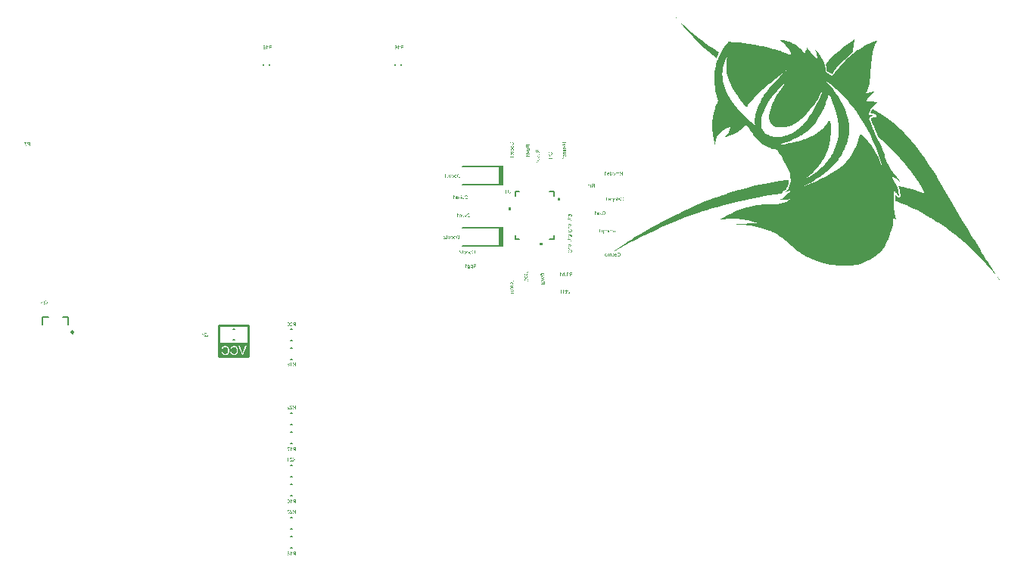
<source format=gbr>
%TF.GenerationSoftware,Altium Limited,Altium Designer,23.2.1 (34)*%
G04 Layer_Color=32896*
%FSLAX45Y45*%
%MOMM*%
%TF.SameCoordinates,768AFDF4-F756-44AC-9BB4-61F16B6E1C3C*%
%TF.FilePolarity,Positive*%
%TF.FileFunction,Legend,Bot*%
%TF.Part,Single*%
G01*
G75*
%TA.AperFunction,NonConductor*%
%ADD43C,0.25400*%
%ADD87C,0.15240*%
%ADD88C,0.20000*%
%ADD89C,0.25000*%
%ADD92C,0.17780*%
G36*
X12291060Y10347960D02*
Y10124440D01*
X12240260D01*
Y10347960D01*
X12291060D01*
D02*
G37*
G36*
X12692469Y10166350D02*
X12730569D01*
Y10140950D01*
X12692469D01*
Y10166350D01*
D02*
G37*
G36*
X12376150Y10571569D02*
X12350750D01*
Y10533469D01*
X12376150D01*
Y10571569D01*
D02*
G37*
G36*
X12291060Y11033760D02*
Y10810240D01*
X12240260D01*
Y11033760D01*
X12291060D01*
D02*
G37*
G36*
X15399727Y12439483D02*
X15425127Y12437366D01*
X15450525Y12431016D01*
X15471690Y12424667D01*
X15490739Y12418317D01*
X15503439Y12414084D01*
X15511906Y12409850D01*
X15516139Y12407734D01*
X15539421Y12395034D01*
X15560587Y12384451D01*
X15577521Y12373869D01*
X15590219Y12363286D01*
X15600803Y12354819D01*
X15607152Y12348470D01*
X15611385Y12346353D01*
X15613503Y12344236D01*
X15634666Y12323071D01*
X15649484Y12306138D01*
X15660066Y12293438D01*
X15664301Y12291322D01*
Y12297672D01*
X15666415Y12308255D01*
X15668533Y12316721D01*
X15670650Y12318837D01*
X15674883Y12331537D01*
X15679115Y12340003D01*
X15681232Y12346353D01*
Y12348470D01*
X15687582Y12361169D01*
X15689699Y12363286D01*
Y12365402D01*
X15691815Y12356936D01*
X15693932Y12346353D01*
X15706631Y12325187D01*
X15723564Y12304021D01*
X15740497Y12282856D01*
X15759546Y12263806D01*
X15776479Y12248990D01*
X15787061Y12238407D01*
X15789178Y12234174D01*
X15791295D01*
X15793411Y12232058D01*
X15797644Y12234174D01*
X15799760Y12236291D01*
Y12248990D01*
Y12253223D01*
Y12255340D01*
X15797644Y12263806D01*
X15795528Y12272273D01*
X15793411Y12278622D01*
Y12280739D01*
X15791295Y12291322D01*
X15789178Y12301905D01*
X15784946Y12308255D01*
Y12310371D01*
X15780711Y12320954D01*
X15778595Y12327304D01*
X15776479Y12329420D01*
Y12331537D01*
X15772244Y12337887D01*
Y12340003D01*
X15791295Y12320954D01*
X15808228Y12299788D01*
X15837859Y12259573D01*
X15859026Y12219358D01*
X15873840Y12183376D01*
X15884424Y12153744D01*
X15890775Y12128345D01*
X15892891Y12119879D01*
X15895007Y12113529D01*
Y12109296D01*
Y12107179D01*
Y12092363D01*
Y12086013D01*
Y12083897D01*
X15922523Y12066964D01*
X15945805Y12052148D01*
X15956387Y12045798D01*
X15962738Y12041565D01*
X15966971Y12039449D01*
X15969089Y12037332D01*
X15994487Y12073314D01*
X16019885Y12107179D01*
X16045285Y12136811D01*
X16068567Y12164327D01*
X16087616Y12185493D01*
X16104549Y12202425D01*
X16113016Y12210892D01*
X16117249Y12215125D01*
X16144765Y12242640D01*
X16172279Y12265923D01*
X16195563Y12287089D01*
X16214610Y12301905D01*
X16231544Y12314605D01*
X16244243Y12325187D01*
X16252708Y12329421D01*
X16254826Y12331537D01*
X16297157Y12356936D01*
X16316206Y12369636D01*
X16335255Y12378102D01*
X16350072Y12386568D01*
X16360655Y12392918D01*
X16369121Y12395035D01*
X16371239Y12397151D01*
X16392404Y12405618D01*
X16409335Y12414084D01*
X16422037Y12418317D01*
X16432619Y12422550D01*
X16441084Y12426783D01*
X16447435Y12428900D01*
X16451668D01*
X16464368Y12431017D01*
X16472833Y12433133D01*
X16479184Y12435250D01*
X16481300D01*
X16462251Y12411967D01*
X16447435Y12386568D01*
X16434735Y12356936D01*
X16426270Y12329421D01*
X16419919Y12301905D01*
X16415686Y12280739D01*
Y12272273D01*
X16413570Y12268040D01*
Y12263807D01*
Y12261690D01*
X16409335Y12217242D01*
X16402988Y12174910D01*
X16400870Y12134695D01*
X16396637Y12098713D01*
X16394521Y12069081D01*
Y12045799D01*
X16392404Y12037332D01*
Y12030983D01*
Y12026749D01*
Y12024633D01*
X16388171Y11984418D01*
X16381821Y11948436D01*
X16375471Y11920920D01*
X16367004Y11897638D01*
X16360655Y11880705D01*
X16356422Y11868006D01*
X16352190Y11861656D01*
X16350072Y11859539D01*
X16339490Y11842607D01*
X16335255Y11836257D01*
Y11834140D01*
X16371239Y11846840D01*
X16388171Y11853190D01*
X16405104Y11857423D01*
X16417802Y11859539D01*
X16428386Y11861656D01*
X16434737Y11863773D01*
X16436852D01*
X16400870Y11825674D01*
X16383939Y11808741D01*
X16371239Y11791809D01*
X16360655Y11776993D01*
X16352190Y11766410D01*
X16347955Y11757943D01*
X16345839Y11755827D01*
X16390288Y11753710D01*
X16411453Y11751594D01*
X16430502Y11749477D01*
X16447435Y11745244D01*
X16460135Y11743127D01*
X16468600Y11741011D01*
X16470718D01*
X16443202Y11719845D01*
X16422037Y11696563D01*
X16405104Y11673280D01*
X16392404Y11652114D01*
X16383939Y11633065D01*
X16379704Y11618249D01*
X16375471Y11607666D01*
Y11603433D01*
Y11601316D01*
Y11597083D01*
X16381821Y11601316D01*
X16392404D01*
X16415686Y11597083D01*
X16426270Y11594967D01*
X16434737Y11592850D01*
X16439497Y11589675D01*
X16428386Y11592850D01*
X16417802Y11590733D01*
X16407220Y11588617D01*
X16400870Y11586500D01*
X16398753Y11584384D01*
X16388171Y11578034D01*
X16381821Y11569568D01*
X16379704Y11561101D01*
X16377588Y11558985D01*
X16392404Y11520886D01*
X16407220Y11482788D01*
X16422037Y11448922D01*
X16434737Y11419290D01*
X16447435Y11391775D01*
X16455902Y11372726D01*
X16462251Y11360026D01*
X16464368Y11357909D01*
Y11355793D01*
X16500349Y11277479D01*
X16517282Y11241497D01*
X16529982Y11207632D01*
X16542680Y11180117D01*
X16551147Y11156834D01*
X16553264Y11148368D01*
X16555380Y11142018D01*
X16557497Y11139902D01*
Y11137785D01*
X16565964Y11112386D01*
X16574429Y11091220D01*
X16582896Y11070054D01*
X16587131Y11059471D01*
X16589246Y11053122D01*
X16593478Y11048888D01*
Y11046772D01*
X16606178Y11021373D01*
X16614645Y11004440D01*
X16623112Y10991741D01*
X16625227Y10989624D01*
Y10987508D01*
X16635811Y10974808D01*
X16648511Y10957875D01*
X16659093Y10945176D01*
X16661211Y10943059D01*
X16663327Y10940943D01*
X16680260Y10919777D01*
X16692960Y10902844D01*
X16703542Y10892261D01*
X16705658Y10890145D01*
Y10888028D01*
X16716241Y10873212D01*
X16722591Y10858396D01*
X16726823Y10847813D01*
X16728941Y10845697D01*
Y10843580D01*
X16682376Y10885912D01*
X16667560Y10898611D01*
X16656976Y10904961D01*
X16648511Y10909194D01*
X16644276Y10911311D01*
X16637927D01*
Y10909194D01*
Y10904961D01*
X16640044Y10898611D01*
X16642162Y10894378D01*
X16644276Y10892261D01*
X16648511Y10883795D01*
X16652744Y10873212D01*
X16656976Y10866862D01*
X16659093Y10862629D01*
X16665443Y10849930D01*
X16671793Y10839347D01*
X16676025Y10832997D01*
X16678143Y10830881D01*
X16688725Y10807598D01*
X16697192Y10784316D01*
X16703542Y10763150D01*
X16707774Y10741984D01*
X16709891Y10725051D01*
X16712009Y10712352D01*
X16712009Y10703886D01*
Y10699652D01*
Y10695419D01*
Y10693303D01*
Y10691186D01*
X16701425Y10706002D01*
X16692960Y10716585D01*
X16686609Y10725051D01*
X16684492Y10727168D01*
X16676025Y10737751D01*
X16669676Y10744101D01*
X16663327Y10746217D01*
X16659093Y10748334D01*
X16654860Y10744101D01*
Y10741984D01*
Y10733518D01*
Y10720818D01*
X16654861Y10695419D01*
Y10682720D01*
Y10672137D01*
Y10665787D01*
Y10663671D01*
X16656976Y10621339D01*
Y10602290D01*
X16659094Y10585357D01*
Y10572658D01*
Y10562075D01*
Y10555725D01*
Y10553608D01*
X16663327Y10519743D01*
X16667560Y10492227D01*
X16671793Y10471062D01*
X16673911Y10454129D01*
X16678143Y10443546D01*
X16682376Y10435080D01*
X16684492Y10430847D01*
Y10428730D01*
X16654861Y10456246D01*
X16650627Y10413914D01*
X16644278Y10373699D01*
X16635811Y10335600D01*
X16625227Y10299618D01*
X16616762Y10267870D01*
X16606178Y10238238D01*
X16593480Y10210722D01*
X16582896Y10187440D01*
X16572314Y10166274D01*
X16561731Y10147225D01*
X16553265Y10130292D01*
X16544798Y10117592D01*
X16538449Y10107010D01*
X16532098Y10100660D01*
X16529982Y10096427D01*
X16527866Y10094310D01*
X16506700Y10071028D01*
X16485535Y10049862D01*
X16441086Y10013880D01*
X16396638Y9984248D01*
X16354306Y9963082D01*
X16316206Y9946149D01*
X16299275Y9939800D01*
X16286575Y9935566D01*
X16273875Y9931333D01*
X16265408Y9929217D01*
X16261176Y9927100D01*
X16259061D01*
X16223077Y9920750D01*
X16189212Y9916517D01*
X16119365Y9912284D01*
X16053751Y9914400D01*
X16022002Y9916517D01*
X15992371Y9920750D01*
X15966971Y9922867D01*
X15941573Y9927100D01*
X15920407Y9931333D01*
X15901357Y9935566D01*
X15888658Y9939799D01*
X15875958Y9941916D01*
X15869609Y9944032D01*
X15867493D01*
X15829395Y9954615D01*
X15793411Y9967315D01*
X15761662Y9980014D01*
X15729913Y9992714D01*
X15702399Y10005413D01*
X15677000Y10020229D01*
X15653717Y10032929D01*
X15632552Y10045628D01*
X15613503Y10056211D01*
X15596570Y10066794D01*
X15583870Y10077377D01*
X15571172Y10085843D01*
X15562704Y10092193D01*
X15556354Y10098543D01*
X15554237Y10100660D01*
X15552121Y10102776D01*
X15516139Y10134525D01*
X15480157Y10166274D01*
X15446292Y10193789D01*
X15416660Y10219188D01*
X15389143Y10238237D01*
X15367979Y10255170D01*
X15361629Y10259403D01*
X15355280Y10263636D01*
X15353163Y10267869D01*
X15351047D01*
X15329880Y10278452D01*
X15308714Y10289035D01*
X15300249Y10291152D01*
X15296014Y10295385D01*
X15291782Y10297502D01*
X15289665D01*
X15274849Y10301735D01*
X15262151Y10308085D01*
X15251567Y10310201D01*
X15247333Y10312318D01*
X15205002Y10325017D01*
X15164787Y10337717D01*
X15126688Y10346183D01*
X15090706Y10354649D01*
X15056841Y10360999D01*
X15025092Y10365232D01*
X14997577Y10369465D01*
X14970061Y10371582D01*
X14944662Y10373699D01*
X14879048D01*
X14868465Y10371582D01*
X14862115D01*
X14925613Y10380048D01*
X14955244Y10382165D01*
X14980644Y10384281D01*
X15003928D01*
X15020859Y10386398D01*
X15135155D01*
X15118222Y10394864D01*
X15101289Y10401214D01*
X15088589Y10405447D01*
X15086473Y10407564D01*
X15084357D01*
X15022977Y10424497D01*
X14959479Y10435079D01*
X14895981Y10439313D01*
X14836717D01*
X14811317Y10437196D01*
X14785919D01*
X14764754Y10435079D01*
X14745705Y10432963D01*
X14730887Y10430846D01*
X14718188D01*
X14711838Y10428729D01*
X14709721D01*
X14745705Y10449896D01*
X14781685Y10471061D01*
X14815552Y10487994D01*
X14845183Y10502810D01*
X14870583Y10515510D01*
X14889632Y10523976D01*
X14902332Y10530326D01*
X14904446Y10532442D01*
X14906564D01*
X14978528Y10557841D01*
X15054726Y10576890D01*
X15126688Y10589590D01*
X15160555Y10593823D01*
X15194418Y10598056D01*
X15224051Y10600173D01*
X15253683Y10602289D01*
X15276965D01*
X15298131Y10604406D01*
X15340463D01*
X15384911Y10606523D01*
X15420892Y10614989D01*
X15450525Y10627688D01*
X15471690Y10640388D01*
X15488625Y10653087D01*
X15501323Y10665787D01*
X15507674Y10674253D01*
X15509790Y10676370D01*
X15486507Y10661554D01*
X15463225Y10653087D01*
X15442059Y10648854D01*
X15399727D01*
X15384911Y10653087D01*
X15376445Y10655204D01*
X15380678D01*
X15391261Y10657321D01*
X15399727Y10663670D01*
X15412427Y10670020D01*
X15433594Y10686953D01*
X15456876Y10708119D01*
X15478041Y10729284D01*
X15494974Y10746217D01*
X15505556Y10761033D01*
X15507674Y10763150D01*
X15509789Y10765266D01*
X15501323Y10761033D01*
X15492857Y10756800D01*
X15488625Y10754683D01*
X15486507D01*
X15469574Y10746217D01*
X15452641Y10741984D01*
X15442059Y10739867D01*
X15437827D01*
X15446292Y10741984D01*
X15452641Y10748334D01*
X15465341Y10761033D01*
X15473808Y10773733D01*
X15478041Y10775849D01*
Y10777966D01*
X15488625Y10805481D01*
X15494974Y10830880D01*
X15499207Y10841463D01*
Y10849930D01*
X15501323Y10854163D01*
Y10856279D01*
Y10871095D01*
Y10877445D01*
Y10879562D01*
X15499207Y10902844D01*
X15497090Y10924010D01*
X15494974Y10932476D01*
Y10938826D01*
X15492857Y10943059D01*
Y10945176D01*
X15469574Y10995974D01*
X15446292Y11046772D01*
X15423010Y11091220D01*
X15399727Y11131435D01*
X15378561Y11165300D01*
X15370094Y11180116D01*
X15363745Y11190699D01*
X15357394Y11201282D01*
X15353162Y11207632D01*
X15348929Y11211865D01*
Y11213982D01*
X15319296Y11216098D01*
X15291782Y11222448D01*
X15264265Y11233031D01*
X15238867Y11243614D01*
X15194418Y11273246D01*
X15154204Y11304995D01*
X15122455Y11336743D01*
X15109755Y11349443D01*
X15097057Y11362142D01*
X15088589Y11374842D01*
X15082240Y11383308D01*
X15080122Y11387541D01*
X15078008Y11389658D01*
X15050491Y11429873D01*
X15039908Y11446806D01*
X15029324Y11461622D01*
X15018742Y11474321D01*
X15012393Y11482788D01*
X15008159Y11489137D01*
X15006042Y11491254D01*
X14995461Y11482788D01*
X14991228Y11478554D01*
X14961595Y11448922D01*
X14934079Y11427756D01*
X14921381Y11419290D01*
X14912914Y11412940D01*
X14906564Y11408707D01*
X14904446Y11406591D01*
X14849416Y11381192D01*
X14821899Y11370609D01*
X14798618Y11362142D01*
X14779568Y11355793D01*
X14762636Y11351559D01*
X14754170Y11347326D01*
X14749936D01*
X14764754Y11357909D01*
X14779568Y11370609D01*
X14790152Y11383308D01*
X14798618Y11393891D01*
X14807085Y11404474D01*
X14811317Y11412940D01*
X14813434Y11419290D01*
X14815552Y11421407D01*
X14819785Y11436223D01*
X14821899Y11451039D01*
X14824017Y11459505D01*
Y11463738D01*
X14796501Y11455272D01*
X14773219Y11444689D01*
X14752052Y11431990D01*
X14735120Y11421406D01*
X14720303Y11408707D01*
X14709721Y11398124D01*
X14703372Y11391774D01*
X14701254Y11389658D01*
X14686440Y11368492D01*
X14675856Y11347326D01*
X14669505Y11328277D01*
X14663158Y11309228D01*
X14661040Y11292295D01*
X14658923Y11279595D01*
Y11271129D01*
Y11269013D01*
Y11264779D01*
Y11260546D01*
Y11256313D01*
Y11254196D01*
X14648341Y11294411D01*
X14639874Y11334627D01*
X14633524Y11372725D01*
X14629291Y11406590D01*
X14627174Y11434106D01*
X14625058Y11457388D01*
Y11465855D01*
Y11472204D01*
Y11474321D01*
Y11476438D01*
X14627174Y11531469D01*
X14629291Y11554751D01*
X14633524Y11578033D01*
X14635641Y11594966D01*
X14639874Y11609782D01*
X14641991Y11620365D01*
Y11622482D01*
X14654691Y11669047D01*
X14661040Y11692329D01*
X14669505Y11711378D01*
X14673740Y11726194D01*
X14680089Y11738894D01*
X14682207Y11747360D01*
X14684322Y11749477D01*
X14686440Y11751593D01*
Y11753710D01*
Y11755826D01*
X14690672Y11762176D01*
X14692789Y11764293D01*
X14677972Y11804508D01*
X14671623Y11819324D01*
X14667390Y11836256D01*
X14661040Y11868005D01*
X14658923Y11882821D01*
X14656807Y11895521D01*
X14654691Y11903987D01*
Y11906104D01*
X14648341Y11956902D01*
Y11982301D01*
Y12005583D01*
Y12024632D01*
Y12039448D01*
Y12047915D01*
Y12052148D01*
X14650456Y12083897D01*
X14656807Y12113529D01*
X14663158Y12145277D01*
X14669505Y12172793D01*
X14677972Y12196075D01*
X14684322Y12215125D01*
X14688554Y12227824D01*
X14690672Y12229941D01*
Y12232057D01*
X14705489Y12268039D01*
X14724538Y12304021D01*
X14743587Y12335770D01*
X14760519Y12363286D01*
X14777452Y12386568D01*
X14790150Y12403501D01*
X14798618Y12414084D01*
X14802850Y12418317D01*
X14866348Y12414084D01*
X14925613Y12409850D01*
X14982761Y12403501D01*
X15033559Y12397151D01*
X15056841Y12392918D01*
X15075890Y12390801D01*
X15092822Y12386568D01*
X15109755Y12384451D01*
X15120338Y12382335D01*
X15128804D01*
X15135155Y12380218D01*
X15137271D01*
X15158437Y12373869D01*
X15194418Y12367519D01*
X15228284Y12359052D01*
X15260033Y12350586D01*
X15287547Y12344236D01*
X15312947Y12337887D01*
X15329880Y12333654D01*
X15342580Y12331537D01*
X15344696Y12329420D01*
X15346812D01*
X15384911Y12316721D01*
X15401843Y12310371D01*
X15414543Y12304021D01*
X15427242Y12299788D01*
X15435709Y12295555D01*
X15442059Y12293438D01*
X15444176D01*
X15461108Y12287089D01*
X15478040Y12280739D01*
X15490739Y12276506D01*
X15492856Y12274389D01*
X15494974D01*
X15501323Y12284972D01*
X15503439Y12287089D01*
Y12289205D01*
X15501323Y12299788D01*
X15497090Y12312488D01*
X15484390Y12333654D01*
X15478040Y12342120D01*
X15473807Y12350586D01*
X15469574Y12354819D01*
X15467458Y12356936D01*
X15454758Y12371752D01*
X15444176Y12382335D01*
X15425127Y12401384D01*
X15414543Y12409850D01*
X15410310Y12414084D01*
X15395494Y12424667D01*
X15382794Y12435249D01*
X15374329Y12439483D01*
X15372211Y12441599D01*
X15399727Y12439483D01*
D02*
G37*
G36*
X14220792Y12691356D02*
X14263123Y12649024D01*
X14305453Y12606692D01*
X14349902Y12564361D01*
X14392233Y12526262D01*
X14436682Y12490280D01*
X14479015Y12458532D01*
X14519229Y12426783D01*
X14557327Y12399267D01*
X14591193Y12373868D01*
X14622942Y12352702D01*
X14648340Y12335770D01*
X14671623Y12320954D01*
X14686440Y12310371D01*
X14697021Y12304021D01*
X14701254Y12301905D01*
X14690672Y12276506D01*
X14680089Y12257456D01*
X14677972Y12248990D01*
X14673740Y12242640D01*
X14671623Y12238407D01*
Y12236290D01*
X14629291Y12270156D01*
X14584843Y12308254D01*
X14540395Y12348469D01*
X14498064Y12388684D01*
X14415517Y12471231D01*
X14377419Y12513563D01*
X14339319Y12553778D01*
X14305453Y12589760D01*
X14275822Y12625742D01*
X14248306Y12657490D01*
X14225024Y12685006D01*
X14205975Y12706172D01*
X14193275Y12723104D01*
X14182692Y12733687D01*
X14180576Y12737920D01*
X14220792Y12691356D01*
D02*
G37*
G36*
X16201910Y12316721D02*
X16199796Y12310371D01*
X16144765Y12259573D01*
X16102432Y12221475D01*
X16083383Y12204542D01*
X16066451Y12185493D01*
X16051634Y12170677D01*
X16041051Y12157977D01*
X16032585Y12149511D01*
X16030469Y12147394D01*
X16011420Y12126228D01*
X15996603Y12107179D01*
X15983904Y12090247D01*
X15977554Y12077547D01*
X15973322Y12066964D01*
X15971204Y12060614D01*
X15969089Y12056381D01*
Y12054265D01*
X15905589Y12092363D01*
Y12102946D01*
Y12105063D01*
Y12107179D01*
X15903474Y12126228D01*
X15901357Y12143161D01*
X15899240Y12153744D01*
X15897124Y12155861D01*
Y12157977D01*
X15897124Y12164327D01*
X15899240Y12172793D01*
X15905589Y12181260D01*
X15911940Y12191843D01*
X15918289Y12200309D01*
X15924638Y12208775D01*
X15928873Y12213008D01*
X15930989Y12215125D01*
X15945805Y12232058D01*
X15964854Y12251107D01*
X16002953Y12284972D01*
X16019885Y12299788D01*
X16034702Y12310371D01*
X16043169Y12318837D01*
X16047401Y12320954D01*
X16106665Y12367519D01*
X16134181Y12388685D01*
X16159579Y12407734D01*
X16182861Y12422550D01*
X16201910Y12435250D01*
X16212494Y12443716D01*
X16214610Y12445833D01*
X16216728D01*
X16201910Y12316721D01*
D02*
G37*
G36*
X16443202Y11588617D02*
X16441084D01*
X16439497Y11589675D01*
X16443202Y11588617D01*
D02*
G37*
G36*
X16504584Y11618249D02*
X16578664Y11565335D01*
X16614645Y11539936D01*
X16646394Y11512420D01*
X16678143Y11487021D01*
X16705658Y11463739D01*
X16731058Y11440456D01*
X16754340Y11419290D01*
X16773389Y11400241D01*
X16790321Y11383308D01*
X16803021Y11370609D01*
X16811487Y11360026D01*
X16817838Y11353676D01*
X16819954Y11351560D01*
X16851701Y11315578D01*
X16883450Y11277479D01*
X16946948Y11194933D01*
X17004095Y11114503D01*
X17031612Y11074287D01*
X17057011Y11036189D01*
X17080293Y11000207D01*
X17101459Y10966342D01*
X17118391Y10936710D01*
X17135324Y10911311D01*
X17148024Y10890145D01*
X17156490Y10873212D01*
X17162840Y10864746D01*
X17164957Y10860513D01*
X17205173Y10790665D01*
X17243269Y10725051D01*
X17281369Y10659437D01*
X17317351Y10598057D01*
X17353333Y10538792D01*
X17387198Y10479528D01*
X17421063Y10424497D01*
X17452812Y10371582D01*
X17482443Y10320784D01*
X17512076Y10272103D01*
X17539592Y10225538D01*
X17567107Y10183206D01*
X17592506Y10140875D01*
X17617905Y10100660D01*
X17641188Y10062561D01*
X17662354Y10028696D01*
X17683519Y9994831D01*
X17704684Y9965199D01*
X17721619Y9935567D01*
X17738551Y9910168D01*
X17755482Y9884769D01*
X17768182Y9863603D01*
X17780882Y9842437D01*
X17793582Y9825504D01*
X17804166Y9808572D01*
X17812631Y9795872D01*
X17821097Y9783173D01*
X17827448Y9774706D01*
X17835913Y9762007D01*
X17838029Y9757774D01*
X17789348Y9823388D01*
X17768182Y9850903D01*
X17742784Y9878419D01*
X17717384Y9908051D01*
X17691986Y9935567D01*
X17668703Y9960966D01*
X17649654Y9980015D01*
X17636955Y9992714D01*
X17634837Y9994831D01*
X17632721Y9996947D01*
X17592506Y10037162D01*
X17550175Y10077377D01*
X17509959Y10115476D01*
X17473978Y10149341D01*
X17442229Y10178973D01*
X17427412Y10191673D01*
X17416830Y10202256D01*
X17406247Y10210722D01*
X17399896Y10217072D01*
X17395663Y10219188D01*
X17393549Y10221305D01*
X17340633Y10265753D01*
X17285602Y10305968D01*
X17230571Y10346183D01*
X17177657Y10380049D01*
X17154375Y10394865D01*
X17133208Y10409681D01*
X17114159Y10422380D01*
X17097226Y10432963D01*
X17084528Y10441429D01*
X17073944Y10447779D01*
X17067593Y10449896D01*
X17065477Y10452012D01*
X16993513Y10494344D01*
X16923666Y10530326D01*
X16855936Y10562075D01*
X16826305Y10576891D01*
X16796672Y10589590D01*
X16771272Y10600173D01*
X16747990Y10610756D01*
X16726823Y10619222D01*
X16707774Y10625572D01*
X16692960Y10631922D01*
X16682376Y10636155D01*
X16676025Y10638272D01*
X16673911D01*
Y10648854D01*
Y10650971D01*
Y10653088D01*
Y10663671D01*
Y10667904D01*
Y10686953D01*
Y10701769D01*
X16673911Y10712352D01*
Y10714469D01*
X16684492Y10699652D01*
X16690842Y10689070D01*
X16695076Y10684836D01*
X16697192Y10682720D01*
X16699309Y10678487D01*
X16705658Y10676370D01*
X16709892Y10674253D01*
X16714125D01*
X16722591Y10678487D01*
X16726823Y10684836D01*
X16728941Y10689070D01*
Y10691186D01*
Y10699652D01*
Y10703886D01*
X16724707Y10744101D01*
X16722591Y10761033D01*
X16718358Y10777966D01*
X16714125Y10790665D01*
X16712009Y10799132D01*
X16707774Y10805482D01*
Y10807598D01*
X16764923Y10794899D01*
X16817838Y10782199D01*
X16868636Y10767383D01*
X16913083Y10752567D01*
X16934248Y10746217D01*
X16951183Y10739868D01*
X16968114Y10735634D01*
X16980814Y10729285D01*
X16991397Y10727168D01*
X16999863Y10722935D01*
X17004095Y10720818D01*
X17006213D01*
X16970232Y10784316D01*
X16932133Y10845697D01*
X16891917Y10907077D01*
X16849586Y10964225D01*
X16807254Y11019256D01*
X16762807Y11072171D01*
X16720474Y11120852D01*
X16678143Y11165301D01*
X16640044Y11205516D01*
X16604062Y11241497D01*
X16570197Y11275363D01*
X16542680Y11300762D01*
X16517282Y11321928D01*
X16500349Y11338860D01*
X16489767Y11347327D01*
X16485535Y11351560D01*
X16483417Y11353676D01*
Y11355793D01*
X16481300Y11360026D01*
X16479184Y11364259D01*
Y11366376D01*
X16462251Y11402358D01*
X16447435Y11436223D01*
X16434737Y11470088D01*
X16422037Y11497604D01*
X16411453Y11523003D01*
X16405104Y11542052D01*
X16400870Y11554752D01*
X16398753Y11558985D01*
Y11563218D01*
Y11565335D01*
X16407220Y11569568D01*
X16415686Y11571684D01*
X16443202D01*
X16451668Y11573801D01*
X16455902Y11578034D01*
X16458018Y11580151D01*
Y11582267D01*
X16462251Y11586500D01*
Y11588617D01*
X16460135Y11597083D01*
X16455902Y11603433D01*
X16451668Y11605550D01*
X16449551Y11607666D01*
X16430502Y11614016D01*
X16413570Y11618249D01*
X16400870Y11622482D01*
X16396637D01*
X16405104Y11641531D01*
X16411453Y11656348D01*
X16419920Y11664814D01*
X16422037Y11669047D01*
X16504584Y11618249D01*
D02*
G37*
G36*
X15482274Y10864746D02*
Y10860512D01*
Y10858396D01*
X15478041Y10832997D01*
X15471690Y10811831D01*
X15467458Y10803365D01*
X15465341Y10797015D01*
X15463225Y10794898D01*
Y10792782D01*
X15456876Y10782199D01*
X15452641Y10773733D01*
X15442059Y10763150D01*
X15437827Y10758917D01*
X15435709Y10756800D01*
X15429359D01*
X15420892Y10754683D01*
X15416660Y10748334D01*
X15414543Y10741984D01*
Y10739867D01*
Y10733518D01*
X15416660Y10729284D01*
X15418776Y10725051D01*
X15420892D01*
X15336230Y10714468D01*
X15253683Y10701769D01*
X15171136Y10686953D01*
X15088589Y10672137D01*
X15010275Y10655204D01*
X14931963Y10636155D01*
X14859999Y10619222D01*
X14792268Y10602289D01*
X14728770Y10585357D01*
X14671623Y10570540D01*
X14620825Y10555724D01*
X14578494Y10543025D01*
X14559444Y10536675D01*
X14542513Y10532442D01*
X14529813Y10528209D01*
X14517113Y10523976D01*
X14508646Y10521859D01*
X14502296Y10519742D01*
X14498064Y10517626D01*
X14495947D01*
X14404935Y10485877D01*
X14316037Y10454128D01*
X14227141Y10418147D01*
X14142477Y10382165D01*
X14057814Y10346183D01*
X13977383Y10308084D01*
X13901187Y10272102D01*
X13831340Y10238237D01*
X13765726Y10204372D01*
X13706462Y10174740D01*
X13653548Y10147224D01*
X13632381Y10134525D01*
X13611217Y10121825D01*
X13592166Y10111242D01*
X13575233Y10102776D01*
X13560419Y10094310D01*
X13547717Y10087960D01*
X13539252Y10081610D01*
X13532903Y10079493D01*
X13528670Y10075260D01*
X13526552D01*
X13628148Y10147224D01*
X13647197Y10162040D01*
X13668362Y10174740D01*
X13714928Y10206488D01*
X13763609Y10236120D01*
X13810175Y10263636D01*
X13852505Y10289035D01*
X13869440Y10299618D01*
X13886371Y10310201D01*
X13899071Y10316551D01*
X13909654Y10322900D01*
X13916003Y10325017D01*
X13918120Y10327134D01*
X13990083Y10367349D01*
X14064165Y10405447D01*
X14136128Y10441429D01*
X14169994Y10458362D01*
X14201743Y10475294D01*
X14231374Y10490110D01*
X14256773Y10502810D01*
X14282172Y10513393D01*
X14301221Y10523976D01*
X14318153Y10532442D01*
X14330853Y10538792D01*
X14339320Y10540908D01*
X14341435Y10543025D01*
X14432449Y10583240D01*
X14523462Y10623455D01*
X14614474Y10657320D01*
X14658923Y10674253D01*
X14699139Y10689069D01*
X14737238Y10701769D01*
X14773219Y10714468D01*
X14804968Y10725051D01*
X14830367Y10733518D01*
X14853648Y10741984D01*
X14868465Y10746217D01*
X14879048Y10750450D01*
X14883281D01*
X14997577Y10782199D01*
X15105522Y10809714D01*
X15158437Y10822414D01*
X15207118Y10830880D01*
X15253683Y10841463D01*
X15298131Y10847813D01*
X15338345Y10856279D01*
X15374329Y10860512D01*
X15406078Y10864746D01*
X15431476Y10868979D01*
X15452641Y10871095D01*
X15469574Y10873212D01*
X15478041Y10875329D01*
X15482274D01*
Y10864746D01*
D02*
G37*
G36*
X9435516Y9053142D02*
Y8902700D01*
X9116300D01*
Y9053142D01*
X9435516D01*
D02*
G37*
G36*
X12914322Y10673680D02*
X12914233Y10672799D01*
Y10671829D01*
X12914145Y10670684D01*
X12913969Y10668392D01*
X12913792Y10666100D01*
X12913705Y10665043D01*
X12913617Y10663985D01*
X12913528Y10663104D01*
X12913440Y10662310D01*
X12913351Y10661605D01*
X12913264Y10661076D01*
Y10660724D01*
Y10660636D01*
X12914056Y10661076D01*
X12914938Y10661517D01*
X12916966Y10662487D01*
X12919081Y10663368D01*
X12921107Y10664161D01*
X12923047Y10664955D01*
X12923840Y10665219D01*
X12924634Y10665483D01*
X12925163Y10665748D01*
X12925691Y10665836D01*
X12925957Y10666012D01*
X12926044D01*
X12928600Y10658168D01*
X12926132Y10657551D01*
X12923752Y10656934D01*
X12921461Y10656405D01*
X12919434Y10655964D01*
X12918465Y10655700D01*
X12917583Y10655524D01*
X12916878Y10655347D01*
X12916261Y10655259D01*
X12915732Y10655171D01*
X12915379Y10655083D01*
X12915115Y10654995D01*
X12915027D01*
X12915556Y10654466D01*
X12916261Y10653849D01*
X12916966Y10653144D01*
X12917671Y10652351D01*
X12919170Y10650588D01*
X12920668Y10648913D01*
X12922078Y10647239D01*
X12922694Y10646534D01*
X12923224Y10645917D01*
X12923663Y10645388D01*
X12924017Y10644947D01*
X12924193Y10644683D01*
X12924281Y10644595D01*
X12917671Y10639923D01*
X12916437Y10641598D01*
X12915291Y10643449D01*
X12914056Y10645476D01*
X12912910Y10647327D01*
X12911942Y10649090D01*
X12911589Y10649795D01*
X12911237Y10650500D01*
X12910884Y10651029D01*
X12910709Y10651381D01*
X12910532Y10651646D01*
Y10651734D01*
X12908945Y10649090D01*
X12907446Y10646710D01*
X12906125Y10644683D01*
X12905067Y10643008D01*
X12904538Y10642303D01*
X12904099Y10641686D01*
X12903745Y10641157D01*
X12903481Y10640717D01*
X12903217Y10640364D01*
X12903040Y10640100D01*
X12902864Y10640011D01*
Y10639923D01*
X12896252Y10644595D01*
X12897398Y10645917D01*
X12898457Y10647239D01*
X12899426Y10648296D01*
X12900308Y10649354D01*
X12901189Y10650324D01*
X12901982Y10651205D01*
X12902687Y10651910D01*
X12903304Y10652615D01*
X12904362Y10653673D01*
X12905154Y10654466D01*
X12905595Y10654819D01*
X12905772Y10654995D01*
X12903217Y10655347D01*
X12900748Y10655788D01*
X12898369Y10656317D01*
X12896341Y10656846D01*
X12895372Y10657110D01*
X12894492Y10657375D01*
X12893785Y10657551D01*
X12893169Y10657815D01*
X12892641Y10657903D01*
X12892287Y10658080D01*
X12892023Y10658168D01*
X12891936D01*
X12894492Y10666012D01*
X12897134Y10665043D01*
X12899690Y10664161D01*
X12901894Y10663192D01*
X12903833Y10662399D01*
X12904626Y10662046D01*
X12905420Y10661693D01*
X12906036Y10661429D01*
X12906564Y10661165D01*
X12907005Y10660900D01*
X12907359Y10660812D01*
X12907535Y10660636D01*
X12907623D01*
X12907271Y10663632D01*
X12906918Y10666277D01*
X12906830Y10667511D01*
X12906741Y10668656D01*
X12906564Y10669714D01*
Y10670684D01*
X12906477Y10671565D01*
X12906389Y10672270D01*
Y10672975D01*
X12906300Y10673504D01*
Y10673945D01*
Y10674209D01*
Y10674385D01*
Y10674473D01*
X12914322D01*
Y10673680D01*
D02*
G37*
G36*
X8953888Y9164301D02*
X8954899Y9164213D01*
X8955821Y9164081D01*
X8956700Y9163862D01*
X8957535Y9163642D01*
X8958282Y9163378D01*
X8958985Y9163115D01*
X8959600Y9162851D01*
X8960172Y9162544D01*
X8960655Y9162280D01*
X8961094Y9162016D01*
X8961446Y9161797D01*
X8961710Y9161577D01*
X8961885Y9161445D01*
X8962017Y9161357D01*
X8962061Y9161313D01*
X8962676Y9160742D01*
X8963204Y9160083D01*
X8963687Y9159424D01*
X8964126Y9158677D01*
X8964478Y9157974D01*
X8964829Y9157270D01*
X8965093Y9156523D01*
X8965313Y9155864D01*
X8965532Y9155205D01*
X8965664Y9154590D01*
X8965796Y9154019D01*
X8965884Y9153535D01*
X8965928Y9153140D01*
X8965972Y9152876D01*
X8966016Y9152701D01*
Y9152613D01*
X8960919Y9152085D01*
X8960875Y9152788D01*
X8960831Y9153448D01*
X8960567Y9154590D01*
X8960216Y9155645D01*
X8960040Y9156084D01*
X8959820Y9156480D01*
X8959644Y9156831D01*
X8959425Y9157139D01*
X8959249Y9157402D01*
X8959117Y9157622D01*
X8958941Y9157798D01*
X8958853Y9157930D01*
X8958809Y9157974D01*
X8958765Y9158017D01*
X8958326Y9158413D01*
X8957887Y9158765D01*
X8957403Y9159028D01*
X8956920Y9159292D01*
X8955953Y9159687D01*
X8955030Y9159951D01*
X8954239Y9160083D01*
X8953888Y9160171D01*
X8953580D01*
X8953317Y9160215D01*
X8952350D01*
X8951735Y9160127D01*
X8950636Y9159907D01*
X8949713Y9159555D01*
X8948878Y9159204D01*
X8948263Y9158808D01*
X8948000Y9158633D01*
X8947780Y9158457D01*
X8947604Y9158325D01*
X8947472Y9158237D01*
X8947428Y9158193D01*
X8947384Y9158149D01*
X8946989Y9157754D01*
X8946681Y9157358D01*
X8946374Y9156963D01*
X8946154Y9156523D01*
X8945759Y9155689D01*
X8945495Y9154898D01*
X8945363Y9154238D01*
X8945275Y9153931D01*
Y9153667D01*
X8945231Y9153491D01*
Y9153316D01*
Y9153228D01*
Y9153184D01*
X8945275Y9152657D01*
X8945319Y9152129D01*
X8945583Y9151075D01*
X8945978Y9150064D01*
X8946418Y9149141D01*
X8946857Y9148350D01*
X8947033Y9148043D01*
X8947253Y9147735D01*
X8947384Y9147515D01*
X8947516Y9147340D01*
X8947560Y9147252D01*
X8947604Y9147208D01*
X8948088Y9146593D01*
X8948659Y9145933D01*
X8949318Y9145230D01*
X8950021Y9144527D01*
X8951471Y9143077D01*
X8952965Y9141715D01*
X8953668Y9141056D01*
X8954371Y9140485D01*
X8954986Y9139957D01*
X8955514Y9139518D01*
X8955953Y9139122D01*
X8956261Y9138859D01*
X8956480Y9138639D01*
X8956568Y9138595D01*
X8957359Y9137936D01*
X8958062Y9137321D01*
X8958765Y9136750D01*
X8959381Y9136178D01*
X8959996Y9135651D01*
X8960523Y9135124D01*
X8961006Y9134684D01*
X8961446Y9134245D01*
X8961841Y9133849D01*
X8962149Y9133498D01*
X8962457Y9133190D01*
X8962676Y9132971D01*
X8962896Y9132751D01*
X8963028Y9132619D01*
X8963072Y9132531D01*
X8963116Y9132487D01*
X8963907Y9131520D01*
X8964566Y9130554D01*
X8965137Y9129631D01*
X8965576Y9128796D01*
X8965928Y9128093D01*
X8966060Y9127785D01*
X8966192Y9127566D01*
X8966280Y9127346D01*
X8966323Y9127214D01*
X8966367Y9127126D01*
Y9127082D01*
X8966587Y9126467D01*
X8966719Y9125852D01*
X8966851Y9125281D01*
X8966895Y9124753D01*
X8966939Y9124314D01*
Y9123962D01*
Y9123743D01*
Y9123655D01*
X8940090D01*
Y9128445D01*
X8960084D01*
X8959381Y9129411D01*
X8959029Y9129851D01*
X8958678Y9130246D01*
X8958370Y9130598D01*
X8958150Y9130861D01*
X8957974Y9131037D01*
X8957931Y9131081D01*
X8957667Y9131345D01*
X8957315Y9131696D01*
X8956920Y9132048D01*
X8956480Y9132443D01*
X8955558Y9133322D01*
X8954591Y9134157D01*
X8953668Y9134948D01*
X8953273Y9135299D01*
X8952877Y9135607D01*
X8952614Y9135871D01*
X8952350Y9136046D01*
X8952218Y9136178D01*
X8952174Y9136222D01*
X8951207Y9137057D01*
X8950285Y9137848D01*
X8949450Y9138551D01*
X8948703Y9139254D01*
X8948000Y9139869D01*
X8947384Y9140485D01*
X8946813Y9141012D01*
X8946286Y9141495D01*
X8945846Y9141891D01*
X8945495Y9142286D01*
X8945187Y9142594D01*
X8944924Y9142858D01*
X8944748Y9143077D01*
X8944572Y9143209D01*
X8944528Y9143297D01*
X8944484Y9143341D01*
X8943649Y9144308D01*
X8942990Y9145186D01*
X8942419Y9146021D01*
X8941936Y9146768D01*
X8941584Y9147384D01*
X8941320Y9147867D01*
X8941233Y9148043D01*
X8941189Y9148174D01*
X8941145Y9148218D01*
Y9148262D01*
X8940793Y9149141D01*
X8940573Y9150020D01*
X8940398Y9150811D01*
X8940266Y9151558D01*
X8940178Y9152173D01*
X8940134Y9152657D01*
Y9152832D01*
Y9152964D01*
Y9153008D01*
Y9153052D01*
X8940178Y9153931D01*
X8940266Y9154766D01*
X8940442Y9155557D01*
X8940661Y9156348D01*
X8940925Y9157051D01*
X8941233Y9157710D01*
X8941540Y9158325D01*
X8941848Y9158852D01*
X8942155Y9159380D01*
X8942463Y9159819D01*
X8942771Y9160215D01*
X8943034Y9160522D01*
X8943254Y9160742D01*
X8943430Y9160962D01*
X8943518Y9161049D01*
X8943561Y9161093D01*
X8944221Y9161665D01*
X8944924Y9162148D01*
X8945671Y9162587D01*
X8946462Y9162983D01*
X8947209Y9163291D01*
X8948000Y9163554D01*
X8948747Y9163774D01*
X8949494Y9163950D01*
X8950153Y9164081D01*
X8950812Y9164169D01*
X8951383Y9164257D01*
X8951867Y9164301D01*
X8952262Y9164345D01*
X8952833D01*
X8953888Y9164301D01*
D02*
G37*
G36*
X9005080Y9123655D02*
X8999719D01*
Y9141671D01*
X8992820D01*
X8992205Y9141627D01*
X8991678Y9141583D01*
X8991239D01*
X8990931Y9141539D01*
X8990711Y9141495D01*
X8990579Y9141451D01*
X8990535D01*
X8990052Y9141320D01*
X8989613Y9141144D01*
X8989217Y9140968D01*
X8988822Y9140792D01*
X8988514Y9140616D01*
X8988294Y9140485D01*
X8988119Y9140397D01*
X8988075Y9140353D01*
X8987635Y9140045D01*
X8987152Y9139606D01*
X8986669Y9139166D01*
X8986273Y9138727D01*
X8985878Y9138331D01*
X8985614Y9137980D01*
X8985438Y9137760D01*
X8985350Y9137716D01*
Y9137672D01*
X8984735Y9136881D01*
X8984076Y9136003D01*
X8983461Y9135080D01*
X8982846Y9134157D01*
X8982318Y9133366D01*
X8982055Y9133015D01*
X8981879Y9132707D01*
X8981703Y9132443D01*
X8981571Y9132267D01*
X8981527Y9132136D01*
X8981483Y9132092D01*
X8976123Y9123655D01*
X8969399D01*
X8976430Y9134684D01*
X8977221Y9135827D01*
X8978012Y9136881D01*
X8978759Y9137804D01*
X8979418Y9138595D01*
X8979989Y9139210D01*
X8980253Y9139474D01*
X8980473Y9139694D01*
X8980649Y9139869D01*
X8980780Y9140001D01*
X8980824Y9140045D01*
X8980868Y9140089D01*
X8981308Y9140441D01*
X8981835Y9140836D01*
X8982362Y9141144D01*
X8982890Y9141451D01*
X8983373Y9141715D01*
X8983768Y9141935D01*
X8984032Y9142067D01*
X8984076Y9142110D01*
X8984120D01*
X8983065Y9142286D01*
X8982055Y9142506D01*
X8981132Y9142770D01*
X8980297Y9143033D01*
X8979506Y9143341D01*
X8978803Y9143648D01*
X8978188Y9143956D01*
X8977617Y9144264D01*
X8977089Y9144571D01*
X8976650Y9144879D01*
X8976298Y9145142D01*
X8975991Y9145362D01*
X8975771Y9145582D01*
X8975595Y9145714D01*
X8975507Y9145802D01*
X8975463Y9145846D01*
X8974980Y9146417D01*
X8974541Y9146988D01*
X8974145Y9147603D01*
X8973838Y9148218D01*
X8973574Y9148834D01*
X8973354Y9149449D01*
X8973003Y9150591D01*
X8972871Y9151119D01*
X8972783Y9151602D01*
X8972739Y9152041D01*
X8972695Y9152437D01*
X8972651Y9152701D01*
Y9152964D01*
Y9153096D01*
Y9153140D01*
X8972739Y9154370D01*
X8972915Y9155513D01*
X8973178Y9156523D01*
X8973486Y9157446D01*
X8973662Y9157842D01*
X8973838Y9158193D01*
X8973969Y9158501D01*
X8974101Y9158765D01*
X8974189Y9158984D01*
X8974277Y9159116D01*
X8974365Y9159204D01*
Y9159248D01*
X8975024Y9160215D01*
X8975771Y9161006D01*
X8976518Y9161709D01*
X8977265Y9162236D01*
X8977880Y9162631D01*
X8978407Y9162895D01*
X8978627Y9162983D01*
X8978759Y9163071D01*
X8978847Y9163115D01*
X8978891D01*
X8979462Y9163291D01*
X8980033Y9163466D01*
X8981352Y9163730D01*
X8982714Y9163950D01*
X8984032Y9164081D01*
X8984691Y9164125D01*
X8985262Y9164169D01*
X8985746D01*
X8986229Y9164213D01*
X9005080D01*
Y9123655D01*
D02*
G37*
G36*
X8936443Y9137936D02*
Y9133366D01*
X8918778D01*
Y9123655D01*
X8913813D01*
Y9133366D01*
X8908320D01*
Y9137936D01*
X8913813D01*
Y9164213D01*
X8917899D01*
X8936443Y9137936D01*
D02*
G37*
G36*
X9885018Y7183453D02*
X9885853Y7183365D01*
X9886644Y7183233D01*
X9887435Y7183057D01*
X9888138Y7182838D01*
X9888797Y7182618D01*
X9889413Y7182354D01*
X9889940Y7182134D01*
X9890467Y7181871D01*
X9890907Y7181607D01*
X9891258Y7181387D01*
X9891610Y7181168D01*
X9891829Y7180992D01*
X9892049Y7180860D01*
X9892137Y7180772D01*
X9892181Y7180728D01*
X9892752Y7180201D01*
X9893279Y7179586D01*
X9893763Y7178971D01*
X9894202Y7178355D01*
X9894598Y7177696D01*
X9894905Y7177081D01*
X9895477Y7175807D01*
X9895696Y7175236D01*
X9895872Y7174708D01*
X9896004Y7174225D01*
X9896136Y7173829D01*
X9896224Y7173478D01*
X9896267Y7173214D01*
X9896311Y7173038D01*
Y7172995D01*
X9891346Y7172116D01*
X9891082Y7173390D01*
X9890731Y7174489D01*
X9890335Y7175455D01*
X9889896Y7176202D01*
X9889544Y7176817D01*
X9889193Y7177213D01*
X9888973Y7177477D01*
X9888885Y7177565D01*
X9888094Y7178180D01*
X9887303Y7178619D01*
X9886468Y7178971D01*
X9885721Y7179190D01*
X9885018Y7179322D01*
X9884755Y7179366D01*
X9884491D01*
X9884271Y7179410D01*
X9884008D01*
X9882953Y7179322D01*
X9882030Y7179146D01*
X9881195Y7178839D01*
X9880492Y7178531D01*
X9879965Y7178180D01*
X9879570Y7177872D01*
X9879306Y7177696D01*
X9879218Y7177608D01*
X9878866Y7177257D01*
X9878603Y7176905D01*
X9878119Y7176114D01*
X9877768Y7175367D01*
X9877548Y7174664D01*
X9877416Y7174005D01*
X9877372Y7173522D01*
X9877328Y7173302D01*
Y7173170D01*
Y7173082D01*
Y7173038D01*
X9877372Y7172423D01*
X9877460Y7171852D01*
X9877548Y7171281D01*
X9877724Y7170797D01*
X9878163Y7169919D01*
X9878603Y7169216D01*
X9879086Y7168644D01*
X9879526Y7168249D01*
X9879701Y7168117D01*
X9879789Y7168029D01*
X9879877Y7167941D01*
X9879921D01*
X9880888Y7167370D01*
X9881898Y7166974D01*
X9882865Y7166667D01*
X9883744Y7166491D01*
X9884491Y7166359D01*
X9884799Y7166315D01*
X9885106D01*
X9885326Y7166271D01*
X9885897D01*
X9886161Y7166315D01*
X9886381Y7166359D01*
X9886468D01*
X9886996Y7162009D01*
X9886249Y7162185D01*
X9885546Y7162317D01*
X9884974Y7162405D01*
X9884447Y7162492D01*
X9884052D01*
X9883744Y7162536D01*
X9883480D01*
X9882865Y7162492D01*
X9882250Y7162448D01*
X9881151Y7162185D01*
X9880185Y7161833D01*
X9879350Y7161438D01*
X9878691Y7160998D01*
X9878427Y7160823D01*
X9878207Y7160647D01*
X9878032Y7160515D01*
X9877900Y7160383D01*
X9877856Y7160339D01*
X9877812Y7160295D01*
X9877416Y7159856D01*
X9877065Y7159416D01*
X9876757Y7158977D01*
X9876494Y7158494D01*
X9876098Y7157571D01*
X9875791Y7156648D01*
X9875659Y7155857D01*
X9875615Y7155550D01*
X9875571Y7155242D01*
X9875527Y7155022D01*
Y7154803D01*
Y7154715D01*
Y7154671D01*
X9875571Y7154012D01*
X9875615Y7153396D01*
X9875922Y7152210D01*
X9876274Y7151199D01*
X9876713Y7150320D01*
X9876977Y7149925D01*
X9877197Y7149617D01*
X9877372Y7149310D01*
X9877548Y7149090D01*
X9877724Y7148914D01*
X9877856Y7148783D01*
X9877900Y7148695D01*
X9877944Y7148651D01*
X9878427Y7148211D01*
X9878910Y7147860D01*
X9879394Y7147552D01*
X9879877Y7147245D01*
X9880888Y7146805D01*
X9881855Y7146541D01*
X9882645Y7146366D01*
X9883041Y7146322D01*
X9883305Y7146278D01*
X9883568Y7146234D01*
X9883920D01*
X9884974Y7146322D01*
X9885985Y7146541D01*
X9886820Y7146805D01*
X9887567Y7147157D01*
X9888182Y7147508D01*
X9888622Y7147772D01*
X9888753Y7147904D01*
X9888885Y7147992D01*
X9888929Y7148079D01*
X9888973D01*
X9889325Y7148475D01*
X9889676Y7148870D01*
X9890291Y7149793D01*
X9890775Y7150804D01*
X9891170Y7151814D01*
X9891478Y7152737D01*
X9891566Y7153133D01*
X9891654Y7153484D01*
X9891741Y7153792D01*
X9891785Y7154012D01*
X9891829Y7154143D01*
Y7154187D01*
X9896795Y7153528D01*
X9896663Y7152605D01*
X9896487Y7151727D01*
X9896224Y7150892D01*
X9895960Y7150101D01*
X9895652Y7149354D01*
X9895301Y7148695D01*
X9894949Y7148035D01*
X9894598Y7147508D01*
X9894246Y7146981D01*
X9893939Y7146541D01*
X9893631Y7146146D01*
X9893367Y7145838D01*
X9893104Y7145575D01*
X9892928Y7145399D01*
X9892840Y7145311D01*
X9892796Y7145267D01*
X9892137Y7144696D01*
X9891390Y7144213D01*
X9890687Y7143817D01*
X9889940Y7143422D01*
X9889193Y7143114D01*
X9888446Y7142894D01*
X9887743Y7142675D01*
X9887040Y7142499D01*
X9886381Y7142367D01*
X9885809Y7142279D01*
X9885282Y7142191D01*
X9884799Y7142147D01*
X9884447D01*
X9884139Y7142103D01*
X9883920D01*
X9882821Y7142147D01*
X9881811Y7142279D01*
X9880844Y7142455D01*
X9879921Y7142675D01*
X9879042Y7142938D01*
X9878251Y7143246D01*
X9877504Y7143597D01*
X9876845Y7143949D01*
X9876230Y7144256D01*
X9875703Y7144608D01*
X9875219Y7144916D01*
X9874868Y7145179D01*
X9874560Y7145399D01*
X9874340Y7145575D01*
X9874209Y7145707D01*
X9874165Y7145751D01*
X9873462Y7146454D01*
X9872890Y7147201D01*
X9872363Y7147948D01*
X9871924Y7148739D01*
X9871528Y7149486D01*
X9871221Y7150233D01*
X9870957Y7150936D01*
X9870737Y7151639D01*
X9870561Y7152298D01*
X9870474Y7152869D01*
X9870386Y7153396D01*
X9870298Y7153880D01*
Y7154231D01*
X9870254Y7154539D01*
Y7154715D01*
Y7154759D01*
Y7155462D01*
X9870342Y7156165D01*
X9870561Y7157439D01*
X9870913Y7158538D01*
X9871089Y7159021D01*
X9871264Y7159460D01*
X9871440Y7159900D01*
X9871616Y7160251D01*
X9871792Y7160559D01*
X9871968Y7160779D01*
X9872099Y7160998D01*
X9872187Y7161130D01*
X9872231Y7161218D01*
X9872275Y7161262D01*
X9873066Y7162185D01*
X9873989Y7162932D01*
X9874912Y7163503D01*
X9875791Y7163986D01*
X9876625Y7164338D01*
X9876977Y7164470D01*
X9877241Y7164558D01*
X9877504Y7164646D01*
X9877680Y7164690D01*
X9877812Y7164733D01*
X9877856D01*
X9876889Y7165261D01*
X9876054Y7165788D01*
X9875307Y7166359D01*
X9874736Y7166931D01*
X9874253Y7167414D01*
X9873945Y7167809D01*
X9873725Y7168073D01*
X9873681Y7168117D01*
Y7168161D01*
X9873198Y7168996D01*
X9872846Y7169831D01*
X9872583Y7170622D01*
X9872407Y7171369D01*
X9872319Y7171984D01*
X9872231Y7172511D01*
Y7172687D01*
Y7172819D01*
Y7172907D01*
Y7172951D01*
X9872275Y7173961D01*
X9872451Y7174928D01*
X9872715Y7175807D01*
X9872978Y7176598D01*
X9873242Y7177257D01*
X9873374Y7177521D01*
X9873506Y7177740D01*
X9873593Y7177916D01*
X9873681Y7178092D01*
X9873725Y7178136D01*
Y7178180D01*
X9874340Y7179059D01*
X9875043Y7179806D01*
X9875747Y7180465D01*
X9876450Y7181036D01*
X9877065Y7181475D01*
X9877548Y7181783D01*
X9877768Y7181915D01*
X9877900Y7182003D01*
X9877988Y7182047D01*
X9878032D01*
X9879086Y7182530D01*
X9880141Y7182881D01*
X9881195Y7183145D01*
X9882118Y7183321D01*
X9882953Y7183409D01*
X9883261Y7183453D01*
X9883568Y7183497D01*
X9884139D01*
X9885018Y7183453D01*
D02*
G37*
G36*
X9915953D02*
X9916964Y7183365D01*
X9917887Y7183233D01*
X9918766Y7183013D01*
X9919601Y7182794D01*
X9920348Y7182530D01*
X9921051Y7182266D01*
X9921666Y7182003D01*
X9922237Y7181695D01*
X9922721Y7181431D01*
X9923160Y7181168D01*
X9923512Y7180948D01*
X9923775Y7180728D01*
X9923951Y7180597D01*
X9924083Y7180509D01*
X9924127Y7180465D01*
X9924742Y7179893D01*
X9925269Y7179234D01*
X9925753Y7178575D01*
X9926192Y7177828D01*
X9926544Y7177125D01*
X9926895Y7176422D01*
X9927159Y7175675D01*
X9927378Y7175016D01*
X9927598Y7174357D01*
X9927730Y7173742D01*
X9927862Y7173170D01*
X9927950Y7172687D01*
X9927994Y7172291D01*
X9928038Y7172028D01*
X9928081Y7171852D01*
Y7171764D01*
X9922984Y7171237D01*
X9922940Y7171940D01*
X9922896Y7172599D01*
X9922633Y7173742D01*
X9922281Y7174796D01*
X9922105Y7175236D01*
X9921886Y7175631D01*
X9921710Y7175983D01*
X9921490Y7176290D01*
X9921314Y7176554D01*
X9921183Y7176774D01*
X9921007Y7176949D01*
X9920919Y7177081D01*
X9920875Y7177125D01*
X9920831Y7177169D01*
X9920392Y7177565D01*
X9919952Y7177916D01*
X9919469Y7178180D01*
X9918985Y7178443D01*
X9918019Y7178839D01*
X9917096Y7179102D01*
X9916305Y7179234D01*
X9915953Y7179322D01*
X9915646D01*
X9915382Y7179366D01*
X9914416D01*
X9913800Y7179278D01*
X9912702Y7179059D01*
X9911779Y7178707D01*
X9910944Y7178355D01*
X9910329Y7177960D01*
X9910065Y7177784D01*
X9909846Y7177608D01*
X9909670Y7177477D01*
X9909538Y7177389D01*
X9909494Y7177345D01*
X9909450Y7177301D01*
X9909055Y7176905D01*
X9908747Y7176510D01*
X9908439Y7176114D01*
X9908220Y7175675D01*
X9907824Y7174840D01*
X9907561Y7174049D01*
X9907429Y7173390D01*
X9907341Y7173082D01*
Y7172819D01*
X9907297Y7172643D01*
Y7172467D01*
Y7172379D01*
Y7172335D01*
X9907341Y7171808D01*
X9907385Y7171281D01*
X9907648Y7170226D01*
X9908044Y7169216D01*
X9908483Y7168293D01*
X9908923Y7167502D01*
X9909099Y7167194D01*
X9909318Y7166887D01*
X9909450Y7166667D01*
X9909582Y7166491D01*
X9909626Y7166403D01*
X9909670Y7166359D01*
X9910153Y7165744D01*
X9910724Y7165085D01*
X9911384Y7164382D01*
X9912087Y7163679D01*
X9913537Y7162229D01*
X9915031Y7160867D01*
X9915734Y7160207D01*
X9916437Y7159636D01*
X9917052Y7159109D01*
X9917579Y7158669D01*
X9918019Y7158274D01*
X9918326Y7158010D01*
X9918546Y7157791D01*
X9918634Y7157747D01*
X9919425Y7157088D01*
X9920128Y7156472D01*
X9920831Y7155901D01*
X9921446Y7155330D01*
X9922061Y7154803D01*
X9922589Y7154275D01*
X9923072Y7153836D01*
X9923512Y7153396D01*
X9923907Y7153001D01*
X9924215Y7152649D01*
X9924522Y7152342D01*
X9924742Y7152122D01*
X9924962Y7151902D01*
X9925093Y7151771D01*
X9925137Y7151683D01*
X9925181Y7151639D01*
X9925972Y7150672D01*
X9926631Y7149705D01*
X9927203Y7148783D01*
X9927642Y7147948D01*
X9927994Y7147245D01*
X9928125Y7146937D01*
X9928257Y7146717D01*
X9928345Y7146498D01*
X9928389Y7146366D01*
X9928433Y7146278D01*
Y7146234D01*
X9928653Y7145619D01*
X9928785Y7145003D01*
X9928916Y7144432D01*
X9928960Y7143905D01*
X9929004Y7143466D01*
Y7143114D01*
Y7142894D01*
Y7142806D01*
X9902156D01*
Y7147596D01*
X9922149D01*
X9921446Y7148563D01*
X9921095Y7149002D01*
X9920743Y7149398D01*
X9920436Y7149749D01*
X9920216Y7150013D01*
X9920040Y7150189D01*
X9919996Y7150233D01*
X9919733Y7150496D01*
X9919381Y7150848D01*
X9918985Y7151199D01*
X9918546Y7151595D01*
X9917623Y7152474D01*
X9916657Y7153309D01*
X9915734Y7154099D01*
X9915338Y7154451D01*
X9914943Y7154759D01*
X9914679Y7155022D01*
X9914416Y7155198D01*
X9914284Y7155330D01*
X9914240Y7155374D01*
X9913273Y7156209D01*
X9912350Y7157000D01*
X9911515Y7157703D01*
X9910768Y7158406D01*
X9910065Y7159021D01*
X9909450Y7159636D01*
X9908879Y7160163D01*
X9908352Y7160647D01*
X9907912Y7161042D01*
X9907561Y7161438D01*
X9907253Y7161745D01*
X9906989Y7162009D01*
X9906814Y7162229D01*
X9906638Y7162361D01*
X9906594Y7162448D01*
X9906550Y7162492D01*
X9905715Y7163459D01*
X9905056Y7164338D01*
X9904485Y7165173D01*
X9904001Y7165920D01*
X9903650Y7166535D01*
X9903386Y7167018D01*
X9903298Y7167194D01*
X9903254Y7167326D01*
X9903210Y7167370D01*
Y7167414D01*
X9902859Y7168293D01*
X9902639Y7169172D01*
X9902463Y7169963D01*
X9902331Y7170710D01*
X9902244Y7171325D01*
X9902200Y7171808D01*
Y7171984D01*
Y7172116D01*
Y7172160D01*
Y7172204D01*
X9902244Y7173082D01*
X9902331Y7173917D01*
X9902507Y7174708D01*
X9902727Y7175499D01*
X9902991Y7176202D01*
X9903298Y7176861D01*
X9903606Y7177477D01*
X9903913Y7178004D01*
X9904221Y7178531D01*
X9904529Y7178971D01*
X9904836Y7179366D01*
X9905100Y7179674D01*
X9905320Y7179893D01*
X9905495Y7180113D01*
X9905583Y7180201D01*
X9905627Y7180245D01*
X9906286Y7180816D01*
X9906989Y7181300D01*
X9907736Y7181739D01*
X9908527Y7182134D01*
X9909274Y7182442D01*
X9910065Y7182706D01*
X9910812Y7182925D01*
X9911559Y7183101D01*
X9912218Y7183233D01*
X9912878Y7183321D01*
X9913449Y7183409D01*
X9913932Y7183453D01*
X9914328Y7183497D01*
X9914899D01*
X9915953Y7183453D01*
D02*
G37*
G36*
X9967146Y7142806D02*
X9961785D01*
Y7160823D01*
X9954886D01*
X9954271Y7160779D01*
X9953744Y7160735D01*
X9953304D01*
X9952997Y7160691D01*
X9952777Y7160647D01*
X9952645Y7160603D01*
X9952601D01*
X9952118Y7160471D01*
X9951678Y7160295D01*
X9951283Y7160120D01*
X9950887Y7159944D01*
X9950580Y7159768D01*
X9950360Y7159636D01*
X9950184Y7159548D01*
X9950140Y7159504D01*
X9949701Y7159197D01*
X9949218Y7158757D01*
X9948734Y7158318D01*
X9948339Y7157878D01*
X9947943Y7157483D01*
X9947680Y7157131D01*
X9947504Y7156912D01*
X9947416Y7156868D01*
Y7156824D01*
X9946801Y7156033D01*
X9946142Y7155154D01*
X9945526Y7154231D01*
X9944911Y7153309D01*
X9944384Y7152518D01*
X9944120Y7152166D01*
X9943945Y7151858D01*
X9943769Y7151595D01*
X9943637Y7151419D01*
X9943593Y7151287D01*
X9943549Y7151243D01*
X9938188Y7142806D01*
X9931465D01*
X9938496Y7153836D01*
X9939287Y7154978D01*
X9940078Y7156033D01*
X9940825Y7156956D01*
X9941484Y7157747D01*
X9942055Y7158362D01*
X9942319Y7158626D01*
X9942538Y7158845D01*
X9942714Y7159021D01*
X9942846Y7159153D01*
X9942890Y7159197D01*
X9942934Y7159241D01*
X9943373Y7159592D01*
X9943901Y7159988D01*
X9944428Y7160295D01*
X9944955Y7160603D01*
X9945439Y7160867D01*
X9945834Y7161086D01*
X9946098Y7161218D01*
X9946142Y7161262D01*
X9946186D01*
X9945131Y7161438D01*
X9944120Y7161658D01*
X9943198Y7161921D01*
X9942363Y7162185D01*
X9941572Y7162492D01*
X9940869Y7162800D01*
X9940253Y7163108D01*
X9939682Y7163415D01*
X9939155Y7163723D01*
X9938715Y7164030D01*
X9938364Y7164294D01*
X9938056Y7164514D01*
X9937837Y7164733D01*
X9937661Y7164865D01*
X9937573Y7164953D01*
X9937529Y7164997D01*
X9937046Y7165568D01*
X9936606Y7166140D01*
X9936211Y7166755D01*
X9935903Y7167370D01*
X9935640Y7167985D01*
X9935420Y7168600D01*
X9935068Y7169743D01*
X9934936Y7170270D01*
X9934849Y7170754D01*
X9934805Y7171193D01*
X9934761Y7171588D01*
X9934717Y7171852D01*
Y7172116D01*
Y7172248D01*
Y7172291D01*
X9934805Y7173522D01*
X9934980Y7174664D01*
X9935244Y7175675D01*
X9935552Y7176598D01*
X9935727Y7176993D01*
X9935903Y7177345D01*
X9936035Y7177652D01*
X9936167Y7177916D01*
X9936255Y7178136D01*
X9936343Y7178268D01*
X9936430Y7178355D01*
Y7178399D01*
X9937090Y7179366D01*
X9937837Y7180157D01*
X9938584Y7180860D01*
X9939331Y7181387D01*
X9939946Y7181783D01*
X9940473Y7182047D01*
X9940693Y7182134D01*
X9940825Y7182222D01*
X9940913Y7182266D01*
X9940956D01*
X9941528Y7182442D01*
X9942099Y7182618D01*
X9943417Y7182881D01*
X9944779Y7183101D01*
X9946098Y7183233D01*
X9946757Y7183277D01*
X9947328Y7183321D01*
X9947811D01*
X9948295Y7183365D01*
X9967146D01*
Y7142806D01*
D02*
G37*
G36*
X9915756Y8351501D02*
X9916767Y8351413D01*
X9917689Y8351281D01*
X9918568Y8351062D01*
X9919403Y8350842D01*
X9920150Y8350578D01*
X9920853Y8350315D01*
X9921468Y8350051D01*
X9922040Y8349744D01*
X9922523Y8349480D01*
X9922962Y8349216D01*
X9923314Y8348997D01*
X9923578Y8348777D01*
X9923753Y8348645D01*
X9923885Y8348557D01*
X9923929Y8348513D01*
X9924544Y8347942D01*
X9925072Y8347283D01*
X9925555Y8346624D01*
X9925994Y8345877D01*
X9926346Y8345174D01*
X9926697Y8344470D01*
X9926961Y8343723D01*
X9927181Y8343064D01*
X9927401Y8342405D01*
X9927532Y8341790D01*
X9927664Y8341219D01*
X9927752Y8340735D01*
X9927796Y8340340D01*
X9927840Y8340076D01*
X9927884Y8339901D01*
Y8339813D01*
X9922787Y8339285D01*
X9922743Y8339988D01*
X9922699Y8340648D01*
X9922435Y8341790D01*
X9922084Y8342845D01*
X9921908Y8343284D01*
X9921688Y8343680D01*
X9921512Y8344031D01*
X9921293Y8344339D01*
X9921117Y8344602D01*
X9920985Y8344822D01*
X9920809Y8344998D01*
X9920721Y8345130D01*
X9920677Y8345174D01*
X9920633Y8345217D01*
X9920194Y8345613D01*
X9919755Y8345965D01*
X9919271Y8346228D01*
X9918788Y8346492D01*
X9917821Y8346887D01*
X9916898Y8347151D01*
X9916107Y8347283D01*
X9915756Y8347371D01*
X9915448D01*
X9915185Y8347415D01*
X9914218D01*
X9913603Y8347327D01*
X9912504Y8347107D01*
X9911581Y8346755D01*
X9910746Y8346404D01*
X9910131Y8346008D01*
X9909868Y8345833D01*
X9909648Y8345657D01*
X9909472Y8345525D01*
X9909340Y8345437D01*
X9909296Y8345393D01*
X9909252Y8345349D01*
X9908857Y8344954D01*
X9908549Y8344558D01*
X9908242Y8344163D01*
X9908022Y8343723D01*
X9907627Y8342889D01*
X9907363Y8342098D01*
X9907231Y8341438D01*
X9907143Y8341131D01*
Y8340867D01*
X9907099Y8340691D01*
Y8340516D01*
Y8340428D01*
Y8340384D01*
X9907143Y8339857D01*
X9907187Y8339329D01*
X9907451Y8338275D01*
X9907846Y8337264D01*
X9908286Y8336341D01*
X9908725Y8335550D01*
X9908901Y8335243D01*
X9909121Y8334935D01*
X9909252Y8334715D01*
X9909384Y8334540D01*
X9909428Y8334452D01*
X9909472Y8334408D01*
X9909956Y8333793D01*
X9910527Y8333133D01*
X9911186Y8332430D01*
X9911889Y8331727D01*
X9913339Y8330277D01*
X9914833Y8328915D01*
X9915536Y8328256D01*
X9916239Y8327685D01*
X9916854Y8327157D01*
X9917382Y8326718D01*
X9917821Y8326322D01*
X9918129Y8326059D01*
X9918348Y8325839D01*
X9918436Y8325795D01*
X9919227Y8325136D01*
X9919930Y8324521D01*
X9920633Y8323950D01*
X9921249Y8323378D01*
X9921864Y8322851D01*
X9922391Y8322324D01*
X9922874Y8321884D01*
X9923314Y8321445D01*
X9923709Y8321049D01*
X9924017Y8320698D01*
X9924325Y8320390D01*
X9924544Y8320171D01*
X9924764Y8319951D01*
X9924896Y8319819D01*
X9924940Y8319731D01*
X9924984Y8319687D01*
X9925775Y8318720D01*
X9926434Y8317754D01*
X9927005Y8316831D01*
X9927444Y8315996D01*
X9927796Y8315293D01*
X9927928Y8314985D01*
X9928060Y8314766D01*
X9928148Y8314546D01*
X9928191Y8314414D01*
X9928235Y8314326D01*
Y8314282D01*
X9928455Y8313667D01*
X9928587Y8313052D01*
X9928719Y8312481D01*
X9928763Y8311953D01*
X9928807Y8311514D01*
Y8311162D01*
Y8310943D01*
Y8310855D01*
X9901958D01*
Y8315645D01*
X9921952D01*
X9921249Y8316611D01*
X9920897Y8317051D01*
X9920546Y8317446D01*
X9920238Y8317798D01*
X9920018Y8318061D01*
X9919842Y8318237D01*
X9919799Y8318281D01*
X9919535Y8318545D01*
X9919183Y8318896D01*
X9918788Y8319248D01*
X9918348Y8319643D01*
X9917426Y8320522D01*
X9916459Y8321357D01*
X9915536Y8322148D01*
X9915141Y8322499D01*
X9914745Y8322807D01*
X9914482Y8323071D01*
X9914218Y8323246D01*
X9914086Y8323378D01*
X9914042Y8323422D01*
X9913075Y8324257D01*
X9912153Y8325048D01*
X9911318Y8325751D01*
X9910571Y8326454D01*
X9909868Y8327069D01*
X9909252Y8327685D01*
X9908681Y8328212D01*
X9908154Y8328695D01*
X9907715Y8329091D01*
X9907363Y8329486D01*
X9907055Y8329794D01*
X9906792Y8330058D01*
X9906616Y8330277D01*
X9906440Y8330409D01*
X9906396Y8330497D01*
X9906352Y8330541D01*
X9905517Y8331508D01*
X9904858Y8332386D01*
X9904287Y8333221D01*
X9903804Y8333968D01*
X9903452Y8334584D01*
X9903188Y8335067D01*
X9903101Y8335243D01*
X9903057Y8335374D01*
X9903013Y8335418D01*
Y8335462D01*
X9902661Y8336341D01*
X9902441Y8337220D01*
X9902266Y8338011D01*
X9902134Y8338758D01*
X9902046Y8339373D01*
X9902002Y8339857D01*
Y8340032D01*
Y8340164D01*
Y8340208D01*
Y8340252D01*
X9902046Y8341131D01*
X9902134Y8341966D01*
X9902310Y8342757D01*
X9902529Y8343548D01*
X9902793Y8344251D01*
X9903101Y8344910D01*
X9903408Y8345525D01*
X9903716Y8346052D01*
X9904023Y8346580D01*
X9904331Y8347019D01*
X9904639Y8347415D01*
X9904902Y8347722D01*
X9905122Y8347942D01*
X9905298Y8348162D01*
X9905386Y8348249D01*
X9905430Y8348293D01*
X9906089Y8348865D01*
X9906792Y8349348D01*
X9907539Y8349787D01*
X9908330Y8350183D01*
X9909077Y8350491D01*
X9909868Y8350754D01*
X9910615Y8350974D01*
X9911362Y8351150D01*
X9912021Y8351281D01*
X9912680Y8351369D01*
X9913251Y8351457D01*
X9913735Y8351501D01*
X9914130Y8351545D01*
X9914701D01*
X9915756Y8351501D01*
D02*
G37*
G36*
X9884249D02*
X9885260Y8351413D01*
X9886183Y8351281D01*
X9887062Y8351062D01*
X9887897Y8350842D01*
X9888644Y8350578D01*
X9889347Y8350315D01*
X9889962Y8350051D01*
X9890533Y8349744D01*
X9891017Y8349480D01*
X9891456Y8349216D01*
X9891807Y8348997D01*
X9892071Y8348777D01*
X9892247Y8348645D01*
X9892379Y8348557D01*
X9892423Y8348513D01*
X9893038Y8347942D01*
X9893565Y8347283D01*
X9894049Y8346624D01*
X9894488Y8345877D01*
X9894839Y8345174D01*
X9895191Y8344470D01*
X9895455Y8343723D01*
X9895674Y8343064D01*
X9895894Y8342405D01*
X9896026Y8341790D01*
X9896158Y8341219D01*
X9896246Y8340735D01*
X9896290Y8340340D01*
X9896334Y8340076D01*
X9896377Y8339901D01*
Y8339813D01*
X9891280Y8339285D01*
X9891236Y8339988D01*
X9891192Y8340648D01*
X9890929Y8341790D01*
X9890577Y8342845D01*
X9890401Y8343284D01*
X9890182Y8343680D01*
X9890006Y8344031D01*
X9889786Y8344339D01*
X9889610Y8344602D01*
X9889479Y8344822D01*
X9889303Y8344998D01*
X9889215Y8345130D01*
X9889171Y8345174D01*
X9889127Y8345217D01*
X9888688Y8345613D01*
X9888248Y8345965D01*
X9887765Y8346228D01*
X9887281Y8346492D01*
X9886315Y8346887D01*
X9885392Y8347151D01*
X9884601Y8347283D01*
X9884249Y8347371D01*
X9883942D01*
X9883678Y8347415D01*
X9882712D01*
X9882096Y8347327D01*
X9880998Y8347107D01*
X9880075Y8346755D01*
X9879240Y8346404D01*
X9878625Y8346008D01*
X9878361Y8345833D01*
X9878142Y8345657D01*
X9877966Y8345525D01*
X9877834Y8345437D01*
X9877790Y8345393D01*
X9877746Y8345349D01*
X9877351Y8344954D01*
X9877043Y8344558D01*
X9876735Y8344163D01*
X9876516Y8343723D01*
X9876120Y8342889D01*
X9875857Y8342098D01*
X9875725Y8341438D01*
X9875637Y8341131D01*
Y8340867D01*
X9875593Y8340691D01*
Y8340516D01*
Y8340428D01*
Y8340384D01*
X9875637Y8339857D01*
X9875681Y8339329D01*
X9875944Y8338275D01*
X9876340Y8337264D01*
X9876779Y8336341D01*
X9877219Y8335550D01*
X9877395Y8335243D01*
X9877614Y8334935D01*
X9877746Y8334715D01*
X9877878Y8334540D01*
X9877922Y8334452D01*
X9877966Y8334408D01*
X9878449Y8333793D01*
X9879020Y8333133D01*
X9879680Y8332430D01*
X9880383Y8331727D01*
X9881833Y8330277D01*
X9883327Y8328915D01*
X9884030Y8328256D01*
X9884733Y8327685D01*
X9885348Y8327157D01*
X9885875Y8326718D01*
X9886315Y8326322D01*
X9886622Y8326059D01*
X9886842Y8325839D01*
X9886930Y8325795D01*
X9887721Y8325136D01*
X9888424Y8324521D01*
X9889127Y8323950D01*
X9889742Y8323378D01*
X9890357Y8322851D01*
X9890885Y8322324D01*
X9891368Y8321884D01*
X9891807Y8321445D01*
X9892203Y8321049D01*
X9892511Y8320698D01*
X9892818Y8320390D01*
X9893038Y8320171D01*
X9893258Y8319951D01*
X9893389Y8319819D01*
X9893433Y8319731D01*
X9893477Y8319687D01*
X9894268Y8318720D01*
X9894927Y8317754D01*
X9895499Y8316831D01*
X9895938Y8315996D01*
X9896290Y8315293D01*
X9896421Y8314985D01*
X9896553Y8314766D01*
X9896641Y8314546D01*
X9896685Y8314414D01*
X9896729Y8314326D01*
Y8314282D01*
X9896949Y8313667D01*
X9897081Y8313052D01*
X9897212Y8312481D01*
X9897256Y8311953D01*
X9897300Y8311514D01*
Y8311162D01*
Y8310943D01*
Y8310855D01*
X9870452D01*
Y8315645D01*
X9890445D01*
X9889742Y8316611D01*
X9889391Y8317051D01*
X9889039Y8317446D01*
X9888732Y8317798D01*
X9888512Y8318061D01*
X9888336Y8318237D01*
X9888292Y8318281D01*
X9888028Y8318545D01*
X9887677Y8318896D01*
X9887281Y8319248D01*
X9886842Y8319643D01*
X9885919Y8320522D01*
X9884953Y8321357D01*
X9884030Y8322148D01*
X9883634Y8322499D01*
X9883239Y8322807D01*
X9882975Y8323071D01*
X9882712Y8323246D01*
X9882580Y8323378D01*
X9882536Y8323422D01*
X9881569Y8324257D01*
X9880646Y8325048D01*
X9879811Y8325751D01*
X9879064Y8326454D01*
X9878361Y8327069D01*
X9877746Y8327685D01*
X9877175Y8328212D01*
X9876648Y8328695D01*
X9876208Y8329091D01*
X9875857Y8329486D01*
X9875549Y8329794D01*
X9875285Y8330058D01*
X9875110Y8330277D01*
X9874934Y8330409D01*
X9874890Y8330497D01*
X9874846Y8330541D01*
X9874011Y8331508D01*
X9873352Y8332386D01*
X9872781Y8333221D01*
X9872297Y8333968D01*
X9871946Y8334584D01*
X9871682Y8335067D01*
X9871594Y8335243D01*
X9871550Y8335374D01*
X9871506Y8335418D01*
Y8335462D01*
X9871155Y8336341D01*
X9870935Y8337220D01*
X9870759Y8338011D01*
X9870627Y8338758D01*
X9870540Y8339373D01*
X9870496Y8339857D01*
Y8340032D01*
Y8340164D01*
Y8340208D01*
Y8340252D01*
X9870540Y8341131D01*
X9870627Y8341966D01*
X9870803Y8342757D01*
X9871023Y8343548D01*
X9871287Y8344251D01*
X9871594Y8344910D01*
X9871902Y8345525D01*
X9872209Y8346052D01*
X9872517Y8346580D01*
X9872825Y8347019D01*
X9873132Y8347415D01*
X9873396Y8347722D01*
X9873616Y8347942D01*
X9873791Y8348162D01*
X9873879Y8348249D01*
X9873923Y8348293D01*
X9874582Y8348865D01*
X9875285Y8349348D01*
X9876032Y8349787D01*
X9876823Y8350183D01*
X9877570Y8350491D01*
X9878361Y8350754D01*
X9879108Y8350974D01*
X9879855Y8351150D01*
X9880514Y8351281D01*
X9881174Y8351369D01*
X9881745Y8351457D01*
X9882228Y8351501D01*
X9882624Y8351545D01*
X9883195D01*
X9884249Y8351501D01*
D02*
G37*
G36*
X9966948Y8310855D02*
X9961587D01*
Y8328871D01*
X9954688D01*
X9954073Y8328827D01*
X9953546Y8328783D01*
X9953107D01*
X9952799Y8328739D01*
X9952579Y8328695D01*
X9952447Y8328651D01*
X9952404D01*
X9951920Y8328520D01*
X9951481Y8328344D01*
X9951085Y8328168D01*
X9950690Y8327992D01*
X9950382Y8327816D01*
X9950162Y8327685D01*
X9949987Y8327597D01*
X9949943Y8327553D01*
X9949503Y8327245D01*
X9949020Y8326806D01*
X9948537Y8326366D01*
X9948141Y8325927D01*
X9947746Y8325531D01*
X9947482Y8325180D01*
X9947306Y8324960D01*
X9947218Y8324916D01*
Y8324872D01*
X9946603Y8324081D01*
X9945944Y8323203D01*
X9945329Y8322280D01*
X9944714Y8321357D01*
X9944186Y8320566D01*
X9943923Y8320215D01*
X9943747Y8319907D01*
X9943571Y8319643D01*
X9943439Y8319467D01*
X9943395Y8319336D01*
X9943351Y8319292D01*
X9937991Y8310855D01*
X9931267D01*
X9938298Y8321884D01*
X9939089Y8323027D01*
X9939880Y8324081D01*
X9940627Y8325004D01*
X9941286Y8325795D01*
X9941857Y8326410D01*
X9942121Y8326674D01*
X9942341Y8326894D01*
X9942517Y8327069D01*
X9942648Y8327201D01*
X9942692Y8327245D01*
X9942736Y8327289D01*
X9943176Y8327641D01*
X9943703Y8328036D01*
X9944230Y8328344D01*
X9944758Y8328651D01*
X9945241Y8328915D01*
X9945636Y8329135D01*
X9945900Y8329267D01*
X9945944Y8329310D01*
X9945988D01*
X9944933Y8329486D01*
X9943923Y8329706D01*
X9943000Y8329970D01*
X9942165Y8330233D01*
X9941374Y8330541D01*
X9940671Y8330848D01*
X9940056Y8331156D01*
X9939485Y8331464D01*
X9938957Y8331771D01*
X9938518Y8332079D01*
X9938166Y8332342D01*
X9937859Y8332562D01*
X9937639Y8332782D01*
X9937463Y8332914D01*
X9937375Y8333002D01*
X9937331Y8333046D01*
X9936848Y8333617D01*
X9936409Y8334188D01*
X9936013Y8334803D01*
X9935706Y8335418D01*
X9935442Y8336034D01*
X9935222Y8336649D01*
X9934871Y8337791D01*
X9934739Y8338319D01*
X9934651Y8338802D01*
X9934607Y8339241D01*
X9934563Y8339637D01*
X9934519Y8339901D01*
Y8340164D01*
Y8340296D01*
Y8340340D01*
X9934607Y8341570D01*
X9934783Y8342713D01*
X9935046Y8343723D01*
X9935354Y8344646D01*
X9935530Y8345042D01*
X9935706Y8345393D01*
X9935837Y8345701D01*
X9935969Y8345965D01*
X9936057Y8346184D01*
X9936145Y8346316D01*
X9936233Y8346404D01*
Y8346448D01*
X9936892Y8347415D01*
X9937639Y8348206D01*
X9938386Y8348909D01*
X9939133Y8349436D01*
X9939748Y8349831D01*
X9940276Y8350095D01*
X9940495Y8350183D01*
X9940627Y8350271D01*
X9940715Y8350315D01*
X9940759D01*
X9941330Y8350491D01*
X9941901Y8350666D01*
X9943220Y8350930D01*
X9944582Y8351150D01*
X9945900Y8351281D01*
X9946559Y8351325D01*
X9947130Y8351369D01*
X9947614D01*
X9948097Y8351413D01*
X9966948D01*
Y8310855D01*
D02*
G37*
G36*
X9912043Y7767301D02*
X9913053Y7767213D01*
X9913976Y7767081D01*
X9914855Y7766862D01*
X9915690Y7766642D01*
X9916437Y7766378D01*
X9917140Y7766115D01*
X9917755Y7765851D01*
X9918326Y7765544D01*
X9918810Y7765280D01*
X9919249Y7765016D01*
X9919601Y7764797D01*
X9919864Y7764577D01*
X9920040Y7764445D01*
X9920172Y7764357D01*
X9920216Y7764313D01*
X9920831Y7763742D01*
X9921358Y7763083D01*
X9921842Y7762424D01*
X9922281Y7761677D01*
X9922633Y7760974D01*
X9922984Y7760270D01*
X9923248Y7759523D01*
X9923468Y7758864D01*
X9923687Y7758205D01*
X9923819Y7757590D01*
X9923951Y7757019D01*
X9924039Y7756535D01*
X9924083Y7756140D01*
X9924127Y7755876D01*
X9924171Y7755701D01*
Y7755613D01*
X9919073Y7755085D01*
X9919029Y7755788D01*
X9918985Y7756448D01*
X9918722Y7757590D01*
X9918370Y7758645D01*
X9918195Y7759084D01*
X9917975Y7759480D01*
X9917799Y7759831D01*
X9917579Y7760139D01*
X9917404Y7760402D01*
X9917272Y7760622D01*
X9917096Y7760798D01*
X9917008Y7760930D01*
X9916964Y7760974D01*
X9916920Y7761017D01*
X9916481Y7761413D01*
X9916041Y7761765D01*
X9915558Y7762028D01*
X9915075Y7762292D01*
X9914108Y7762687D01*
X9913185Y7762951D01*
X9912394Y7763083D01*
X9912043Y7763171D01*
X9911735D01*
X9911471Y7763215D01*
X9910505D01*
X9909890Y7763127D01*
X9908791Y7762907D01*
X9907868Y7762555D01*
X9907033Y7762204D01*
X9906418Y7761808D01*
X9906154Y7761633D01*
X9905935Y7761457D01*
X9905759Y7761325D01*
X9905627Y7761237D01*
X9905583Y7761193D01*
X9905539Y7761149D01*
X9905144Y7760754D01*
X9904836Y7760358D01*
X9904529Y7759963D01*
X9904309Y7759523D01*
X9903913Y7758689D01*
X9903650Y7757898D01*
X9903518Y7757238D01*
X9903430Y7756931D01*
Y7756667D01*
X9903386Y7756491D01*
Y7756316D01*
Y7756228D01*
Y7756184D01*
X9903430Y7755657D01*
X9903474Y7755129D01*
X9903738Y7754075D01*
X9904133Y7753064D01*
X9904573Y7752141D01*
X9905012Y7751350D01*
X9905188Y7751043D01*
X9905407Y7750735D01*
X9905539Y7750515D01*
X9905671Y7750340D01*
X9905715Y7750252D01*
X9905759Y7750208D01*
X9906242Y7749593D01*
X9906814Y7748933D01*
X9907473Y7748230D01*
X9908176Y7747527D01*
X9909626Y7746077D01*
X9911120Y7744715D01*
X9911823Y7744056D01*
X9912526Y7743485D01*
X9913141Y7742957D01*
X9913669Y7742518D01*
X9914108Y7742122D01*
X9914416Y7741859D01*
X9914635Y7741639D01*
X9914723Y7741595D01*
X9915514Y7740936D01*
X9916217Y7740321D01*
X9916920Y7739750D01*
X9917535Y7739178D01*
X9918151Y7738651D01*
X9918678Y7738124D01*
X9919161Y7737684D01*
X9919601Y7737245D01*
X9919996Y7736849D01*
X9920304Y7736498D01*
X9920611Y7736190D01*
X9920831Y7735971D01*
X9921051Y7735751D01*
X9921183Y7735619D01*
X9921227Y7735531D01*
X9921270Y7735487D01*
X9922061Y7734520D01*
X9922721Y7733554D01*
X9923292Y7732631D01*
X9923731Y7731796D01*
X9924083Y7731093D01*
X9924215Y7730785D01*
X9924346Y7730566D01*
X9924434Y7730346D01*
X9924478Y7730214D01*
X9924522Y7730126D01*
Y7730082D01*
X9924742Y7729467D01*
X9924874Y7728852D01*
X9925006Y7728281D01*
X9925049Y7727753D01*
X9925093Y7727314D01*
Y7726962D01*
Y7726743D01*
Y7726655D01*
X9898245D01*
Y7731445D01*
X9918238D01*
X9917535Y7732411D01*
X9917184Y7732851D01*
X9916832Y7733246D01*
X9916525Y7733598D01*
X9916305Y7733861D01*
X9916129Y7734037D01*
X9916085Y7734081D01*
X9915822Y7734345D01*
X9915470Y7734696D01*
X9915075Y7735048D01*
X9914635Y7735443D01*
X9913712Y7736322D01*
X9912746Y7737157D01*
X9911823Y7737948D01*
X9911427Y7738299D01*
X9911032Y7738607D01*
X9910768Y7738871D01*
X9910505Y7739046D01*
X9910373Y7739178D01*
X9910329Y7739222D01*
X9909362Y7740057D01*
X9908439Y7740848D01*
X9907605Y7741551D01*
X9906858Y7742254D01*
X9906154Y7742869D01*
X9905539Y7743485D01*
X9904968Y7744012D01*
X9904441Y7744495D01*
X9904001Y7744891D01*
X9903650Y7745286D01*
X9903342Y7745594D01*
X9903078Y7745858D01*
X9902903Y7746077D01*
X9902727Y7746209D01*
X9902683Y7746297D01*
X9902639Y7746341D01*
X9901804Y7747308D01*
X9901145Y7748186D01*
X9900574Y7749021D01*
X9900090Y7749768D01*
X9899739Y7750384D01*
X9899475Y7750867D01*
X9899387Y7751043D01*
X9899343Y7751174D01*
X9899299Y7751218D01*
Y7751262D01*
X9898948Y7752141D01*
X9898728Y7753020D01*
X9898552Y7753811D01*
X9898421Y7754558D01*
X9898333Y7755173D01*
X9898289Y7755657D01*
Y7755832D01*
Y7755964D01*
Y7756008D01*
Y7756052D01*
X9898333Y7756931D01*
X9898421Y7757766D01*
X9898596Y7758557D01*
X9898816Y7759348D01*
X9899080Y7760051D01*
X9899387Y7760710D01*
X9899695Y7761325D01*
X9900003Y7761852D01*
X9900310Y7762380D01*
X9900618Y7762819D01*
X9900925Y7763215D01*
X9901189Y7763522D01*
X9901409Y7763742D01*
X9901584Y7763962D01*
X9901672Y7764049D01*
X9901716Y7764093D01*
X9902375Y7764665D01*
X9903078Y7765148D01*
X9903826Y7765587D01*
X9904616Y7765983D01*
X9905363Y7766291D01*
X9906154Y7766554D01*
X9906901Y7766774D01*
X9907648Y7766950D01*
X9908308Y7767081D01*
X9908967Y7767169D01*
X9909538Y7767257D01*
X9910021Y7767301D01*
X9910417Y7767345D01*
X9910988D01*
X9912043Y7767301D01*
D02*
G37*
G36*
X9877944Y7766334D02*
X9878603Y7765368D01*
X9879350Y7764445D01*
X9880097Y7763654D01*
X9880756Y7762907D01*
X9881064Y7762643D01*
X9881283Y7762380D01*
X9881503Y7762160D01*
X9881679Y7762028D01*
X9881767Y7761940D01*
X9881811Y7761896D01*
X9882997Y7760886D01*
X9884271Y7760007D01*
X9885502Y7759172D01*
X9886644Y7758469D01*
X9887128Y7758205D01*
X9887611Y7757942D01*
X9888050Y7757678D01*
X9888402Y7757502D01*
X9888709Y7757370D01*
X9888929Y7757238D01*
X9889061Y7757195D01*
X9889105Y7757151D01*
Y7752361D01*
X9888226Y7752712D01*
X9887303Y7753108D01*
X9886424Y7753547D01*
X9885634Y7753943D01*
X9884930Y7754338D01*
X9884623Y7754470D01*
X9884359Y7754646D01*
X9884139Y7754734D01*
X9884008Y7754822D01*
X9883920Y7754910D01*
X9883876D01*
X9882821Y7755569D01*
X9881898Y7756184D01*
X9881064Y7756755D01*
X9880404Y7757282D01*
X9879833Y7757722D01*
X9879438Y7758029D01*
X9879218Y7758249D01*
X9879130Y7758337D01*
Y7726655D01*
X9874165D01*
Y7767345D01*
X9877372D01*
X9877944Y7766334D01*
D02*
G37*
G36*
X9963235Y7726655D02*
X9957874D01*
Y7744671D01*
X9950975D01*
X9950360Y7744627D01*
X9949833Y7744583D01*
X9949393D01*
X9949086Y7744539D01*
X9948866Y7744495D01*
X9948734Y7744451D01*
X9948690D01*
X9948207Y7744320D01*
X9947768Y7744144D01*
X9947372Y7743968D01*
X9946977Y7743792D01*
X9946669Y7743616D01*
X9946449Y7743485D01*
X9946273Y7743397D01*
X9946230Y7743353D01*
X9945790Y7743045D01*
X9945307Y7742606D01*
X9944823Y7742166D01*
X9944428Y7741727D01*
X9944032Y7741331D01*
X9943769Y7740980D01*
X9943593Y7740760D01*
X9943505Y7740716D01*
Y7740672D01*
X9942890Y7739881D01*
X9942231Y7739003D01*
X9941616Y7738080D01*
X9941000Y7737157D01*
X9940473Y7736366D01*
X9940209Y7736014D01*
X9940034Y7735707D01*
X9939858Y7735443D01*
X9939726Y7735267D01*
X9939682Y7735136D01*
X9939638Y7735092D01*
X9934277Y7726655D01*
X9927554D01*
X9934585Y7737684D01*
X9935376Y7738827D01*
X9936167Y7739881D01*
X9936914Y7740804D01*
X9937573Y7741595D01*
X9938144Y7742210D01*
X9938408Y7742474D01*
X9938628Y7742694D01*
X9938803Y7742869D01*
X9938935Y7743001D01*
X9938979Y7743045D01*
X9939023Y7743089D01*
X9939462Y7743441D01*
X9939990Y7743836D01*
X9940517Y7744144D01*
X9941044Y7744451D01*
X9941528Y7744715D01*
X9941923Y7744935D01*
X9942187Y7745067D01*
X9942231Y7745110D01*
X9942275D01*
X9941220Y7745286D01*
X9940209Y7745506D01*
X9939287Y7745770D01*
X9938452Y7746033D01*
X9937661Y7746341D01*
X9936958Y7746648D01*
X9936343Y7746956D01*
X9935771Y7747264D01*
X9935244Y7747571D01*
X9934805Y7747879D01*
X9934453Y7748142D01*
X9934145Y7748362D01*
X9933926Y7748582D01*
X9933750Y7748714D01*
X9933662Y7748802D01*
X9933618Y7748846D01*
X9933135Y7749417D01*
X9932695Y7749988D01*
X9932300Y7750603D01*
X9931992Y7751218D01*
X9931729Y7751834D01*
X9931509Y7752449D01*
X9931157Y7753591D01*
X9931026Y7754119D01*
X9930938Y7754602D01*
X9930894Y7755041D01*
X9930850Y7755437D01*
X9930806Y7755701D01*
Y7755964D01*
Y7756096D01*
Y7756140D01*
X9930894Y7757370D01*
X9931070Y7758513D01*
X9931333Y7759523D01*
X9931641Y7760446D01*
X9931817Y7760842D01*
X9931992Y7761193D01*
X9932124Y7761501D01*
X9932256Y7761765D01*
X9932344Y7761984D01*
X9932432Y7762116D01*
X9932520Y7762204D01*
Y7762248D01*
X9933179Y7763215D01*
X9933926Y7764006D01*
X9934673Y7764709D01*
X9935420Y7765236D01*
X9936035Y7765631D01*
X9936562Y7765895D01*
X9936782Y7765983D01*
X9936914Y7766071D01*
X9937002Y7766115D01*
X9937046D01*
X9937617Y7766291D01*
X9938188Y7766466D01*
X9939506Y7766730D01*
X9940869Y7766950D01*
X9942187Y7767081D01*
X9942846Y7767125D01*
X9943417Y7767169D01*
X9943901D01*
X9944384Y7767213D01*
X9963235D01*
Y7726655D01*
D02*
G37*
G36*
X9913405Y6712564D02*
X9914064Y6711597D01*
X9914811Y6710675D01*
X9915558Y6709884D01*
X9916217Y6709137D01*
X9916525Y6708873D01*
X9916744Y6708609D01*
X9916964Y6708390D01*
X9917140Y6708258D01*
X9917228Y6708170D01*
X9917272Y6708126D01*
X9918458Y6707115D01*
X9919733Y6706237D01*
X9920963Y6705402D01*
X9922105Y6704699D01*
X9922589Y6704435D01*
X9923072Y6704171D01*
X9923512Y6703908D01*
X9923863Y6703732D01*
X9924171Y6703600D01*
X9924390Y6703468D01*
X9924522Y6703424D01*
X9924566Y6703380D01*
Y6698591D01*
X9923687Y6698942D01*
X9922765Y6699338D01*
X9921886Y6699777D01*
X9921095Y6700173D01*
X9920392Y6700568D01*
X9920084Y6700700D01*
X9919820Y6700876D01*
X9919601Y6700963D01*
X9919469Y6701051D01*
X9919381Y6701139D01*
X9919337D01*
X9918282Y6701798D01*
X9917360Y6702414D01*
X9916525Y6702985D01*
X9915866Y6703512D01*
X9915294Y6703952D01*
X9914899Y6704259D01*
X9914679Y6704479D01*
X9914591Y6704567D01*
Y6672885D01*
X9909626D01*
Y6713575D01*
X9912834D01*
X9913405Y6712564D01*
D02*
G37*
G36*
X9967190Y6672885D02*
X9961829D01*
Y6690901D01*
X9954930D01*
X9954315Y6690857D01*
X9953788Y6690813D01*
X9953348D01*
X9953041Y6690769D01*
X9952821Y6690725D01*
X9952689Y6690681D01*
X9952645D01*
X9952162Y6690549D01*
X9951722Y6690373D01*
X9951327Y6690198D01*
X9950931Y6690022D01*
X9950624Y6689846D01*
X9950404Y6689714D01*
X9950228Y6689626D01*
X9950184Y6689583D01*
X9949745Y6689275D01*
X9949262Y6688835D01*
X9948778Y6688396D01*
X9948383Y6687957D01*
X9947987Y6687561D01*
X9947724Y6687210D01*
X9947548Y6686990D01*
X9947460Y6686946D01*
Y6686902D01*
X9946845Y6686111D01*
X9946186Y6685232D01*
X9945570Y6684309D01*
X9944955Y6683387D01*
X9944428Y6682596D01*
X9944164Y6682244D01*
X9943988Y6681937D01*
X9943813Y6681673D01*
X9943681Y6681497D01*
X9943637Y6681365D01*
X9943593Y6681321D01*
X9938232Y6672885D01*
X9931509D01*
X9938540Y6683914D01*
X9939331Y6685056D01*
X9940122Y6686111D01*
X9940869Y6687034D01*
X9941528Y6687825D01*
X9942099Y6688440D01*
X9942363Y6688704D01*
X9942582Y6688923D01*
X9942758Y6689099D01*
X9942890Y6689231D01*
X9942934Y6689275D01*
X9942978Y6689319D01*
X9943417Y6689670D01*
X9943945Y6690066D01*
X9944472Y6690373D01*
X9944999Y6690681D01*
X9945483Y6690945D01*
X9945878Y6691164D01*
X9946142Y6691296D01*
X9946186Y6691340D01*
X9946230D01*
X9945175Y6691516D01*
X9944164Y6691736D01*
X9943241Y6691999D01*
X9942407Y6692263D01*
X9941616Y6692571D01*
X9940913Y6692878D01*
X9940297Y6693186D01*
X9939726Y6693493D01*
X9939199Y6693801D01*
X9938759Y6694109D01*
X9938408Y6694372D01*
X9938100Y6694592D01*
X9937881Y6694812D01*
X9937705Y6694943D01*
X9937617Y6695031D01*
X9937573Y6695075D01*
X9937090Y6695647D01*
X9936650Y6696218D01*
X9936255Y6696833D01*
X9935947Y6697448D01*
X9935683Y6698063D01*
X9935464Y6698678D01*
X9935112Y6699821D01*
X9934980Y6700348D01*
X9934892Y6700832D01*
X9934849Y6701271D01*
X9934805Y6701667D01*
X9934761Y6701930D01*
Y6702194D01*
Y6702326D01*
Y6702370D01*
X9934849Y6703600D01*
X9935024Y6704742D01*
X9935288Y6705753D01*
X9935596Y6706676D01*
X9935771Y6707071D01*
X9935947Y6707423D01*
X9936079Y6707731D01*
X9936211Y6707994D01*
X9936299Y6708214D01*
X9936387Y6708346D01*
X9936474Y6708434D01*
Y6708478D01*
X9937134Y6709444D01*
X9937881Y6710235D01*
X9938628Y6710938D01*
X9939375Y6711466D01*
X9939990Y6711861D01*
X9940517Y6712125D01*
X9940737Y6712213D01*
X9940869Y6712301D01*
X9940956Y6712344D01*
X9941000D01*
X9941572Y6712520D01*
X9942143Y6712696D01*
X9943461Y6712960D01*
X9944823Y6713179D01*
X9946142Y6713311D01*
X9946801Y6713355D01*
X9947372Y6713399D01*
X9947855D01*
X9948339Y6713443D01*
X9967190D01*
Y6672885D01*
D02*
G37*
G36*
X9884667Y6713531D02*
X9885590Y6713443D01*
X9886424Y6713311D01*
X9887259Y6713091D01*
X9888006Y6712872D01*
X9888666Y6712608D01*
X9889325Y6712344D01*
X9889896Y6712081D01*
X9890423Y6711773D01*
X9890863Y6711510D01*
X9891258Y6711246D01*
X9891566Y6711026D01*
X9891829Y6710806D01*
X9892005Y6710675D01*
X9892093Y6710587D01*
X9892137Y6710543D01*
X9892708Y6709972D01*
X9893192Y6709356D01*
X9893587Y6708741D01*
X9893982Y6708126D01*
X9894290Y6707467D01*
X9894510Y6706852D01*
X9894730Y6706280D01*
X9894905Y6705709D01*
X9895037Y6705138D01*
X9895125Y6704655D01*
X9895213Y6704215D01*
X9895257Y6703864D01*
Y6703556D01*
X9895301Y6703292D01*
Y6703161D01*
Y6703117D01*
X9895257Y6702062D01*
X9895081Y6701095D01*
X9894817Y6700216D01*
X9894554Y6699469D01*
X9894290Y6698898D01*
X9894026Y6698459D01*
X9893939Y6698283D01*
X9893851Y6698151D01*
X9893807Y6698107D01*
Y6698063D01*
X9893192Y6697316D01*
X9892445Y6696701D01*
X9891698Y6696130D01*
X9890950Y6695690D01*
X9890291Y6695339D01*
X9889984Y6695163D01*
X9889720Y6695075D01*
X9889544Y6694987D01*
X9889369Y6694899D01*
X9889281Y6694856D01*
X9889237D01*
X9890555Y6694416D01*
X9891698Y6693889D01*
X9892664Y6693274D01*
X9893455Y6692658D01*
X9893807Y6692395D01*
X9894114Y6692087D01*
X9894378Y6691867D01*
X9894554Y6691648D01*
X9894730Y6691472D01*
X9894861Y6691340D01*
X9894905Y6691252D01*
X9894949Y6691208D01*
X9895301Y6690681D01*
X9895608Y6690154D01*
X9896092Y6689055D01*
X9896443Y6687957D01*
X9896663Y6686946D01*
X9896751Y6686463D01*
X9896839Y6686023D01*
X9896883Y6685628D01*
Y6685276D01*
X9896927Y6685013D01*
Y6684793D01*
Y6684661D01*
Y6684617D01*
X9896883Y6683650D01*
X9896751Y6682728D01*
X9896575Y6681805D01*
X9896355Y6680970D01*
X9896092Y6680223D01*
X9895784Y6679476D01*
X9895433Y6678817D01*
X9895081Y6678202D01*
X9894773Y6677630D01*
X9894422Y6677147D01*
X9894114Y6676751D01*
X9893851Y6676400D01*
X9893631Y6676092D01*
X9893455Y6675917D01*
X9893323Y6675785D01*
X9893279Y6675741D01*
X9892576Y6675126D01*
X9891785Y6674598D01*
X9890994Y6674115D01*
X9890203Y6673719D01*
X9889369Y6673368D01*
X9888578Y6673104D01*
X9887787Y6672841D01*
X9887040Y6672665D01*
X9886337Y6672533D01*
X9885677Y6672401D01*
X9885062Y6672313D01*
X9884579Y6672269D01*
X9884139D01*
X9883832Y6672225D01*
X9883568D01*
X9882470Y6672269D01*
X9881415Y6672357D01*
X9880448Y6672533D01*
X9879526Y6672797D01*
X9878691Y6673060D01*
X9877900Y6673324D01*
X9877153Y6673676D01*
X9876494Y6673983D01*
X9875922Y6674291D01*
X9875395Y6674642D01*
X9874956Y6674906D01*
X9874560Y6675213D01*
X9874296Y6675433D01*
X9874077Y6675609D01*
X9873945Y6675697D01*
X9873901Y6675741D01*
X9873242Y6676400D01*
X9872671Y6677147D01*
X9872187Y6677850D01*
X9871748Y6678597D01*
X9871396Y6679344D01*
X9871089Y6680047D01*
X9870869Y6680750D01*
X9870649Y6681453D01*
X9870517Y6682068D01*
X9870386Y6682640D01*
X9870342Y6683167D01*
X9870254Y6683606D01*
Y6684002D01*
X9870210Y6684266D01*
Y6684441D01*
Y6684485D01*
Y6685188D01*
X9870298Y6685847D01*
X9870517Y6687078D01*
X9870825Y6688176D01*
X9871177Y6689099D01*
X9871396Y6689495D01*
X9871572Y6689846D01*
X9871748Y6690154D01*
X9871880Y6690417D01*
X9872011Y6690637D01*
X9872099Y6690769D01*
X9872143Y6690857D01*
X9872187Y6690901D01*
X9872978Y6691867D01*
X9873901Y6692658D01*
X9874824Y6693362D01*
X9875747Y6693889D01*
X9876581Y6694328D01*
X9876933Y6694504D01*
X9877241Y6694636D01*
X9877504Y6694724D01*
X9877680Y6694812D01*
X9877812Y6694856D01*
X9877856D01*
X9876801Y6695339D01*
X9875878Y6695822D01*
X9875131Y6696394D01*
X9874472Y6696877D01*
X9873989Y6697360D01*
X9873637Y6697712D01*
X9873462Y6697975D01*
X9873374Y6698019D01*
Y6698063D01*
X9872890Y6698898D01*
X9872495Y6699733D01*
X9872231Y6700568D01*
X9872055Y6701315D01*
X9871968Y6701974D01*
X9871924Y6702282D01*
X9871880Y6702501D01*
Y6702721D01*
Y6702853D01*
Y6702941D01*
Y6702985D01*
X9871924Y6703776D01*
X9872011Y6704567D01*
X9872187Y6705314D01*
X9872407Y6706017D01*
X9872627Y6706676D01*
X9872890Y6707291D01*
X9873198Y6707862D01*
X9873506Y6708390D01*
X9873813Y6708829D01*
X9874121Y6709269D01*
X9874384Y6709620D01*
X9874604Y6709928D01*
X9874824Y6710147D01*
X9875000Y6710323D01*
X9875087Y6710411D01*
X9875131Y6710455D01*
X9875747Y6711026D01*
X9876450Y6711466D01*
X9877109Y6711905D01*
X9877856Y6712257D01*
X9878559Y6712564D01*
X9879262Y6712828D01*
X9879965Y6713004D01*
X9880624Y6713179D01*
X9881283Y6713311D01*
X9881855Y6713399D01*
X9882382Y6713487D01*
X9882821Y6713531D01*
X9883173Y6713575D01*
X9883700D01*
X9884667Y6713531D01*
D02*
G37*
G36*
X9913361Y7880634D02*
X9914020Y7879668D01*
X9914767Y7878745D01*
X9915514Y7877954D01*
X9916173Y7877207D01*
X9916481Y7876943D01*
X9916701Y7876680D01*
X9916920Y7876460D01*
X9917096Y7876328D01*
X9917184Y7876240D01*
X9917228Y7876196D01*
X9918414Y7875186D01*
X9919689Y7874307D01*
X9920919Y7873472D01*
X9922061Y7872769D01*
X9922545Y7872505D01*
X9923028Y7872242D01*
X9923468Y7871978D01*
X9923819Y7871802D01*
X9924127Y7871670D01*
X9924346Y7871538D01*
X9924478Y7871495D01*
X9924522Y7871451D01*
Y7866661D01*
X9923643Y7867012D01*
X9922721Y7867408D01*
X9921842Y7867847D01*
X9921051Y7868243D01*
X9920348Y7868638D01*
X9920040Y7868770D01*
X9919776Y7868946D01*
X9919557Y7869034D01*
X9919425Y7869122D01*
X9919337Y7869210D01*
X9919293D01*
X9918238Y7869869D01*
X9917316Y7870484D01*
X9916481Y7871055D01*
X9915822Y7871582D01*
X9915250Y7872022D01*
X9914855Y7872329D01*
X9914635Y7872549D01*
X9914547Y7872637D01*
Y7840955D01*
X9909582D01*
Y7881645D01*
X9912790D01*
X9913361Y7880634D01*
D02*
G37*
G36*
X9967146Y7840955D02*
X9961785D01*
Y7858971D01*
X9954886D01*
X9954271Y7858927D01*
X9953744Y7858883D01*
X9953304D01*
X9952997Y7858839D01*
X9952777Y7858795D01*
X9952645Y7858751D01*
X9952601D01*
X9952118Y7858620D01*
X9951678Y7858444D01*
X9951283Y7858268D01*
X9950887Y7858092D01*
X9950580Y7857916D01*
X9950360Y7857785D01*
X9950184Y7857697D01*
X9950140Y7857653D01*
X9949701Y7857345D01*
X9949218Y7856906D01*
X9948734Y7856466D01*
X9948339Y7856027D01*
X9947943Y7855631D01*
X9947680Y7855280D01*
X9947504Y7855060D01*
X9947416Y7855016D01*
Y7854972D01*
X9946801Y7854181D01*
X9946142Y7853303D01*
X9945526Y7852380D01*
X9944911Y7851457D01*
X9944384Y7850666D01*
X9944120Y7850314D01*
X9943945Y7850007D01*
X9943769Y7849743D01*
X9943637Y7849567D01*
X9943593Y7849436D01*
X9943549Y7849392D01*
X9938188Y7840955D01*
X9931465D01*
X9938496Y7851984D01*
X9939287Y7853127D01*
X9940078Y7854181D01*
X9940825Y7855104D01*
X9941484Y7855895D01*
X9942055Y7856510D01*
X9942319Y7856774D01*
X9942538Y7856994D01*
X9942714Y7857169D01*
X9942846Y7857301D01*
X9942890Y7857345D01*
X9942934Y7857389D01*
X9943373Y7857741D01*
X9943901Y7858136D01*
X9944428Y7858444D01*
X9944955Y7858751D01*
X9945439Y7859015D01*
X9945834Y7859235D01*
X9946098Y7859367D01*
X9946142Y7859410D01*
X9946186D01*
X9945131Y7859586D01*
X9944120Y7859806D01*
X9943198Y7860070D01*
X9942363Y7860333D01*
X9941572Y7860641D01*
X9940869Y7860948D01*
X9940253Y7861256D01*
X9939682Y7861564D01*
X9939155Y7861871D01*
X9938715Y7862179D01*
X9938364Y7862442D01*
X9938056Y7862662D01*
X9937837Y7862882D01*
X9937661Y7863014D01*
X9937573Y7863102D01*
X9937529Y7863146D01*
X9937046Y7863717D01*
X9936606Y7864288D01*
X9936211Y7864903D01*
X9935903Y7865518D01*
X9935640Y7866134D01*
X9935420Y7866749D01*
X9935068Y7867891D01*
X9934936Y7868419D01*
X9934849Y7868902D01*
X9934805Y7869341D01*
X9934761Y7869737D01*
X9934717Y7870001D01*
Y7870264D01*
Y7870396D01*
Y7870440D01*
X9934805Y7871670D01*
X9934980Y7872813D01*
X9935244Y7873823D01*
X9935552Y7874746D01*
X9935727Y7875142D01*
X9935903Y7875493D01*
X9936035Y7875801D01*
X9936167Y7876065D01*
X9936255Y7876284D01*
X9936343Y7876416D01*
X9936430Y7876504D01*
Y7876548D01*
X9937090Y7877515D01*
X9937837Y7878306D01*
X9938584Y7879009D01*
X9939331Y7879536D01*
X9939946Y7879931D01*
X9940473Y7880195D01*
X9940693Y7880283D01*
X9940825Y7880371D01*
X9940913Y7880415D01*
X9940956D01*
X9941528Y7880591D01*
X9942099Y7880766D01*
X9943417Y7881030D01*
X9944779Y7881250D01*
X9946098Y7881381D01*
X9946757Y7881425D01*
X9947328Y7881469D01*
X9947811D01*
X9948295Y7881513D01*
X9967146D01*
Y7840955D01*
D02*
G37*
G36*
X9896487Y7876196D02*
X9876625D01*
X9877328Y7875361D01*
X9878032Y7874483D01*
X9879350Y7872681D01*
X9880580Y7870923D01*
X9881151Y7870044D01*
X9881679Y7869254D01*
X9882118Y7868463D01*
X9882558Y7867759D01*
X9882909Y7867144D01*
X9883261Y7866617D01*
X9883480Y7866178D01*
X9883656Y7865826D01*
X9883788Y7865650D01*
X9883832Y7865562D01*
X9885018Y7863190D01*
X9886029Y7860861D01*
X9886512Y7859762D01*
X9886908Y7858663D01*
X9887303Y7857609D01*
X9887655Y7856642D01*
X9887962Y7855763D01*
X9888226Y7854972D01*
X9888446Y7854225D01*
X9888622Y7853610D01*
X9888797Y7853127D01*
X9888885Y7852775D01*
X9888929Y7852556D01*
X9888973Y7852468D01*
X9889281Y7851237D01*
X9889588Y7850051D01*
X9889808Y7848908D01*
X9890028Y7847810D01*
X9890203Y7846799D01*
X9890335Y7845832D01*
X9890467Y7844998D01*
X9890555Y7844163D01*
X9890643Y7843460D01*
X9890687Y7842800D01*
X9890731Y7842273D01*
X9890775Y7841790D01*
X9890819Y7841438D01*
Y7841175D01*
Y7840999D01*
Y7840955D01*
X9885721D01*
X9885546Y7843152D01*
X9885414Y7844207D01*
X9885238Y7845217D01*
X9885106Y7846184D01*
X9884930Y7847107D01*
X9884799Y7847986D01*
X9884623Y7848777D01*
X9884491Y7849480D01*
X9884315Y7850139D01*
X9884183Y7850710D01*
X9884052Y7851193D01*
X9883964Y7851545D01*
X9883876Y7851852D01*
X9883832Y7852028D01*
Y7852072D01*
X9882997Y7854753D01*
X9882514Y7856071D01*
X9882030Y7857345D01*
X9881547Y7858532D01*
X9881064Y7859718D01*
X9880580Y7860817D01*
X9880141Y7861827D01*
X9879701Y7862750D01*
X9879306Y7863585D01*
X9878910Y7864332D01*
X9878603Y7864947D01*
X9878339Y7865474D01*
X9878163Y7865826D01*
X9878032Y7866046D01*
X9877988Y7866134D01*
X9877285Y7867364D01*
X9876538Y7868550D01*
X9875834Y7869693D01*
X9875175Y7870704D01*
X9874516Y7871670D01*
X9873857Y7872593D01*
X9873242Y7873428D01*
X9872671Y7874175D01*
X9872143Y7874834D01*
X9871704Y7875405D01*
X9871264Y7875889D01*
X9870913Y7876328D01*
X9870649Y7876636D01*
X9870430Y7876899D01*
X9870298Y7877031D01*
X9870254Y7877075D01*
Y7880986D01*
X9896487D01*
Y7876196D01*
D02*
G37*
G36*
X9913295Y7296764D02*
X9913954Y7295797D01*
X9914701Y7294875D01*
X9915448Y7294084D01*
X9916107Y7293337D01*
X9916415Y7293073D01*
X9916635Y7292809D01*
X9916854Y7292590D01*
X9917030Y7292458D01*
X9917118Y7292370D01*
X9917162Y7292326D01*
X9918348Y7291315D01*
X9919623Y7290437D01*
X9920853Y7289602D01*
X9921996Y7288899D01*
X9922479Y7288635D01*
X9922962Y7288371D01*
X9923402Y7288108D01*
X9923753Y7287932D01*
X9924061Y7287800D01*
X9924281Y7287668D01*
X9924412Y7287624D01*
X9924456Y7287580D01*
Y7282791D01*
X9923578Y7283142D01*
X9922655Y7283538D01*
X9921776Y7283977D01*
X9920985Y7284373D01*
X9920282Y7284768D01*
X9919974Y7284900D01*
X9919711Y7285076D01*
X9919491Y7285163D01*
X9919359Y7285251D01*
X9919271Y7285339D01*
X9919227D01*
X9918173Y7285998D01*
X9917250Y7286614D01*
X9916415Y7287185D01*
X9915756Y7287712D01*
X9915185Y7288152D01*
X9914789Y7288459D01*
X9914569Y7288679D01*
X9914482Y7288767D01*
Y7257085D01*
X9909516D01*
Y7297775D01*
X9912724D01*
X9913295Y7296764D01*
D02*
G37*
G36*
X9967080Y7257085D02*
X9961719D01*
Y7275101D01*
X9954820D01*
X9954205Y7275057D01*
X9953678Y7275013D01*
X9953238D01*
X9952931Y7274969D01*
X9952711Y7274925D01*
X9952579Y7274881D01*
X9952535D01*
X9952052Y7274749D01*
X9951613Y7274573D01*
X9951217Y7274398D01*
X9950822Y7274222D01*
X9950514Y7274046D01*
X9950294Y7273914D01*
X9950119Y7273826D01*
X9950075Y7273783D01*
X9949635Y7273475D01*
X9949152Y7273035D01*
X9948668Y7272596D01*
X9948273Y7272157D01*
X9947877Y7271761D01*
X9947614Y7271410D01*
X9947438Y7271190D01*
X9947350Y7271146D01*
Y7271102D01*
X9946735Y7270311D01*
X9946076Y7269432D01*
X9945461Y7268509D01*
X9944845Y7267587D01*
X9944318Y7266796D01*
X9944055Y7266444D01*
X9943879Y7266137D01*
X9943703Y7265873D01*
X9943571Y7265697D01*
X9943527Y7265565D01*
X9943483Y7265521D01*
X9938122Y7257085D01*
X9931399D01*
X9938430Y7268114D01*
X9939221Y7269256D01*
X9940012Y7270311D01*
X9940759Y7271234D01*
X9941418Y7272025D01*
X9941989Y7272640D01*
X9942253Y7272904D01*
X9942473Y7273123D01*
X9942648Y7273299D01*
X9942780Y7273431D01*
X9942824Y7273475D01*
X9942868Y7273519D01*
X9943308Y7273870D01*
X9943835Y7274266D01*
X9944362Y7274573D01*
X9944889Y7274881D01*
X9945373Y7275145D01*
X9945768Y7275364D01*
X9946032Y7275496D01*
X9946076Y7275540D01*
X9946120D01*
X9945065Y7275716D01*
X9944055Y7275936D01*
X9943132Y7276199D01*
X9942297Y7276463D01*
X9941506Y7276771D01*
X9940803Y7277078D01*
X9940188Y7277386D01*
X9939616Y7277693D01*
X9939089Y7278001D01*
X9938650Y7278309D01*
X9938298Y7278572D01*
X9937991Y7278792D01*
X9937771Y7279012D01*
X9937595Y7279143D01*
X9937507Y7279231D01*
X9937463Y7279275D01*
X9936980Y7279847D01*
X9936540Y7280418D01*
X9936145Y7281033D01*
X9935837Y7281648D01*
X9935574Y7282263D01*
X9935354Y7282878D01*
X9935002Y7284021D01*
X9934871Y7284548D01*
X9934783Y7285032D01*
X9934739Y7285471D01*
X9934695Y7285867D01*
X9934651Y7286130D01*
Y7286394D01*
Y7286526D01*
Y7286570D01*
X9934739Y7287800D01*
X9934915Y7288942D01*
X9935178Y7289953D01*
X9935486Y7290876D01*
X9935662Y7291271D01*
X9935837Y7291623D01*
X9935969Y7291931D01*
X9936101Y7292194D01*
X9936189Y7292414D01*
X9936277Y7292546D01*
X9936365Y7292634D01*
Y7292678D01*
X9937024Y7293644D01*
X9937771Y7294435D01*
X9938518Y7295138D01*
X9939265Y7295666D01*
X9939880Y7296061D01*
X9940407Y7296325D01*
X9940627Y7296413D01*
X9940759Y7296501D01*
X9940847Y7296544D01*
X9940891D01*
X9941462Y7296720D01*
X9942033Y7296896D01*
X9943351Y7297160D01*
X9944714Y7297379D01*
X9946032Y7297511D01*
X9946691Y7297555D01*
X9947262Y7297599D01*
X9947746D01*
X9948229Y7297643D01*
X9967080D01*
Y7257085D01*
D02*
G37*
G36*
X9884337Y7297731D02*
X9885128Y7297687D01*
X9885875Y7297555D01*
X9886578Y7297423D01*
X9887194Y7297248D01*
X9887809Y7297028D01*
X9888380Y7296808D01*
X9888863Y7296588D01*
X9889347Y7296369D01*
X9889742Y7296149D01*
X9890094Y7295973D01*
X9890357Y7295754D01*
X9890577Y7295622D01*
X9890753Y7295490D01*
X9890841Y7295446D01*
X9890885Y7295402D01*
X9891412Y7294919D01*
X9891895Y7294435D01*
X9892774Y7293337D01*
X9893565Y7292238D01*
X9894180Y7291140D01*
X9894444Y7290612D01*
X9894664Y7290173D01*
X9894839Y7289733D01*
X9895015Y7289382D01*
X9895103Y7289074D01*
X9895191Y7288811D01*
X9895279Y7288679D01*
Y7288635D01*
X9895543Y7287800D01*
X9895762Y7286877D01*
X9896114Y7284988D01*
X9896377Y7283054D01*
X9896465Y7282131D01*
X9896553Y7281209D01*
X9896597Y7280374D01*
X9896641Y7279583D01*
X9896685Y7278880D01*
Y7278265D01*
X9896729Y7277781D01*
Y7277386D01*
Y7277166D01*
Y7277078D01*
X9896685Y7275013D01*
X9896553Y7273079D01*
X9896377Y7271322D01*
X9896114Y7269696D01*
X9895806Y7268202D01*
X9895455Y7266840D01*
X9895103Y7265653D01*
X9894708Y7264555D01*
X9894356Y7263632D01*
X9894005Y7262797D01*
X9893653Y7262138D01*
X9893345Y7261567D01*
X9893082Y7261127D01*
X9892906Y7260820D01*
X9892774Y7260644D01*
X9892730Y7260600D01*
X9892071Y7259853D01*
X9891368Y7259238D01*
X9890621Y7258666D01*
X9889874Y7258183D01*
X9889127Y7257788D01*
X9888336Y7257436D01*
X9887589Y7257172D01*
X9886886Y7256953D01*
X9886183Y7256777D01*
X9885568Y7256645D01*
X9884996Y7256557D01*
X9884513Y7256513D01*
X9884118Y7256469D01*
X9883810Y7256425D01*
X9883546D01*
X9882712Y7256469D01*
X9881964Y7256513D01*
X9881217Y7256645D01*
X9880514Y7256777D01*
X9879855Y7256997D01*
X9879284Y7257172D01*
X9878713Y7257392D01*
X9878229Y7257612D01*
X9877746Y7257832D01*
X9877351Y7258051D01*
X9876999Y7258271D01*
X9876735Y7258447D01*
X9876516Y7258579D01*
X9876340Y7258710D01*
X9876252Y7258754D01*
X9876208Y7258798D01*
X9875681Y7259282D01*
X9875153Y7259765D01*
X9874275Y7260864D01*
X9873528Y7261962D01*
X9872912Y7263061D01*
X9872649Y7263588D01*
X9872429Y7264071D01*
X9872253Y7264467D01*
X9872078Y7264862D01*
X9871946Y7265126D01*
X9871902Y7265390D01*
X9871814Y7265521D01*
Y7265565D01*
X9871550Y7266400D01*
X9871331Y7267323D01*
X9870935Y7269213D01*
X9870671Y7271146D01*
X9870584Y7272069D01*
X9870496Y7272992D01*
X9870452Y7273826D01*
X9870408Y7274617D01*
X9870364Y7275277D01*
X9870320Y7275892D01*
Y7276375D01*
Y7276771D01*
Y7276990D01*
Y7277078D01*
Y7278177D01*
X9870364Y7279231D01*
X9870408Y7280198D01*
X9870452Y7281121D01*
X9870540Y7281956D01*
X9870627Y7282747D01*
X9870715Y7283450D01*
X9870759Y7284109D01*
X9870847Y7284680D01*
X9870935Y7285163D01*
X9871023Y7285603D01*
X9871111Y7285954D01*
X9871155Y7286262D01*
X9871199Y7286438D01*
X9871243Y7286570D01*
Y7286614D01*
X9871594Y7287888D01*
X9872034Y7289074D01*
X9872429Y7290085D01*
X9872825Y7290964D01*
X9873044Y7291315D01*
X9873176Y7291667D01*
X9873352Y7291974D01*
X9873484Y7292194D01*
X9873616Y7292370D01*
X9873659Y7292502D01*
X9873747Y7292590D01*
Y7292634D01*
X9874363Y7293512D01*
X9875066Y7294303D01*
X9875725Y7294963D01*
X9876384Y7295490D01*
X9876955Y7295929D01*
X9877395Y7296193D01*
X9877570Y7296325D01*
X9877702Y7296413D01*
X9877790Y7296457D01*
X9877834D01*
X9878801Y7296896D01*
X9879767Y7297204D01*
X9880734Y7297467D01*
X9881613Y7297599D01*
X9882404Y7297687D01*
X9882712Y7297731D01*
X9883019Y7297775D01*
X9883546D01*
X9884337Y7297731D01*
D02*
G37*
G36*
X13367722Y10324659D02*
X13368381Y10323692D01*
X13369128Y10322770D01*
X13369875Y10321979D01*
X13370535Y10321232D01*
X13370842Y10320968D01*
X13371062Y10320704D01*
X13371281Y10320485D01*
X13371457Y10320353D01*
X13371545Y10320265D01*
X13371590Y10320221D01*
X13372775Y10319210D01*
X13374049Y10318331D01*
X13375281Y10317497D01*
X13376424Y10316793D01*
X13376906Y10316530D01*
X13377390Y10316266D01*
X13377829Y10316002D01*
X13378181Y10315827D01*
X13378488Y10315695D01*
X13378708Y10315563D01*
X13378841Y10315519D01*
X13378883Y10315475D01*
Y10310685D01*
X13378004Y10311037D01*
X13377081Y10311433D01*
X13376202Y10311872D01*
X13375412Y10312267D01*
X13374709Y10312663D01*
X13374400Y10312795D01*
X13374138Y10312970D01*
X13373918Y10313058D01*
X13373785Y10313146D01*
X13373698Y10313234D01*
X13373654D01*
X13372600Y10313893D01*
X13371677Y10314508D01*
X13370842Y10315080D01*
X13370183Y10315607D01*
X13369612Y10316046D01*
X13369215Y10316354D01*
X13368997Y10316574D01*
X13368909Y10316662D01*
Y10284979D01*
X13363943D01*
Y10325670D01*
X13367151D01*
X13367722Y10324659D01*
D02*
G37*
G36*
X13447742Y10314992D02*
X13448750Y10314816D01*
X13449631Y10314640D01*
X13450421Y10314377D01*
X13451036Y10314157D01*
X13451300Y10314025D01*
X13451520Y10313937D01*
X13451695Y10313849D01*
X13451826Y10313761D01*
X13451871Y10313717D01*
X13451915D01*
X13452750Y10313190D01*
X13453453Y10312619D01*
X13454068Y10312048D01*
X13454596Y10311476D01*
X13455035Y10310993D01*
X13455344Y10310598D01*
X13455518Y10310334D01*
X13455606Y10310290D01*
Y10314377D01*
X13460043D01*
Y10284979D01*
X13455080D01*
Y10300227D01*
Y10300974D01*
X13455035Y10301633D01*
X13454991Y10302293D01*
X13454947Y10302864D01*
X13454903Y10303435D01*
X13454816Y10303918D01*
X13454771Y10304358D01*
X13454684Y10304797D01*
X13454596Y10305149D01*
X13454552Y10305456D01*
X13454465Y10305720D01*
X13454420Y10305940D01*
X13454376Y10306116D01*
X13454332Y10306247D01*
X13454288Y10306291D01*
Y10306335D01*
X13453937Y10307082D01*
X13453542Y10307741D01*
X13453102Y10308313D01*
X13452663Y10308752D01*
X13452312Y10309148D01*
X13452003Y10309367D01*
X13451784Y10309543D01*
X13451695Y10309587D01*
X13450992Y10309982D01*
X13450333Y10310246D01*
X13449673Y10310466D01*
X13449059Y10310598D01*
X13448532Y10310685D01*
X13448135Y10310729D01*
X13447784D01*
X13446819Y10310642D01*
X13445982Y10310466D01*
X13445325Y10310202D01*
X13444753Y10309895D01*
X13444357Y10309587D01*
X13444051Y10309323D01*
X13443874Y10309148D01*
X13443829Y10309060D01*
X13443434Y10308357D01*
X13443127Y10307566D01*
X13442908Y10306731D01*
X13442731Y10305940D01*
X13442644Y10305193D01*
Y10304885D01*
X13442599Y10304622D01*
Y10304358D01*
Y10304182D01*
Y10304094D01*
Y10304050D01*
Y10284979D01*
X13437634D01*
Y10302029D01*
X13437590Y10302864D01*
X13437546Y10303611D01*
X13437457Y10304358D01*
X13437326Y10305017D01*
X13437151Y10305588D01*
X13436975Y10306159D01*
X13436800Y10306643D01*
X13436578Y10307082D01*
X13436404Y10307434D01*
X13436227Y10307785D01*
X13436052Y10308049D01*
X13435876Y10308269D01*
X13435745Y10308444D01*
X13435657Y10308576D01*
X13435568Y10308620D01*
Y10308664D01*
X13435173Y10309016D01*
X13434734Y10309367D01*
X13433899Y10309851D01*
X13433020Y10310246D01*
X13432185Y10310466D01*
X13431482Y10310642D01*
X13431175Y10310685D01*
X13430911D01*
X13430692Y10310729D01*
X13430383D01*
X13429768Y10310685D01*
X13429198Y10310598D01*
X13428670Y10310466D01*
X13428230Y10310334D01*
X13427879Y10310158D01*
X13427615Y10310026D01*
X13427438Y10309938D01*
X13427396Y10309895D01*
X13426956Y10309587D01*
X13426561Y10309235D01*
X13426297Y10308884D01*
X13426033Y10308532D01*
X13425858Y10308225D01*
X13425726Y10308005D01*
X13425638Y10307829D01*
Y10307785D01*
X13425462Y10307214D01*
X13425374Y10306555D01*
X13425285Y10305852D01*
X13425198Y10305149D01*
Y10304490D01*
X13425156Y10303962D01*
Y10303787D01*
Y10303611D01*
Y10303523D01*
Y10303479D01*
Y10284979D01*
X13420189D01*
Y10305149D01*
X13420233Y10306072D01*
X13420277Y10306906D01*
X13420409Y10307697D01*
X13420541Y10308444D01*
X13420715Y10309104D01*
X13420937Y10309719D01*
X13421156Y10310246D01*
X13421375Y10310729D01*
X13421594Y10311169D01*
X13421815Y10311564D01*
X13421991Y10311872D01*
X13422211Y10312136D01*
X13422342Y10312311D01*
X13422475Y10312443D01*
X13422517Y10312531D01*
X13422562Y10312575D01*
X13423001Y10313014D01*
X13423529Y10313410D01*
X13424055Y10313717D01*
X13424583Y10313981D01*
X13425726Y10314421D01*
X13426781Y10314728D01*
X13427309Y10314816D01*
X13427791Y10314904D01*
X13428188Y10314948D01*
X13428581Y10314992D01*
X13428847Y10315036D01*
X13429285D01*
X13430296Y10314992D01*
X13431262Y10314816D01*
X13432185Y10314552D01*
X13433064Y10314245D01*
X13433855Y10313849D01*
X13434602Y10313410D01*
X13435304Y10312927D01*
X13435921Y10312487D01*
X13436491Y10312004D01*
X13436975Y10311520D01*
X13437415Y10311081D01*
X13437721Y10310685D01*
X13438029Y10310378D01*
X13438205Y10310114D01*
X13438338Y10309938D01*
X13438380Y10309895D01*
X13438777Y10310773D01*
X13439217Y10311520D01*
X13439699Y10312136D01*
X13440182Y10312707D01*
X13440666Y10313102D01*
X13441019Y10313410D01*
X13441281Y10313630D01*
X13441325Y10313674D01*
X13441370D01*
X13442204Y10314113D01*
X13443083Y10314465D01*
X13443962Y10314684D01*
X13444797Y10314860D01*
X13445544Y10314948D01*
X13445851Y10314992D01*
X13446159Y10315036D01*
X13446686D01*
X13447742Y10314992D01*
D02*
G37*
G36*
X13509348Y10314948D02*
X13510666Y10314772D01*
X13511852Y10314465D01*
X13512379Y10314289D01*
X13512907Y10314157D01*
X13513345Y10313981D01*
X13513742Y10313805D01*
X13514093Y10313674D01*
X13514401Y10313498D01*
X13514664Y10313410D01*
X13514841Y10313322D01*
X13514928Y10313234D01*
X13514972D01*
X13516113Y10312487D01*
X13517081Y10311652D01*
X13517915Y10310729D01*
X13518575Y10309895D01*
X13519102Y10309104D01*
X13519278Y10308752D01*
X13519453Y10308444D01*
X13519586Y10308225D01*
X13519675Y10308049D01*
X13519762Y10307917D01*
Y10307873D01*
X13520290Y10306511D01*
X13520641Y10305061D01*
X13520905Y10303655D01*
X13521124Y10302380D01*
X13521169Y10301765D01*
X13521211Y10301238D01*
X13521255Y10300755D01*
Y10300315D01*
X13521300Y10300008D01*
Y10299744D01*
Y10299568D01*
Y10299524D01*
X13521255Y10298206D01*
X13521124Y10296932D01*
X13520947Y10295745D01*
X13520728Y10294647D01*
X13520465Y10293636D01*
X13520157Y10292713D01*
X13519806Y10291878D01*
X13519453Y10291131D01*
X13519147Y10290472D01*
X13518794Y10289857D01*
X13518488Y10289374D01*
X13518224Y10288978D01*
X13518004Y10288627D01*
X13517828Y10288407D01*
X13517696Y10288275D01*
X13517651Y10288231D01*
X13516949Y10287528D01*
X13516202Y10286957D01*
X13515411Y10286430D01*
X13514619Y10285990D01*
X13513786Y10285595D01*
X13512994Y10285287D01*
X13512204Y10285023D01*
X13511456Y10284804D01*
X13510754Y10284628D01*
X13510094Y10284540D01*
X13509479Y10284452D01*
X13508997Y10284364D01*
X13508556D01*
X13508249Y10284320D01*
X13507985D01*
X13507106Y10284364D01*
X13506271Y10284452D01*
X13505479Y10284584D01*
X13504691Y10284760D01*
X13503986Y10284979D01*
X13503326Y10285243D01*
X13502711Y10285463D01*
X13502141Y10285770D01*
X13501659Y10286034D01*
X13501173Y10286254D01*
X13500822Y10286517D01*
X13500471Y10286737D01*
X13500250Y10286913D01*
X13500032Y10287045D01*
X13499944Y10287133D01*
X13499899Y10287177D01*
X13499329Y10287748D01*
X13498756Y10288319D01*
X13498274Y10288978D01*
X13497879Y10289637D01*
X13497482Y10290296D01*
X13497131Y10290956D01*
X13496603Y10292186D01*
X13496384Y10292801D01*
X13496210Y10293328D01*
X13496077Y10293812D01*
X13495946Y10294251D01*
X13495857Y10294603D01*
X13495813Y10294866D01*
X13495769Y10295042D01*
Y10295086D01*
X13500647Y10295745D01*
X13500780Y10295042D01*
X13500911Y10294427D01*
X13501086Y10293812D01*
X13501262Y10293284D01*
X13501482Y10292757D01*
X13501659Y10292318D01*
X13501877Y10291922D01*
X13502097Y10291527D01*
X13502316Y10291219D01*
X13502492Y10290956D01*
X13502844Y10290516D01*
X13503064Y10290252D01*
X13503108Y10290209D01*
X13503152Y10290165D01*
X13503943Y10289593D01*
X13504733Y10289154D01*
X13505568Y10288846D01*
X13506316Y10288627D01*
X13507018Y10288495D01*
X13507281Y10288451D01*
X13507545D01*
X13507765Y10288407D01*
X13508029D01*
X13508688Y10288451D01*
X13509348Y10288539D01*
X13509920Y10288671D01*
X13510490Y10288846D01*
X13511501Y10289242D01*
X13512379Y10289769D01*
X13512730Y10289989D01*
X13513039Y10290252D01*
X13513303Y10290472D01*
X13513567Y10290692D01*
X13513742Y10290824D01*
X13513873Y10290956D01*
X13513918Y10291043D01*
X13513960Y10291087D01*
X13514357Y10291615D01*
X13514708Y10292230D01*
X13515016Y10292889D01*
X13515236Y10293548D01*
X13515675Y10294998D01*
X13515939Y10296404D01*
X13516026Y10297063D01*
X13516071Y10297679D01*
X13516113Y10298250D01*
X13516158Y10298733D01*
X13516202Y10299129D01*
Y10299436D01*
Y10299656D01*
Y10299700D01*
X13516158Y10300755D01*
X13516113Y10301765D01*
X13515984Y10302644D01*
X13515851Y10303479D01*
X13515675Y10304270D01*
X13515456Y10304973D01*
X13515236Y10305588D01*
X13515016Y10306159D01*
X13514841Y10306643D01*
X13514619Y10307082D01*
X13514401Y10307434D01*
X13514224Y10307697D01*
X13514093Y10307961D01*
X13513960Y10308093D01*
X13513918Y10308181D01*
X13513873Y10308225D01*
X13513434Y10308708D01*
X13512952Y10309104D01*
X13512424Y10309499D01*
X13511940Y10309807D01*
X13511414Y10310070D01*
X13510928Y10310290D01*
X13509962Y10310598D01*
X13509084Y10310817D01*
X13508733Y10310861D01*
X13508382Y10310905D01*
X13508118Y10310949D01*
X13507765D01*
X13506886Y10310905D01*
X13506052Y10310729D01*
X13505350Y10310466D01*
X13504733Y10310202D01*
X13504250Y10309895D01*
X13503854Y10309675D01*
X13503635Y10309499D01*
X13503548Y10309411D01*
X13502933Y10308796D01*
X13502405Y10308093D01*
X13502010Y10307346D01*
X13501659Y10306643D01*
X13501395Y10305984D01*
X13501218Y10305456D01*
X13501173Y10305237D01*
X13501131Y10305105D01*
X13501086Y10305017D01*
Y10304973D01*
X13496252Y10305720D01*
X13496428Y10306511D01*
X13496692Y10307302D01*
X13496956Y10308005D01*
X13497218Y10308664D01*
X13497527Y10309279D01*
X13497879Y10309851D01*
X13498186Y10310334D01*
X13498538Y10310817D01*
X13498845Y10311213D01*
X13499153Y10311564D01*
X13499416Y10311872D01*
X13499680Y10312136D01*
X13499857Y10312311D01*
X13500032Y10312443D01*
X13500121Y10312531D01*
X13500163Y10312575D01*
X13500735Y10313014D01*
X13501350Y10313410D01*
X13502010Y10313717D01*
X13502669Y10313981D01*
X13503986Y10314421D01*
X13505217Y10314728D01*
X13505788Y10314816D01*
X13506316Y10314904D01*
X13506799Y10314948D01*
X13507195Y10314992D01*
X13507503Y10315036D01*
X13507985D01*
X13509348Y10314948D01*
D02*
G37*
G36*
X13560056Y10284979D02*
X13554697D01*
Y10302996D01*
X13547797D01*
X13547182Y10302952D01*
X13546654Y10302908D01*
X13546214D01*
X13545908Y10302864D01*
X13545686Y10302820D01*
X13545557Y10302776D01*
X13545512D01*
X13545029Y10302644D01*
X13544589Y10302468D01*
X13544193Y10302293D01*
X13543797Y10302117D01*
X13543491Y10301941D01*
X13543271Y10301809D01*
X13543095Y10301721D01*
X13543051Y10301677D01*
X13542612Y10301370D01*
X13542128Y10300930D01*
X13541644Y10300491D01*
X13541249Y10300052D01*
X13540854Y10299656D01*
X13540590Y10299305D01*
X13540414Y10299085D01*
X13540326Y10299041D01*
Y10298997D01*
X13539711Y10298206D01*
X13539052Y10297327D01*
X13538437Y10296404D01*
X13537822Y10295482D01*
X13537294Y10294691D01*
X13537032Y10294339D01*
X13536855Y10294031D01*
X13536679Y10293768D01*
X13536546Y10293592D01*
X13536504Y10293460D01*
X13536459Y10293416D01*
X13531099Y10284979D01*
X13524376D01*
X13531406Y10296009D01*
X13532198Y10297151D01*
X13532988Y10298206D01*
X13533736Y10299129D01*
X13534393Y10299920D01*
X13534966Y10300535D01*
X13535229Y10300799D01*
X13535449Y10301018D01*
X13535625Y10301194D01*
X13535757Y10301326D01*
X13535800Y10301370D01*
X13535844Y10301414D01*
X13536284Y10301765D01*
X13536810Y10302161D01*
X13537338Y10302468D01*
X13537866Y10302776D01*
X13538348Y10303040D01*
X13538745Y10303259D01*
X13539008Y10303391D01*
X13539052Y10303435D01*
X13539096D01*
X13538042Y10303611D01*
X13537032Y10303831D01*
X13536108Y10304094D01*
X13535274Y10304358D01*
X13534482Y10304665D01*
X13533778Y10304973D01*
X13533163Y10305281D01*
X13532593Y10305588D01*
X13532065Y10305896D01*
X13531625Y10306203D01*
X13531274Y10306467D01*
X13530968Y10306687D01*
X13530746Y10306906D01*
X13530571Y10307038D01*
X13530482Y10307126D01*
X13530440Y10307170D01*
X13529956Y10307741D01*
X13529517Y10308313D01*
X13529121Y10308928D01*
X13528815Y10309543D01*
X13528551Y10310158D01*
X13528329Y10310773D01*
X13527979Y10311916D01*
X13527847Y10312443D01*
X13527759Y10312927D01*
X13527715Y10313366D01*
X13527670Y10313761D01*
X13527628Y10314025D01*
Y10314289D01*
Y10314421D01*
Y10314465D01*
X13527715Y10315695D01*
X13527892Y10316837D01*
X13528156Y10317848D01*
X13528462Y10318771D01*
X13528638Y10319166D01*
X13528815Y10319518D01*
X13528946Y10319825D01*
X13529077Y10320089D01*
X13529166Y10320309D01*
X13529253Y10320441D01*
X13529341Y10320529D01*
Y10320572D01*
X13530000Y10321539D01*
X13530746Y10322330D01*
X13531494Y10323033D01*
X13532240Y10323561D01*
X13532857Y10323956D01*
X13533385Y10324220D01*
X13533603Y10324308D01*
X13533736Y10324395D01*
X13533823Y10324439D01*
X13533867D01*
X13534438Y10324615D01*
X13535010Y10324791D01*
X13536328Y10325055D01*
X13537691Y10325274D01*
X13539008Y10325406D01*
X13539667Y10325450D01*
X13540239Y10325494D01*
X13540723D01*
X13541205Y10325538D01*
X13560056D01*
Y10284979D01*
D02*
G37*
G36*
X13480609Y10314992D02*
X13481577Y10314904D01*
X13482455Y10314728D01*
X13483334Y10314508D01*
X13484169Y10314289D01*
X13484917Y10313981D01*
X13485619Y10313717D01*
X13486234Y10313410D01*
X13486848Y10313102D01*
X13487332Y10312795D01*
X13487772Y10312487D01*
X13488167Y10312267D01*
X13488431Y10312048D01*
X13488651Y10311872D01*
X13488783Y10311784D01*
X13488826Y10311740D01*
X13489616Y10310949D01*
X13490320Y10310114D01*
X13490936Y10309191D01*
X13491463Y10308225D01*
X13491858Y10307214D01*
X13492255Y10306203D01*
X13492561Y10305193D01*
X13492781Y10304226D01*
X13492957Y10303303D01*
X13493134Y10302468D01*
X13493221Y10301677D01*
X13493265Y10300974D01*
X13493309Y10300447D01*
X13493352Y10300008D01*
Y10299744D01*
Y10299700D01*
Y10299656D01*
X13493309Y10298294D01*
X13493176Y10297020D01*
X13493001Y10295833D01*
X13492781Y10294735D01*
X13492474Y10293724D01*
X13492166Y10292801D01*
X13491815Y10291966D01*
X13491463Y10291175D01*
X13491112Y10290516D01*
X13490759Y10289901D01*
X13490453Y10289418D01*
X13490144Y10289022D01*
X13489925Y10288671D01*
X13489749Y10288451D01*
X13489616Y10288319D01*
X13489574Y10288275D01*
X13488826Y10287572D01*
X13488036Y10286957D01*
X13487245Y10286430D01*
X13486411Y10285990D01*
X13485574Y10285595D01*
X13484740Y10285287D01*
X13483949Y10285023D01*
X13483157Y10284804D01*
X13482411Y10284672D01*
X13481752Y10284540D01*
X13481137Y10284452D01*
X13480609Y10284364D01*
X13480170D01*
X13479861Y10284320D01*
X13479599D01*
X13478194Y10284408D01*
X13476874Y10284584D01*
X13475688Y10284892D01*
X13475117Y10285023D01*
X13474632Y10285199D01*
X13474150Y10285375D01*
X13473753Y10285507D01*
X13473402Y10285683D01*
X13473096Y10285814D01*
X13472832Y10285902D01*
X13472656Y10285990D01*
X13472568Y10286078D01*
X13472523D01*
X13471381Y10286825D01*
X13470370Y10287616D01*
X13469536Y10288451D01*
X13468832Y10289286D01*
X13468262Y10289989D01*
X13468042Y10290340D01*
X13467867Y10290604D01*
X13467734Y10290824D01*
X13467645Y10290999D01*
X13467558Y10291087D01*
Y10291131D01*
X13467252Y10291790D01*
X13466988Y10292450D01*
X13466548Y10293900D01*
X13466240Y10295394D01*
X13466064Y10296800D01*
X13465977Y10297459D01*
X13465933Y10298074D01*
X13465889Y10298645D01*
Y10299129D01*
X13465845Y10299524D01*
Y10299788D01*
Y10300008D01*
Y10300052D01*
X13465889Y10301326D01*
X13466022Y10302556D01*
X13466196Y10303699D01*
X13466460Y10304753D01*
X13466724Y10305720D01*
X13467075Y10306599D01*
X13467427Y10307434D01*
X13467778Y10308181D01*
X13468130Y10308840D01*
X13468481Y10309411D01*
X13468832Y10309895D01*
X13469096Y10310290D01*
X13469360Y10310642D01*
X13469536Y10310861D01*
X13469669Y10310993D01*
X13469711Y10311037D01*
X13470459Y10311740D01*
X13471249Y10312355D01*
X13472041Y10312883D01*
X13472876Y10313366D01*
X13473711Y10313717D01*
X13474501Y10314069D01*
X13475336Y10314333D01*
X13476083Y10314552D01*
X13476830Y10314684D01*
X13477489Y10314816D01*
X13478061Y10314904D01*
X13478587Y10314992D01*
X13479027D01*
X13479335Y10315036D01*
X13479599D01*
X13480609Y10314992D01*
D02*
G37*
G36*
X13400810D02*
X13401778Y10314860D01*
X13402612Y10314684D01*
X13403316Y10314465D01*
X13403886Y10314245D01*
X13404326Y10314069D01*
X13404590Y10313937D01*
X13404634Y10313893D01*
X13404678D01*
X13405424Y10313410D01*
X13406084Y10312883D01*
X13406699Y10312311D01*
X13407227Y10311784D01*
X13407666Y10311301D01*
X13408017Y10310861D01*
X13408192Y10310598D01*
X13408281Y10310554D01*
Y10314377D01*
X13412807D01*
Y10273730D01*
X13407841D01*
Y10288011D01*
X13407358Y10287440D01*
X13406831Y10286913D01*
X13406303Y10286430D01*
X13405775Y10286078D01*
X13405338Y10285770D01*
X13404941Y10285507D01*
X13404721Y10285375D01*
X13404634Y10285331D01*
X13403886Y10284979D01*
X13403096Y10284760D01*
X13402348Y10284584D01*
X13401646Y10284452D01*
X13401030Y10284364D01*
X13400591Y10284320D01*
X13400153D01*
X13399492Y10284364D01*
X13398877Y10284408D01*
X13397691Y10284628D01*
X13396593Y10284935D01*
X13395625Y10285287D01*
X13395186Y10285463D01*
X13394791Y10285595D01*
X13394482Y10285770D01*
X13394176Y10285902D01*
X13393956Y10286034D01*
X13393781Y10286122D01*
X13393692Y10286210D01*
X13393648D01*
X13392551Y10287001D01*
X13391628Y10287880D01*
X13390791Y10288802D01*
X13390134Y10289725D01*
X13389606Y10290516D01*
X13389430Y10290868D01*
X13389255Y10291175D01*
X13389122Y10291395D01*
X13389034Y10291571D01*
X13388947Y10291703D01*
Y10291746D01*
X13388419Y10293153D01*
X13388023Y10294559D01*
X13387717Y10295921D01*
X13387540Y10297151D01*
X13387453Y10297723D01*
X13387408Y10298250D01*
X13387364Y10298733D01*
Y10299129D01*
X13387320Y10299436D01*
Y10299656D01*
Y10299832D01*
Y10299876D01*
X13387364Y10301414D01*
X13387540Y10302864D01*
X13387804Y10304182D01*
X13387936Y10304753D01*
X13388068Y10305325D01*
X13388199Y10305808D01*
X13388332Y10306291D01*
X13388463Y10306687D01*
X13388596Y10306994D01*
X13388683Y10307258D01*
X13388771Y10307434D01*
X13388814Y10307566D01*
Y10307610D01*
X13389430Y10308840D01*
X13390089Y10309938D01*
X13390836Y10310861D01*
X13391539Y10311652D01*
X13392154Y10312267D01*
X13392680Y10312707D01*
X13392902Y10312839D01*
X13393033Y10312970D01*
X13393121Y10313058D01*
X13393166D01*
X13393692Y10313410D01*
X13394263Y10313717D01*
X13395406Y10314201D01*
X13396504Y10314552D01*
X13397559Y10314772D01*
X13398042Y10314860D01*
X13398438Y10314948D01*
X13398833Y10314992D01*
X13399185D01*
X13399448Y10315036D01*
X13399800D01*
X13400810Y10314992D01*
D02*
G37*
G36*
X12986716Y11289372D02*
X12968700D01*
Y11282473D01*
X12968742Y11281858D01*
X12968787Y11281330D01*
Y11280891D01*
X12968831Y11280583D01*
X12968875Y11280364D01*
X12968919Y11280232D01*
Y11280188D01*
X12969051Y11279705D01*
X12969228Y11279265D01*
X12969402Y11278870D01*
X12969579Y11278474D01*
X12969754Y11278167D01*
X12969885Y11277947D01*
X12969974Y11277771D01*
X12970016Y11277727D01*
X12970325Y11277288D01*
X12970766Y11276804D01*
X12971204Y11276321D01*
X12971643Y11275926D01*
X12972038Y11275530D01*
X12972391Y11275267D01*
X12972610Y11275091D01*
X12972655Y11275003D01*
X12972697D01*
X12973489Y11274388D01*
X12974368Y11273729D01*
X12975291Y11273113D01*
X12976213Y11272498D01*
X12977003Y11271971D01*
X12977356Y11271707D01*
X12977663Y11271531D01*
X12977927Y11271356D01*
X12978104Y11271224D01*
X12978235Y11271180D01*
X12978279Y11271136D01*
X12986716Y11265775D01*
Y11259052D01*
X12975687Y11266083D01*
X12974544Y11266874D01*
X12973489Y11267665D01*
X12972566Y11268412D01*
X12971774Y11269071D01*
X12971159Y11269642D01*
X12970895Y11269906D01*
X12970677Y11270125D01*
X12970502Y11270301D01*
X12970369Y11270433D01*
X12970325Y11270477D01*
X12970280Y11270521D01*
X12969930Y11270960D01*
X12969534Y11271487D01*
X12969228Y11272015D01*
X12968919Y11272542D01*
X12968655Y11273025D01*
X12968436Y11273421D01*
X12968304Y11273685D01*
X12968260Y11273729D01*
Y11273772D01*
X12968085Y11272718D01*
X12967863Y11271707D01*
X12967601Y11270784D01*
X12967337Y11269950D01*
X12967029Y11269159D01*
X12966722Y11268455D01*
X12966414Y11267840D01*
X12966107Y11267269D01*
X12965799Y11266742D01*
X12965491Y11266302D01*
X12965228Y11265951D01*
X12965009Y11265643D01*
X12964787Y11265423D01*
X12964658Y11265248D01*
X12964569Y11265160D01*
X12964525Y11265116D01*
X12963953Y11264633D01*
X12963382Y11264193D01*
X12962767Y11263798D01*
X12962152Y11263490D01*
X12961537Y11263226D01*
X12960921Y11263007D01*
X12959779Y11262655D01*
X12959251Y11262523D01*
X12958768Y11262435D01*
X12958328Y11262391D01*
X12957933Y11262348D01*
X12957671Y11262304D01*
X12957407D01*
X12957274D01*
X12957230D01*
X12956000Y11262391D01*
X12954858Y11262567D01*
X12953847Y11262831D01*
X12952924Y11263139D01*
X12952528Y11263314D01*
X12952177Y11263490D01*
X12951869Y11263622D01*
X12951607Y11263754D01*
X12951385Y11263842D01*
X12951254Y11263929D01*
X12951166Y11264017D01*
X12951122D01*
X12950156Y11264676D01*
X12949365Y11265423D01*
X12948662Y11266171D01*
X12948134Y11266918D01*
X12947739Y11267533D01*
X12947475Y11268060D01*
X12947388Y11268280D01*
X12947299Y11268412D01*
X12947256Y11268499D01*
Y11268543D01*
X12947079Y11269115D01*
X12946904Y11269686D01*
X12946640Y11271004D01*
X12946420Y11272366D01*
X12946289Y11273685D01*
X12946245Y11274344D01*
X12946201Y11274915D01*
Y11275398D01*
X12946156Y11275882D01*
Y11294733D01*
X12986716D01*
Y11289372D01*
D02*
G37*
G36*
Y11246484D02*
Y11241739D01*
X12957318Y11230577D01*
Y11235719D01*
X12975291Y11242266D01*
X12976477Y11242705D01*
X12977531Y11243057D01*
X12978497Y11243365D01*
X12979289Y11243628D01*
X12979948Y11243848D01*
X12980212Y11243936D01*
X12980476Y11243980D01*
X12980650Y11244024D01*
X12980783Y11244068D01*
X12980827Y11244112D01*
X12980872D01*
X12979729Y11244463D01*
X12978630Y11244771D01*
X12977618Y11245078D01*
X12976741Y11245386D01*
X12975993Y11245650D01*
X12975687Y11245737D01*
X12975423Y11245825D01*
X12975203Y11245913D01*
X12975072Y11245957D01*
X12974983Y11246001D01*
X12974939D01*
X12957318Y11252329D01*
Y11257602D01*
X12986716Y11246484D01*
D02*
G37*
G36*
Y11221174D02*
X12957318D01*
Y11226139D01*
X12986716D01*
Y11221174D01*
D02*
G37*
G36*
X12951826D02*
X12946156D01*
Y11226139D01*
X12951826D01*
Y11221174D01*
D02*
G37*
G36*
X12978806Y11215417D02*
X12979642Y11215198D01*
X12980388Y11214934D01*
X12981047Y11214670D01*
X12981706Y11214363D01*
X12982277Y11214055D01*
X12982805Y11213748D01*
X12983289Y11213396D01*
X12983682Y11213089D01*
X12984035Y11212781D01*
X12984343Y11212517D01*
X12984605Y11212298D01*
X12984782Y11212078D01*
X12984914Y11211946D01*
X12985002Y11211858D01*
X12985046Y11211814D01*
X12985442Y11211199D01*
X12985793Y11210584D01*
X12986143Y11209881D01*
X12986407Y11209178D01*
X12986803Y11207684D01*
X12987067Y11206278D01*
X12987199Y11205618D01*
X12987244Y11205003D01*
X12987286Y11204432D01*
X12987331Y11203993D01*
X12987375Y11203597D01*
Y11203026D01*
X12987331Y11201752D01*
X12987199Y11200609D01*
X12986980Y11199554D01*
X12986758Y11198632D01*
X12986671Y11198236D01*
X12986584Y11197885D01*
X12986452Y11197577D01*
X12986365Y11197313D01*
X12986276Y11197094D01*
X12986232Y11196962D01*
X12986188Y11196874D01*
Y11196830D01*
X12985706Y11195863D01*
X12985178Y11195028D01*
X12984605Y11194325D01*
X12984035Y11193710D01*
X12983553Y11193271D01*
X12983156Y11192919D01*
X12982892Y11192743D01*
X12982849Y11192656D01*
X12982805D01*
X12981970Y11192172D01*
X12981136Y11191777D01*
X12980344Y11191513D01*
X12979642Y11191337D01*
X12979025Y11191249D01*
X12978542Y11191162D01*
X12978366D01*
X12978235D01*
X12978146D01*
X12978104D01*
X12977180Y11191205D01*
X12976344Y11191337D01*
X12975642Y11191557D01*
X12975027Y11191777D01*
X12974500Y11191996D01*
X12974149Y11192216D01*
X12973927Y11192348D01*
X12973840Y11192392D01*
X12973225Y11192875D01*
X12972697Y11193403D01*
X12972260Y11193974D01*
X12971907Y11194501D01*
X12971599Y11194941D01*
X12971423Y11195336D01*
X12971292Y11195600D01*
X12971248Y11195644D01*
Y11195688D01*
X12971072Y11196127D01*
X12970895Y11196610D01*
X12970677Y11197138D01*
X12970502Y11197709D01*
X12970105Y11198895D01*
X12969754Y11200126D01*
X12969579Y11200697D01*
X12969402Y11201268D01*
X12969270Y11201752D01*
X12969139Y11202147D01*
X12969051Y11202542D01*
X12968964Y11202806D01*
X12968919Y11202982D01*
Y11203026D01*
X12968742Y11203685D01*
X12968567Y11204256D01*
X12968436Y11204784D01*
X12968304Y11205267D01*
X12968172Y11205662D01*
X12968085Y11206014D01*
X12967996Y11206322D01*
X12967908Y11206585D01*
X12967776Y11206981D01*
X12967690Y11207244D01*
X12967645Y11207376D01*
Y11207420D01*
X12967426Y11207859D01*
X12967204Y11208255D01*
X12966985Y11208606D01*
X12966766Y11208870D01*
X12966589Y11209090D01*
X12966458Y11209222D01*
X12966370Y11209310D01*
X12966325Y11209354D01*
X12966019Y11209529D01*
X12965710Y11209661D01*
X12965140Y11209837D01*
X12964920Y11209881D01*
X12964745Y11209925D01*
X12964613D01*
X12964569D01*
X12963997Y11209881D01*
X12963515Y11209705D01*
X12963031Y11209485D01*
X12962634Y11209178D01*
X12962328Y11208914D01*
X12962108Y11208694D01*
X12961932Y11208519D01*
X12961888Y11208475D01*
X12961668Y11208167D01*
X12961493Y11207859D01*
X12961229Y11207112D01*
X12961009Y11206278D01*
X12960878Y11205487D01*
X12960789Y11204740D01*
Y11204432D01*
X12960745Y11204168D01*
Y11203597D01*
X12960789Y11202542D01*
X12960965Y11201664D01*
X12961140Y11200873D01*
X12961404Y11200214D01*
X12961626Y11199730D01*
X12961844Y11199379D01*
X12962019Y11199159D01*
X12962064Y11199071D01*
X12962592Y11198544D01*
X12963164Y11198104D01*
X12963734Y11197753D01*
X12964305Y11197489D01*
X12964787Y11197313D01*
X12965228Y11197226D01*
X12965491Y11197138D01*
X12965535D01*
X12965579D01*
X12964920Y11192260D01*
X12963910Y11192480D01*
X12963031Y11192743D01*
X12962241Y11193007D01*
X12961581Y11193315D01*
X12961098Y11193578D01*
X12960703Y11193798D01*
X12960481Y11193974D01*
X12960394Y11194018D01*
X12959779Y11194545D01*
X12959251Y11195160D01*
X12958768Y11195775D01*
X12958372Y11196391D01*
X12958064Y11197006D01*
X12957846Y11197445D01*
X12957758Y11197621D01*
X12957713Y11197753D01*
X12957671Y11197841D01*
Y11197885D01*
X12957318Y11198895D01*
X12957098Y11199906D01*
X12956923Y11200961D01*
X12956792Y11201883D01*
X12956703Y11202718D01*
Y11203070D01*
X12956659Y11203377D01*
Y11203949D01*
X12956703Y11204784D01*
X12956747Y11205574D01*
X12956834Y11206322D01*
X12956967Y11206937D01*
X12957098Y11207508D01*
X12957185Y11207903D01*
X12957230Y11208167D01*
X12957274Y11208211D01*
Y11208255D01*
X12957494Y11208958D01*
X12957758Y11209617D01*
X12958022Y11210144D01*
X12958241Y11210584D01*
X12958417Y11210935D01*
X12958594Y11211199D01*
X12958681Y11211375D01*
X12958723Y11211419D01*
X12959164Y11211990D01*
X12959602Y11212473D01*
X12960088Y11212913D01*
X12960526Y11213220D01*
X12960921Y11213528D01*
X12961229Y11213704D01*
X12961404Y11213836D01*
X12961493Y11213880D01*
X12962108Y11214187D01*
X12962767Y11214407D01*
X12963382Y11214539D01*
X12963953Y11214627D01*
X12964436Y11214714D01*
X12964787Y11214758D01*
X12965051D01*
X12965096D01*
X12965140D01*
X12965932Y11214714D01*
X12966678Y11214583D01*
X12967337Y11214407D01*
X12967908Y11214231D01*
X12968391Y11214055D01*
X12968787Y11213880D01*
X12969006Y11213748D01*
X12969095Y11213704D01*
X12969710Y11213264D01*
X12970280Y11212737D01*
X12970721Y11212210D01*
X12971117Y11211682D01*
X12971468Y11211199D01*
X12971687Y11210848D01*
X12971819Y11210584D01*
X12971863Y11210540D01*
Y11210496D01*
X12972038Y11210057D01*
X12972260Y11209529D01*
X12972478Y11209002D01*
X12972655Y11208387D01*
X12973048Y11207112D01*
X12973445Y11205882D01*
X12973621Y11205267D01*
X12973798Y11204696D01*
X12973927Y11204168D01*
X12974060Y11203729D01*
X12974149Y11203377D01*
X12974236Y11203070D01*
X12974280Y11202894D01*
Y11202850D01*
X12974455Y11202147D01*
X12974631Y11201488D01*
X12974808Y11200873D01*
X12974983Y11200345D01*
X12975114Y11199862D01*
X12975247Y11199467D01*
X12975378Y11199115D01*
X12975510Y11198763D01*
X12975598Y11198500D01*
X12975687Y11198280D01*
X12975818Y11197973D01*
X12975906Y11197797D01*
X12975951Y11197753D01*
X12976344Y11197269D01*
X12976785Y11196874D01*
X12977225Y11196610D01*
X12977663Y11196435D01*
X12978015Y11196347D01*
X12978366Y11196259D01*
X12978542D01*
X12978630D01*
X12979333Y11196347D01*
X12979948Y11196522D01*
X12980521Y11196786D01*
X12981003Y11197094D01*
X12981398Y11197401D01*
X12981662Y11197665D01*
X12981882Y11197841D01*
X12981926Y11197929D01*
X12982365Y11198632D01*
X12982716Y11199423D01*
X12982936Y11200301D01*
X12983112Y11201136D01*
X12983200Y11201883D01*
X12983244Y11202191D01*
Y11202499D01*
X12983289Y11202718D01*
Y11203070D01*
X12983200Y11204256D01*
X12983025Y11205311D01*
X12982805Y11206234D01*
X12982497Y11206981D01*
X12982233Y11207596D01*
X12981970Y11208035D01*
X12981795Y11208299D01*
X12981750Y11208343D01*
Y11208387D01*
X12981091Y11209046D01*
X12980388Y11209529D01*
X12979597Y11209925D01*
X12978850Y11210232D01*
X12978191Y11210452D01*
X12977927Y11210540D01*
X12977663Y11210584D01*
X12977444Y11210628D01*
X12977312D01*
X12977225Y11210672D01*
X12977180D01*
X12977971Y11215593D01*
X12978806Y11215417D01*
D02*
G37*
G36*
X12986716Y11180308D02*
X12970677D01*
X12969666Y11180264D01*
X12968700Y11180220D01*
X12967863Y11180088D01*
X12967073Y11179956D01*
X12966370Y11179781D01*
X12965755Y11179605D01*
X12965184Y11179385D01*
X12964700Y11179165D01*
X12964261Y11178946D01*
X12963910Y11178726D01*
X12963646Y11178550D01*
X12963382Y11178374D01*
X12963206Y11178243D01*
X12963075Y11178111D01*
X12963031Y11178067D01*
X12962987Y11178023D01*
X12962634Y11177583D01*
X12962328Y11177100D01*
X12961800Y11176177D01*
X12961449Y11175255D01*
X12961229Y11174420D01*
X12961053Y11173673D01*
X12961009Y11173321D01*
Y11173057D01*
X12960965Y11172838D01*
Y11172530D01*
X12961009Y11171783D01*
X12961098Y11171124D01*
X12961273Y11170553D01*
X12961404Y11170025D01*
X12961581Y11169630D01*
X12961755Y11169322D01*
X12961844Y11169103D01*
X12961888Y11169059D01*
X12962241Y11168531D01*
X12962634Y11168092D01*
X12963031Y11167740D01*
X12963426Y11167477D01*
X12963779Y11167257D01*
X12964041Y11167125D01*
X12964217Y11167037D01*
X12964305Y11166993D01*
X12964920Y11166774D01*
X12965623Y11166642D01*
X12966370Y11166510D01*
X12967117Y11166466D01*
X12967776Y11166422D01*
X12968085Y11166378D01*
X12968349D01*
X12968523D01*
X12968700D01*
X12968787D01*
X12968831D01*
X12986716D01*
Y11161413D01*
X12968655D01*
X12968040D01*
X12967468D01*
X12966898Y11161457D01*
X12966414D01*
X12965974Y11161501D01*
X12965579D01*
X12964920Y11161545D01*
X12964436Y11161632D01*
X12964085Y11161676D01*
X12963866Y11161720D01*
X12963821D01*
X12963031Y11161896D01*
X12962328Y11162160D01*
X12961713Y11162380D01*
X12961185Y11162643D01*
X12960745Y11162907D01*
X12960394Y11163083D01*
X12960217Y11163214D01*
X12960130Y11163258D01*
X12959560Y11163698D01*
X12959076Y11164225D01*
X12958681Y11164796D01*
X12958286Y11165324D01*
X12958022Y11165851D01*
X12957802Y11166246D01*
X12957671Y11166510D01*
X12957626Y11166554D01*
Y11166598D01*
X12957318Y11167433D01*
X12957056Y11168268D01*
X12956879Y11169103D01*
X12956792Y11169850D01*
X12956703Y11170509D01*
Y11170772D01*
X12956659Y11171036D01*
Y11171475D01*
X12956703Y11172574D01*
X12956879Y11173629D01*
X12957098Y11174595D01*
X12957407Y11175518D01*
X12957802Y11176353D01*
X12958197Y11177100D01*
X12958636Y11177803D01*
X12959076Y11178418D01*
X12959560Y11178990D01*
X12959999Y11179473D01*
X12960394Y11179868D01*
X12960789Y11180176D01*
X12961098Y11180440D01*
X12961317Y11180659D01*
X12961493Y11180747D01*
X12961537Y11180791D01*
X12957318D01*
Y11185273D01*
X12986716D01*
Y11180308D01*
D02*
G37*
G36*
X12978806Y11155568D02*
X12979642Y11155349D01*
X12980388Y11155085D01*
X12981047Y11154821D01*
X12981706Y11154514D01*
X12982277Y11154206D01*
X12982805Y11153899D01*
X12983289Y11153547D01*
X12983682Y11153240D01*
X12984035Y11152932D01*
X12984343Y11152668D01*
X12984605Y11152449D01*
X12984782Y11152229D01*
X12984914Y11152097D01*
X12985002Y11152009D01*
X12985046Y11151965D01*
X12985442Y11151350D01*
X12985793Y11150735D01*
X12986143Y11150032D01*
X12986407Y11149329D01*
X12986803Y11147835D01*
X12987067Y11146429D01*
X12987199Y11145769D01*
X12987244Y11145154D01*
X12987286Y11144583D01*
X12987331Y11144144D01*
X12987375Y11143748D01*
Y11143177D01*
X12987331Y11141903D01*
X12987199Y11140760D01*
X12986980Y11139705D01*
X12986758Y11138783D01*
X12986671Y11138387D01*
X12986584Y11138036D01*
X12986452Y11137728D01*
X12986365Y11137464D01*
X12986276Y11137245D01*
X12986232Y11137113D01*
X12986188Y11137025D01*
Y11136981D01*
X12985706Y11136014D01*
X12985178Y11135179D01*
X12984605Y11134476D01*
X12984035Y11133861D01*
X12983553Y11133422D01*
X12983156Y11133070D01*
X12982892Y11132894D01*
X12982849Y11132807D01*
X12982805D01*
X12981970Y11132323D01*
X12981136Y11131928D01*
X12980344Y11131664D01*
X12979642Y11131488D01*
X12979025Y11131400D01*
X12978542Y11131313D01*
X12978366D01*
X12978235D01*
X12978146D01*
X12978104D01*
X12977180Y11131356D01*
X12976344Y11131488D01*
X12975642Y11131708D01*
X12975027Y11131928D01*
X12974500Y11132147D01*
X12974149Y11132367D01*
X12973927Y11132499D01*
X12973840Y11132543D01*
X12973225Y11133026D01*
X12972697Y11133554D01*
X12972260Y11134125D01*
X12971907Y11134652D01*
X12971599Y11135092D01*
X12971423Y11135487D01*
X12971292Y11135751D01*
X12971248Y11135795D01*
Y11135839D01*
X12971072Y11136278D01*
X12970895Y11136761D01*
X12970677Y11137289D01*
X12970502Y11137860D01*
X12970105Y11139046D01*
X12969754Y11140277D01*
X12969579Y11140848D01*
X12969402Y11141419D01*
X12969270Y11141903D01*
X12969139Y11142298D01*
X12969051Y11142693D01*
X12968964Y11142957D01*
X12968919Y11143133D01*
Y11143177D01*
X12968742Y11143836D01*
X12968567Y11144407D01*
X12968436Y11144935D01*
X12968304Y11145418D01*
X12968172Y11145813D01*
X12968085Y11146165D01*
X12967996Y11146473D01*
X12967908Y11146736D01*
X12967776Y11147132D01*
X12967690Y11147395D01*
X12967645Y11147527D01*
Y11147571D01*
X12967426Y11148010D01*
X12967204Y11148406D01*
X12966985Y11148757D01*
X12966766Y11149021D01*
X12966589Y11149241D01*
X12966458Y11149373D01*
X12966370Y11149461D01*
X12966325Y11149504D01*
X12966019Y11149680D01*
X12965710Y11149812D01*
X12965140Y11149988D01*
X12964920Y11150032D01*
X12964745Y11150076D01*
X12964613D01*
X12964569D01*
X12963997Y11150032D01*
X12963515Y11149856D01*
X12963031Y11149636D01*
X12962634Y11149329D01*
X12962328Y11149065D01*
X12962108Y11148845D01*
X12961932Y11148670D01*
X12961888Y11148626D01*
X12961668Y11148318D01*
X12961493Y11148010D01*
X12961229Y11147263D01*
X12961009Y11146429D01*
X12960878Y11145638D01*
X12960789Y11144891D01*
Y11144583D01*
X12960745Y11144319D01*
Y11143748D01*
X12960789Y11142693D01*
X12960965Y11141815D01*
X12961140Y11141024D01*
X12961404Y11140365D01*
X12961626Y11139881D01*
X12961844Y11139530D01*
X12962019Y11139310D01*
X12962064Y11139222D01*
X12962592Y11138695D01*
X12963164Y11138255D01*
X12963734Y11137904D01*
X12964305Y11137640D01*
X12964787Y11137464D01*
X12965228Y11137377D01*
X12965491Y11137289D01*
X12965535D01*
X12965579D01*
X12964920Y11132411D01*
X12963910Y11132631D01*
X12963031Y11132894D01*
X12962241Y11133158D01*
X12961581Y11133466D01*
X12961098Y11133729D01*
X12960703Y11133949D01*
X12960481Y11134125D01*
X12960394Y11134169D01*
X12959779Y11134696D01*
X12959251Y11135311D01*
X12958768Y11135926D01*
X12958372Y11136542D01*
X12958064Y11137157D01*
X12957846Y11137596D01*
X12957758Y11137772D01*
X12957713Y11137904D01*
X12957671Y11137992D01*
Y11138036D01*
X12957318Y11139046D01*
X12957098Y11140057D01*
X12956923Y11141112D01*
X12956792Y11142034D01*
X12956703Y11142869D01*
Y11143221D01*
X12956659Y11143528D01*
Y11144100D01*
X12956703Y11144935D01*
X12956747Y11145725D01*
X12956834Y11146473D01*
X12956967Y11147088D01*
X12957098Y11147659D01*
X12957185Y11148054D01*
X12957230Y11148318D01*
X12957274Y11148362D01*
Y11148406D01*
X12957494Y11149109D01*
X12957758Y11149768D01*
X12958022Y11150295D01*
X12958241Y11150735D01*
X12958417Y11151086D01*
X12958594Y11151350D01*
X12958681Y11151526D01*
X12958723Y11151570D01*
X12959164Y11152141D01*
X12959602Y11152624D01*
X12960088Y11153064D01*
X12960526Y11153371D01*
X12960921Y11153679D01*
X12961229Y11153855D01*
X12961404Y11153987D01*
X12961493Y11154031D01*
X12962108Y11154338D01*
X12962767Y11154558D01*
X12963382Y11154690D01*
X12963953Y11154778D01*
X12964436Y11154865D01*
X12964787Y11154909D01*
X12965051D01*
X12965096D01*
X12965140D01*
X12965932Y11154865D01*
X12966678Y11154734D01*
X12967337Y11154558D01*
X12967908Y11154382D01*
X12968391Y11154206D01*
X12968787Y11154031D01*
X12969006Y11153899D01*
X12969095Y11153855D01*
X12969710Y11153415D01*
X12970280Y11152888D01*
X12970721Y11152361D01*
X12971117Y11151833D01*
X12971468Y11151350D01*
X12971687Y11150999D01*
X12971819Y11150735D01*
X12971863Y11150691D01*
Y11150647D01*
X12972038Y11150208D01*
X12972260Y11149680D01*
X12972478Y11149153D01*
X12972655Y11148538D01*
X12973048Y11147263D01*
X12973445Y11146033D01*
X12973621Y11145418D01*
X12973798Y11144847D01*
X12973927Y11144319D01*
X12974060Y11143880D01*
X12974149Y11143528D01*
X12974236Y11143221D01*
X12974280Y11143045D01*
Y11143001D01*
X12974455Y11142298D01*
X12974631Y11141639D01*
X12974808Y11141024D01*
X12974983Y11140496D01*
X12975114Y11140013D01*
X12975247Y11139618D01*
X12975378Y11139266D01*
X12975510Y11138914D01*
X12975598Y11138651D01*
X12975687Y11138431D01*
X12975818Y11138124D01*
X12975906Y11137948D01*
X12975951Y11137904D01*
X12976344Y11137420D01*
X12976785Y11137025D01*
X12977225Y11136761D01*
X12977663Y11136586D01*
X12978015Y11136498D01*
X12978366Y11136410D01*
X12978542D01*
X12978630D01*
X12979333Y11136498D01*
X12979948Y11136673D01*
X12980521Y11136937D01*
X12981003Y11137245D01*
X12981398Y11137552D01*
X12981662Y11137816D01*
X12981882Y11137992D01*
X12981926Y11138080D01*
X12982365Y11138783D01*
X12982716Y11139574D01*
X12982936Y11140452D01*
X12983112Y11141287D01*
X12983200Y11142034D01*
X12983244Y11142342D01*
Y11142650D01*
X12983289Y11142869D01*
Y11143221D01*
X12983200Y11144407D01*
X12983025Y11145462D01*
X12982805Y11146385D01*
X12982497Y11147132D01*
X12982233Y11147747D01*
X12981970Y11148186D01*
X12981795Y11148450D01*
X12981750Y11148494D01*
Y11148538D01*
X12981091Y11149197D01*
X12980388Y11149680D01*
X12979597Y11150076D01*
X12978850Y11150383D01*
X12978191Y11150603D01*
X12977927Y11150691D01*
X12977663Y11150735D01*
X12977444Y11150779D01*
X12977312D01*
X12977225Y11150823D01*
X12977180D01*
X12977971Y11155744D01*
X12978806Y11155568D01*
D02*
G37*
G36*
X12960658Y11122129D02*
X12960262Y11121206D01*
X12959824Y11120327D01*
X12959427Y11119536D01*
X12959032Y11118833D01*
X12958900Y11118525D01*
X12958723Y11118262D01*
X12958636Y11118042D01*
X12958549Y11117910D01*
X12958461Y11117822D01*
Y11117778D01*
X12957802Y11116724D01*
X12957185Y11115801D01*
X12956615Y11114966D01*
X12956088Y11114307D01*
X12955647Y11113736D01*
X12955341Y11113340D01*
X12955121Y11113121D01*
X12955032Y11113033D01*
X12986716D01*
Y11108067D01*
X12946025D01*
Y11111275D01*
X12947037Y11111846D01*
X12948003Y11112505D01*
X12948924Y11113252D01*
X12949716Y11113999D01*
X12950462Y11114658D01*
X12950726Y11114966D01*
X12950990Y11115186D01*
X12951210Y11115406D01*
X12951341Y11115581D01*
X12951430Y11115669D01*
X12951474Y11115713D01*
X12952486Y11116900D01*
X12953363Y11118174D01*
X12954198Y11119404D01*
X12954901Y11120547D01*
X12955165Y11121030D01*
X12955429Y11121513D01*
X12955692Y11121953D01*
X12955869Y11122304D01*
X12956000Y11122612D01*
X12956133Y11122832D01*
X12956177Y11122964D01*
X12956219Y11123007D01*
X12961009D01*
X12960658Y11122129D01*
D02*
G37*
G36*
X12581946Y11262611D02*
X12563930D01*
Y11255713D01*
X12563974Y11255097D01*
X12564018Y11254570D01*
Y11254131D01*
X12564062Y11253823D01*
X12564106Y11253603D01*
X12564150Y11253472D01*
Y11253428D01*
X12564281Y11252944D01*
X12564457Y11252505D01*
X12564633Y11252109D01*
X12564809Y11251714D01*
X12564985Y11251406D01*
X12565116Y11251187D01*
X12565204Y11251011D01*
X12565248Y11250967D01*
X12565556Y11250527D01*
X12565995Y11250044D01*
X12566435Y11249561D01*
X12566874Y11249165D01*
X12567270Y11248770D01*
X12567621Y11248506D01*
X12567841Y11248330D01*
X12567885Y11248242D01*
X12567929D01*
X12568720Y11247627D01*
X12569598Y11246968D01*
X12570521Y11246353D01*
X12571444Y11245738D01*
X12572235Y11245210D01*
X12572586Y11244947D01*
X12572894Y11244771D01*
X12573158Y11244595D01*
X12573334Y11244463D01*
X12573465Y11244419D01*
X12573509Y11244376D01*
X12581946Y11239015D01*
Y11232291D01*
X12570917Y11239322D01*
X12569774Y11240113D01*
X12568720Y11240904D01*
X12567797Y11241651D01*
X12567006Y11242310D01*
X12566391Y11242882D01*
X12566127Y11243145D01*
X12565907Y11243365D01*
X12565732Y11243541D01*
X12565600Y11243672D01*
X12565556Y11243716D01*
X12565512Y11243760D01*
X12565160Y11244200D01*
X12564765Y11244727D01*
X12564457Y11245254D01*
X12564150Y11245782D01*
X12563886Y11246265D01*
X12563666Y11246661D01*
X12563534Y11246924D01*
X12563490Y11246968D01*
Y11247012D01*
X12563315Y11245957D01*
X12563095Y11244947D01*
X12562831Y11244024D01*
X12562568Y11243189D01*
X12562260Y11242398D01*
X12561953Y11241695D01*
X12561645Y11241080D01*
X12561337Y11240509D01*
X12561030Y11239981D01*
X12560722Y11239542D01*
X12560458Y11239190D01*
X12560239Y11238883D01*
X12560019Y11238663D01*
X12559887Y11238487D01*
X12559799Y11238399D01*
X12559755Y11238355D01*
X12559184Y11237872D01*
X12558613Y11237433D01*
X12557998Y11237037D01*
X12557383Y11236730D01*
X12556767Y11236466D01*
X12556152Y11236246D01*
X12555010Y11235895D01*
X12554482Y11235763D01*
X12553999Y11235675D01*
X12553560Y11235631D01*
X12553164Y11235587D01*
X12552900Y11235543D01*
X12552637D01*
X12552505D01*
X12552461D01*
X12551231Y11235631D01*
X12550088Y11235807D01*
X12549078Y11236070D01*
X12548155Y11236378D01*
X12547759Y11236554D01*
X12547408Y11236730D01*
X12547100Y11236861D01*
X12546836Y11236993D01*
X12546617Y11237081D01*
X12546485Y11237169D01*
X12546397Y11237257D01*
X12546353D01*
X12545386Y11237916D01*
X12544595Y11238663D01*
X12543892Y11239410D01*
X12543365Y11240157D01*
X12542970Y11240772D01*
X12542706Y11241300D01*
X12542618Y11241519D01*
X12542530Y11241651D01*
X12542486Y11241739D01*
Y11241783D01*
X12542310Y11242354D01*
X12542135Y11242925D01*
X12541871Y11244244D01*
X12541651Y11245606D01*
X12541519Y11246924D01*
X12541476Y11247583D01*
X12541432Y11248155D01*
Y11248638D01*
X12541388Y11249121D01*
Y11267972D01*
X12581946D01*
Y11262611D01*
D02*
G37*
G36*
X12572850Y11227853D02*
X12573641Y11227809D01*
X12574300Y11227765D01*
X12574784Y11227722D01*
X12575179Y11227678D01*
X12575355Y11227634D01*
X12575443D01*
X12576234Y11227414D01*
X12576937Y11227194D01*
X12577552Y11226931D01*
X12578079Y11226667D01*
X12578519Y11226447D01*
X12578870Y11226271D01*
X12579046Y11226140D01*
X12579134Y11226096D01*
X12579661Y11225656D01*
X12580145Y11225129D01*
X12580584Y11224558D01*
X12580935Y11224030D01*
X12581243Y11223503D01*
X12581463Y11223108D01*
X12581595Y11222844D01*
X12581639Y11222800D01*
Y11222756D01*
X12581946Y11221877D01*
X12582210Y11221042D01*
X12582386Y11220207D01*
X12582473Y11219460D01*
X12582561Y11218801D01*
X12582605Y11218318D01*
Y11217879D01*
X12582561Y11216780D01*
X12582386Y11215769D01*
X12582166Y11214847D01*
X12581814Y11213924D01*
X12581463Y11213089D01*
X12581023Y11212342D01*
X12580584Y11211639D01*
X12580101Y11210980D01*
X12579661Y11210408D01*
X12579222Y11209925D01*
X12578782Y11209486D01*
X12578431Y11209134D01*
X12578079Y11208870D01*
X12577860Y11208695D01*
X12577684Y11208563D01*
X12577640Y11208519D01*
X12581946D01*
Y11204081D01*
X12552549D01*
Y11209046D01*
X12568324D01*
X12569642Y11209090D01*
X12570785Y11209178D01*
X12571752Y11209310D01*
X12572586Y11209442D01*
X12572938Y11209530D01*
X12573202Y11209617D01*
X12573465Y11209705D01*
X12573685Y11209749D01*
X12573817Y11209793D01*
X12573949Y11209837D01*
X12573993Y11209881D01*
X12574037D01*
X12574740Y11210233D01*
X12575355Y11210672D01*
X12575882Y11211155D01*
X12576322Y11211595D01*
X12576673Y11212034D01*
X12576937Y11212386D01*
X12577113Y11212605D01*
X12577156Y11212649D01*
Y11212693D01*
X12577552Y11213440D01*
X12577816Y11214143D01*
X12578035Y11214847D01*
X12578167Y11215506D01*
X12578255Y11216077D01*
X12578299Y11216472D01*
Y11216868D01*
X12578255Y11217659D01*
X12578123Y11218406D01*
X12577947Y11219065D01*
X12577728Y11219592D01*
X12577552Y11220032D01*
X12577376Y11220383D01*
X12577244Y11220559D01*
X12577200Y11220647D01*
X12576761Y11221174D01*
X12576234Y11221614D01*
X12575750Y11221965D01*
X12575267Y11222229D01*
X12574828Y11222448D01*
X12574432Y11222580D01*
X12574212Y11222624D01*
X12574124Y11222668D01*
X12573861Y11222712D01*
X12573509Y11222756D01*
X12572718Y11222800D01*
X12571839Y11222888D01*
X12570961D01*
X12570170Y11222932D01*
X12569818D01*
X12569467D01*
X12569203D01*
X12569027D01*
X12568895D01*
X12568851D01*
X12552549D01*
Y11227897D01*
X12570785D01*
X12571883D01*
X12572850Y11227853D01*
D02*
G37*
G36*
X12581946Y11188218D02*
Y11183472D01*
X12552549Y11172311D01*
Y11177452D01*
X12570521Y11183999D01*
X12571708Y11184439D01*
X12572762Y11184790D01*
X12573729Y11185098D01*
X12574520Y11185361D01*
X12575179Y11185581D01*
X12575443Y11185669D01*
X12575706Y11185713D01*
X12575882Y11185757D01*
X12576014Y11185801D01*
X12576058Y11185845D01*
X12576102D01*
X12574959Y11186196D01*
X12573861Y11186504D01*
X12572850Y11186812D01*
X12571971Y11187119D01*
X12571224Y11187383D01*
X12570917Y11187471D01*
X12570653Y11187559D01*
X12570433Y11187646D01*
X12570302Y11187690D01*
X12570214Y11187734D01*
X12570170D01*
X12552549Y11194062D01*
Y11199335D01*
X12581946Y11188218D01*
D02*
G37*
G36*
X12556416Y11167082D02*
X12573377D01*
X12574168D01*
X12574915Y11167038D01*
X12575575D01*
X12576190Y11166994D01*
X12576717Y11166950D01*
X12577200Y11166906D01*
X12577640Y11166862D01*
X12577991Y11166774D01*
X12578299Y11166730D01*
X12578563Y11166686D01*
X12578782Y11166642D01*
X12578958Y11166598D01*
X12579178Y11166554D01*
X12579266Y11166510D01*
X12579749Y11166247D01*
X12580188Y11165939D01*
X12580584Y11165588D01*
X12580892Y11165236D01*
X12581155Y11164884D01*
X12581331Y11164621D01*
X12581463Y11164445D01*
X12581507Y11164401D01*
X12581770Y11163786D01*
X12581990Y11163127D01*
X12582122Y11162424D01*
X12582254Y11161721D01*
X12582298Y11161105D01*
X12582342Y11160622D01*
Y11160183D01*
X12582254Y11158864D01*
X12582210Y11158249D01*
X12582122Y11157678D01*
X12582034Y11157151D01*
X12581990Y11156755D01*
X12581902Y11156492D01*
Y11156404D01*
X12577508Y11157063D01*
X12577552Y11157546D01*
X12577596Y11157986D01*
X12577640Y11158381D01*
Y11158689D01*
X12577684Y11158952D01*
Y11159699D01*
X12577640Y11160051D01*
X12577552Y11160314D01*
X12577508Y11160578D01*
X12577420Y11160754D01*
X12577376Y11160886D01*
X12577332Y11160974D01*
Y11161018D01*
X12577025Y11161369D01*
X12576717Y11161633D01*
X12576453Y11161809D01*
X12576409Y11161852D01*
X12576366D01*
X12576058Y11161940D01*
X12575662Y11161984D01*
X12575223Y11162072D01*
X12574784D01*
X12574344Y11162116D01*
X12573993D01*
X12573729D01*
X12573685D01*
X12573641D01*
X12556416D01*
Y11157063D01*
X12552549D01*
Y11162116D01*
X12542310D01*
X12545299Y11167082D01*
X12552549D01*
Y11170773D01*
X12556416D01*
Y11167082D01*
D02*
G37*
G36*
X12555889Y11148890D02*
X12555493Y11147967D01*
X12555054Y11147088D01*
X12554658Y11146297D01*
X12554263Y11145594D01*
X12554131Y11145286D01*
X12553955Y11145023D01*
X12553867Y11144803D01*
X12553779Y11144671D01*
X12553691Y11144583D01*
Y11144539D01*
X12553032Y11143485D01*
X12552417Y11142562D01*
X12551846Y11141727D01*
X12551319Y11141068D01*
X12550879Y11140497D01*
X12550572Y11140101D01*
X12550352Y11139881D01*
X12550264Y11139794D01*
X12581946D01*
Y11134828D01*
X12541256D01*
Y11138036D01*
X12542267Y11138607D01*
X12543233Y11139266D01*
X12544156Y11140013D01*
X12544947Y11140760D01*
X12545694Y11141419D01*
X12545958Y11141727D01*
X12546221Y11141947D01*
X12546441Y11142166D01*
X12546573Y11142342D01*
X12546661Y11142430D01*
X12546705Y11142474D01*
X12547715Y11143660D01*
X12548594Y11144935D01*
X12549429Y11146165D01*
X12550132Y11147308D01*
X12550396Y11147791D01*
X12550659Y11148274D01*
X12550923Y11148714D01*
X12551099Y11149065D01*
X12551231Y11149373D01*
X12551363Y11149593D01*
X12551406Y11149724D01*
X12551450Y11149768D01*
X12556240D01*
X12555889Y11148890D01*
D02*
G37*
G36*
X12694615Y11206999D02*
X12676599D01*
Y11200100D01*
X12676643Y11199485D01*
X12676687Y11198957D01*
Y11198518D01*
X12676731Y11198210D01*
X12676775Y11197991D01*
X12676819Y11197859D01*
Y11197815D01*
X12676951Y11197331D01*
X12677127Y11196892D01*
X12677302Y11196497D01*
X12677478Y11196101D01*
X12677654Y11195793D01*
X12677786Y11195574D01*
X12677874Y11195398D01*
X12677917Y11195354D01*
X12678225Y11194915D01*
X12678665Y11194431D01*
X12679104Y11193948D01*
X12679543Y11193552D01*
X12679939Y11193157D01*
X12680290Y11192893D01*
X12680510Y11192718D01*
X12680554Y11192630D01*
X12680598D01*
X12681389Y11192014D01*
X12682268Y11191355D01*
X12683191Y11190740D01*
X12684113Y11190125D01*
X12684904Y11189598D01*
X12685256Y11189334D01*
X12685563Y11189158D01*
X12685827Y11188982D01*
X12686003Y11188851D01*
X12686135Y11188807D01*
X12686179Y11188763D01*
X12694615Y11183402D01*
Y11176679D01*
X12683586Y11183709D01*
X12682444Y11184500D01*
X12681389Y11185291D01*
X12680466Y11186038D01*
X12679675Y11186697D01*
X12679060Y11187269D01*
X12678796Y11187532D01*
X12678577Y11187752D01*
X12678401Y11187928D01*
X12678269Y11188060D01*
X12678225Y11188104D01*
X12678181Y11188148D01*
X12677830Y11188587D01*
X12677434Y11189114D01*
X12677127Y11189642D01*
X12676819Y11190169D01*
X12676555Y11190652D01*
X12676336Y11191048D01*
X12676204Y11191311D01*
X12676160Y11191355D01*
Y11191399D01*
X12675984Y11190345D01*
X12675764Y11189334D01*
X12675501Y11188411D01*
X12675237Y11187576D01*
X12674929Y11186785D01*
X12674622Y11186082D01*
X12674314Y11185467D01*
X12674007Y11184896D01*
X12673699Y11184369D01*
X12673391Y11183929D01*
X12673128Y11183578D01*
X12672908Y11183270D01*
X12672688Y11183050D01*
X12672557Y11182875D01*
X12672469Y11182787D01*
X12672425Y11182743D01*
X12671853Y11182259D01*
X12671282Y11181820D01*
X12670667Y11181424D01*
X12670052Y11181117D01*
X12669437Y11180853D01*
X12668821Y11180633D01*
X12667679Y11180282D01*
X12667152Y11180150D01*
X12666668Y11180062D01*
X12666229Y11180018D01*
X12665833Y11179974D01*
X12665570Y11179930D01*
X12665306D01*
X12665174D01*
X12665130D01*
X12663900Y11180018D01*
X12662758Y11180194D01*
X12661747Y11180458D01*
X12660824Y11180765D01*
X12660429Y11180941D01*
X12660077Y11181117D01*
X12659769Y11181249D01*
X12659506Y11181380D01*
X12659286Y11181468D01*
X12659154Y11181556D01*
X12659066Y11181644D01*
X12659022D01*
X12658056Y11182303D01*
X12657265Y11183050D01*
X12656562Y11183797D01*
X12656034Y11184544D01*
X12655639Y11185159D01*
X12655375Y11185687D01*
X12655287Y11185907D01*
X12655199Y11186038D01*
X12655156Y11186126D01*
Y11186170D01*
X12654980Y11186741D01*
X12654804Y11187313D01*
X12654540Y11188631D01*
X12654321Y11189993D01*
X12654189Y11191311D01*
X12654145Y11191971D01*
X12654101Y11192542D01*
Y11193025D01*
X12654057Y11193508D01*
Y11212360D01*
X12694615D01*
Y11206999D01*
D02*
G37*
G36*
X12685519Y11172241D02*
X12686310Y11172197D01*
X12686970Y11172153D01*
X12687453Y11172109D01*
X12687848Y11172065D01*
X12688024Y11172021D01*
X12688112D01*
X12688903Y11171801D01*
X12689606Y11171581D01*
X12690221Y11171318D01*
X12690749Y11171054D01*
X12691188Y11170834D01*
X12691540Y11170659D01*
X12691715Y11170527D01*
X12691803Y11170483D01*
X12692330Y11170043D01*
X12692814Y11169516D01*
X12693253Y11168945D01*
X12693605Y11168418D01*
X12693912Y11167890D01*
X12694132Y11167495D01*
X12694264Y11167231D01*
X12694308Y11167187D01*
Y11167143D01*
X12694615Y11166264D01*
X12694879Y11165430D01*
X12695055Y11164595D01*
X12695143Y11163848D01*
X12695231Y11163188D01*
X12695275Y11162705D01*
Y11162266D01*
X12695231Y11161167D01*
X12695055Y11160156D01*
X12694835Y11159234D01*
X12694484Y11158311D01*
X12694132Y11157476D01*
X12693693Y11156729D01*
X12693253Y11156026D01*
X12692770Y11155367D01*
X12692330Y11154796D01*
X12691891Y11154312D01*
X12691452Y11153873D01*
X12691100Y11153521D01*
X12690749Y11153258D01*
X12690529Y11153082D01*
X12690353Y11152950D01*
X12690309Y11152906D01*
X12694615D01*
Y11148468D01*
X12665218D01*
Y11153433D01*
X12680993D01*
X12682312Y11153477D01*
X12683454Y11153565D01*
X12684421Y11153697D01*
X12685256Y11153829D01*
X12685607Y11153917D01*
X12685871Y11154005D01*
X12686135Y11154093D01*
X12686354Y11154136D01*
X12686486Y11154180D01*
X12686618Y11154224D01*
X12686662Y11154268D01*
X12686706D01*
X12687409Y11154620D01*
X12688024Y11155059D01*
X12688551Y11155543D01*
X12688991Y11155982D01*
X12689342Y11156421D01*
X12689606Y11156773D01*
X12689782Y11156993D01*
X12689826Y11157037D01*
Y11157081D01*
X12690221Y11157828D01*
X12690485Y11158531D01*
X12690705Y11159234D01*
X12690836Y11159893D01*
X12690924Y11160464D01*
X12690968Y11160860D01*
Y11161255D01*
X12690924Y11162046D01*
X12690793Y11162793D01*
X12690617Y11163452D01*
X12690397Y11163979D01*
X12690221Y11164419D01*
X12690045Y11164770D01*
X12689914Y11164946D01*
X12689870Y11165034D01*
X12689430Y11165561D01*
X12688903Y11166001D01*
X12688420Y11166352D01*
X12687936Y11166616D01*
X12687497Y11166836D01*
X12687101Y11166968D01*
X12686882Y11167011D01*
X12686794Y11167055D01*
X12686530Y11167099D01*
X12686179Y11167143D01*
X12685388Y11167187D01*
X12684509Y11167275D01*
X12683630D01*
X12682839Y11167319D01*
X12682487D01*
X12682136D01*
X12681872D01*
X12681697D01*
X12681565D01*
X12681521D01*
X12665218D01*
Y11172284D01*
X12683454D01*
X12684553D01*
X12685519Y11172241D01*
D02*
G37*
G36*
X12694615Y11132605D02*
Y11127859D01*
X12665218Y11116698D01*
Y11121839D01*
X12683191Y11128386D01*
X12684377Y11128826D01*
X12685432Y11129177D01*
X12686398Y11129485D01*
X12687189Y11129749D01*
X12687848Y11129968D01*
X12688112Y11130056D01*
X12688376Y11130100D01*
X12688551Y11130144D01*
X12688683Y11130188D01*
X12688727Y11130232D01*
X12688771D01*
X12687629Y11130584D01*
X12686530Y11130891D01*
X12685519Y11131199D01*
X12684641Y11131506D01*
X12683894Y11131770D01*
X12683586Y11131858D01*
X12683322Y11131946D01*
X12683103Y11132034D01*
X12682971Y11132078D01*
X12682883Y11132121D01*
X12682839D01*
X12665218Y11138449D01*
Y11143722D01*
X12694615Y11132605D01*
D02*
G37*
G36*
Y11107734D02*
X12690968D01*
X12691715Y11107162D01*
X12692374Y11106547D01*
X12692946Y11105888D01*
X12693473Y11105229D01*
X12693868Y11104526D01*
X12694220Y11103867D01*
X12694528Y11103208D01*
X12694747Y11102549D01*
X12694923Y11101977D01*
X12695055Y11101406D01*
X12695143Y11100879D01*
X12695187Y11100439D01*
X12695231Y11100088D01*
X12695275Y11099824D01*
Y11099604D01*
X12695231Y11098638D01*
X12695099Y11097715D01*
X12694879Y11096836D01*
X12694615Y11096001D01*
X12694308Y11095210D01*
X12694000Y11094463D01*
X12693605Y11093804D01*
X12693209Y11093145D01*
X12692858Y11092618D01*
X12692462Y11092090D01*
X12692155Y11091651D01*
X12691803Y11091299D01*
X12691583Y11091036D01*
X12691364Y11090816D01*
X12691232Y11090684D01*
X12691188Y11090640D01*
X12690353Y11089981D01*
X12689518Y11089410D01*
X12688595Y11088883D01*
X12687629Y11088443D01*
X12686662Y11088092D01*
X12685651Y11087784D01*
X12684729Y11087520D01*
X12683806Y11087345D01*
X12682927Y11087169D01*
X12682092Y11087081D01*
X12681389Y11086993D01*
X12680730Y11086905D01*
X12680202D01*
X12679851Y11086861D01*
X12679587D01*
X12679499D01*
X12678313Y11086905D01*
X12677214Y11086993D01*
X12676204Y11087169D01*
X12675325Y11087301D01*
X12674929Y11087389D01*
X12674578Y11087476D01*
X12674270Y11087564D01*
X12674007Y11087652D01*
X12673787Y11087696D01*
X12673655Y11087740D01*
X12673567Y11087784D01*
X12673523D01*
X12672513Y11088136D01*
X12671590Y11088531D01*
X12670755Y11088927D01*
X12670052Y11089322D01*
X12669525Y11089717D01*
X12669085Y11089981D01*
X12668821Y11090157D01*
X12668734Y11090245D01*
X12668031Y11090860D01*
X12667415Y11091519D01*
X12666888Y11092178D01*
X12666449Y11092793D01*
X12666097Y11093365D01*
X12665877Y11093804D01*
X12665790Y11093980D01*
X12665702Y11094112D01*
X12665658Y11094156D01*
Y11094200D01*
X12665306Y11095122D01*
X12665042Y11096001D01*
X12664823Y11096880D01*
X12664691Y11097671D01*
X12664603Y11098330D01*
Y11098638D01*
X12664559Y11098857D01*
Y11099341D01*
X12664603Y11100220D01*
X12664735Y11101098D01*
X12664911Y11101889D01*
X12665174Y11102680D01*
X12665482Y11103383D01*
X12665790Y11104043D01*
X12666185Y11104658D01*
X12666537Y11105185D01*
X12666888Y11105712D01*
X12667240Y11106152D01*
X12667591Y11106503D01*
X12667899Y11106811D01*
X12668162Y11107075D01*
X12668338Y11107250D01*
X12668470Y11107338D01*
X12668514Y11107382D01*
X12654057D01*
Y11112348D01*
X12694615D01*
Y11107734D01*
D02*
G37*
G36*
X12668558Y11077502D02*
X12668162Y11076579D01*
X12667723Y11075700D01*
X12667327Y11074909D01*
X12666932Y11074206D01*
X12666800Y11073898D01*
X12666624Y11073635D01*
X12666537Y11073415D01*
X12666449Y11073283D01*
X12666361Y11073195D01*
Y11073151D01*
X12665702Y11072097D01*
X12665086Y11071174D01*
X12664515Y11070339D01*
X12663988Y11069680D01*
X12663548Y11069109D01*
X12663241Y11068713D01*
X12663021Y11068493D01*
X12662933Y11068406D01*
X12694615D01*
Y11063440D01*
X12653925D01*
Y11066648D01*
X12654936Y11067219D01*
X12655903Y11067878D01*
X12656825Y11068625D01*
X12657616Y11069372D01*
X12658363Y11070031D01*
X12658627Y11070339D01*
X12658891Y11070559D01*
X12659110Y11070778D01*
X12659242Y11070954D01*
X12659330Y11071042D01*
X12659374Y11071086D01*
X12660385Y11072272D01*
X12661263Y11073547D01*
X12662098Y11074777D01*
X12662801Y11075920D01*
X12663065Y11076403D01*
X12663329Y11076886D01*
X12663592Y11077326D01*
X12663768Y11077677D01*
X12663900Y11077985D01*
X12664032Y11078205D01*
X12664076Y11078336D01*
X12664120Y11078380D01*
X12668909D01*
X12668558Y11077502D01*
D02*
G37*
G36*
X12815091Y11188016D02*
X12816145Y11187973D01*
X12818167Y11187709D01*
X12819135Y11187577D01*
X12820012Y11187401D01*
X12820847Y11187182D01*
X12821638Y11187006D01*
X12822340Y11186786D01*
X12823001Y11186610D01*
X12823528Y11186435D01*
X12824011Y11186259D01*
X12824364Y11186127D01*
X12824670Y11186039D01*
X12824846Y11185995D01*
X12824890Y11185951D01*
X12825813Y11185512D01*
X12826692Y11185072D01*
X12827483Y11184589D01*
X12828230Y11184062D01*
X12828934Y11183534D01*
X12829549Y11183051D01*
X12830119Y11182524D01*
X12830646Y11182040D01*
X12831129Y11181557D01*
X12831525Y11181118D01*
X12831833Y11180722D01*
X12832140Y11180371D01*
X12832359Y11180107D01*
X12832492Y11179887D01*
X12832581Y11179755D01*
X12832623Y11179711D01*
X12833107Y11178920D01*
X12833504Y11178086D01*
X12833855Y11177207D01*
X12834161Y11176284D01*
X12834381Y11175405D01*
X12834601Y11174526D01*
X12834776Y11173647D01*
X12834909Y11172813D01*
X12835040Y11172022D01*
X12835129Y11171319D01*
X12835172Y11170659D01*
X12835216Y11170132D01*
X12835260Y11169649D01*
Y11169034D01*
X12835216Y11167847D01*
X12835129Y11166749D01*
X12834953Y11165694D01*
X12834734Y11164683D01*
X12834470Y11163717D01*
X12834161Y11162838D01*
X12833855Y11162047D01*
X12833546Y11161300D01*
X12833240Y11160597D01*
X12832932Y11160025D01*
X12832623Y11159498D01*
X12832359Y11159103D01*
X12832140Y11158751D01*
X12831966Y11158531D01*
X12831877Y11158356D01*
X12831833Y11158312D01*
X12831129Y11157521D01*
X12830383Y11156774D01*
X12829591Y11156115D01*
X12828801Y11155499D01*
X12827966Y11154928D01*
X12827087Y11154445D01*
X12826295Y11154005D01*
X12825461Y11153610D01*
X12824715Y11153258D01*
X12824011Y11152995D01*
X12823352Y11152731D01*
X12822826Y11152555D01*
X12822340Y11152380D01*
X12822034Y11152292D01*
X12821814Y11152204D01*
X12821725D01*
X12820364Y11157565D01*
X12821288Y11157784D01*
X12822166Y11158092D01*
X12823001Y11158400D01*
X12823747Y11158707D01*
X12824451Y11159059D01*
X12825066Y11159410D01*
X12825636Y11159762D01*
X12826164Y11160113D01*
X12826604Y11160465D01*
X12826999Y11160772D01*
X12827351Y11161080D01*
X12827614Y11161300D01*
X12827834Y11161519D01*
X12827966Y11161695D01*
X12828053Y11161783D01*
X12828098Y11161827D01*
X12828537Y11162442D01*
X12828934Y11163057D01*
X12829285Y11163673D01*
X12829591Y11164332D01*
X12829855Y11164991D01*
X12830075Y11165606D01*
X12830383Y11166836D01*
X12830470Y11167364D01*
X12830559Y11167891D01*
X12830602Y11168330D01*
X12830646Y11168726D01*
X12830690Y11169034D01*
Y11169473D01*
X12830646Y11170176D01*
X12830602Y11170835D01*
X12830383Y11172109D01*
X12830075Y11173296D01*
X12829724Y11174307D01*
X12829549Y11174746D01*
X12829416Y11175141D01*
X12829240Y11175493D01*
X12829108Y11175801D01*
X12828976Y11176064D01*
X12828889Y11176240D01*
X12828801Y11176328D01*
Y11176372D01*
X12828406Y11176943D01*
X12828011Y11177470D01*
X12827087Y11178437D01*
X12826164Y11179228D01*
X12825198Y11179887D01*
X12824364Y11180371D01*
X12824011Y11180590D01*
X12823660Y11180766D01*
X12823396Y11180854D01*
X12823219Y11180942D01*
X12823088Y11181030D01*
X12823044D01*
X12821550Y11181513D01*
X12820012Y11181909D01*
X12818474Y11182172D01*
X12817770Y11182260D01*
X12817068Y11182348D01*
X12816409Y11182392D01*
X12815839Y11182436D01*
X12815311Y11182480D01*
X12814871D01*
X12814476Y11182524D01*
X12814212D01*
X12814037D01*
X12813992D01*
X12812498Y11182480D01*
X12811092Y11182348D01*
X12809773Y11182128D01*
X12809158Y11182040D01*
X12808588Y11181909D01*
X12808104Y11181777D01*
X12807620Y11181689D01*
X12807225Y11181557D01*
X12806874Y11181469D01*
X12806610Y11181425D01*
X12806390Y11181337D01*
X12806259Y11181293D01*
X12806215D01*
X12804852Y11180722D01*
X12803667Y11180063D01*
X12802655Y11179360D01*
X12802216Y11178964D01*
X12801778Y11178613D01*
X12801425Y11178261D01*
X12801117Y11177954D01*
X12800810Y11177646D01*
X12800591Y11177426D01*
X12800414Y11177207D01*
X12800282Y11177031D01*
X12800240Y11176943D01*
X12800195Y11176899D01*
X12799799Y11176284D01*
X12799448Y11175669D01*
X12799140Y11175010D01*
X12798876Y11174351D01*
X12798481Y11173032D01*
X12798173Y11171758D01*
X12798085Y11171231D01*
X12798041Y11170703D01*
X12797998Y11170220D01*
X12797954Y11169824D01*
X12797910Y11169473D01*
Y11168287D01*
X12797998Y11167583D01*
X12798217Y11166265D01*
X12798569Y11165123D01*
X12798745Y11164639D01*
X12798920Y11164156D01*
X12799096Y11163717D01*
X12799272Y11163365D01*
X12799448Y11163057D01*
X12799623Y11162794D01*
X12799755Y11162574D01*
X12799843Y11162442D01*
X12799887Y11162354D01*
X12799931Y11162310D01*
X12800327Y11161827D01*
X12800766Y11161344D01*
X12801778Y11160553D01*
X12802875Y11159806D01*
X12803931Y11159234D01*
X12804897Y11158795D01*
X12805292Y11158575D01*
X12805643Y11158444D01*
X12805951Y11158312D01*
X12806215Y11158268D01*
X12806346Y11158180D01*
X12806390D01*
X12805161Y11152907D01*
X12804149Y11153258D01*
X12803183Y11153654D01*
X12802260Y11154049D01*
X12801425Y11154533D01*
X12800633Y11154972D01*
X12799931Y11155455D01*
X12799272Y11155939D01*
X12798701Y11156422D01*
X12798173Y11156906D01*
X12797734Y11157301D01*
X12797338Y11157697D01*
X12797031Y11158048D01*
X12796767Y11158312D01*
X12796591Y11158531D01*
X12796503Y11158663D01*
X12796460Y11158707D01*
X12795888Y11159498D01*
X12795449Y11160333D01*
X12795009Y11161168D01*
X12794658Y11162047D01*
X12794350Y11162926D01*
X12794087Y11163761D01*
X12793911Y11164595D01*
X12793735Y11165386D01*
X12793603Y11166133D01*
X12793515Y11166792D01*
X12793428Y11167408D01*
X12793384Y11167935D01*
X12793340Y11168374D01*
Y11168946D01*
X12793384Y11169956D01*
X12793428Y11170923D01*
X12793735Y11172725D01*
X12793911Y11173604D01*
X12794131Y11174394D01*
X12794350Y11175185D01*
X12794570Y11175888D01*
X12794790Y11176504D01*
X12795009Y11177075D01*
X12795229Y11177602D01*
X12795405Y11177998D01*
X12795581Y11178349D01*
X12795713Y11178569D01*
X12795756Y11178745D01*
X12795800Y11178789D01*
X12796284Y11179580D01*
X12796811Y11180371D01*
X12797382Y11181074D01*
X12797954Y11181733D01*
X12798569Y11182348D01*
X12799140Y11182919D01*
X12799755Y11183403D01*
X12800282Y11183886D01*
X12800854Y11184281D01*
X12801337Y11184633D01*
X12801778Y11184941D01*
X12802171Y11185204D01*
X12802524Y11185380D01*
X12802744Y11185512D01*
X12802919Y11185600D01*
X12802963Y11185644D01*
X12803842Y11186083D01*
X12804810Y11186435D01*
X12805731Y11186742D01*
X12806654Y11187050D01*
X12808543Y11187489D01*
X12809422Y11187621D01*
X12810257Y11187753D01*
X12811047Y11187841D01*
X12811751Y11187929D01*
X12812410Y11187973D01*
X12812982Y11188016D01*
X12813422Y11188060D01*
X12813773D01*
X12813948D01*
X12814037D01*
X12815091Y11188016D01*
D02*
G37*
G36*
X12809071Y11145041D02*
X12834601D01*
Y11140076D01*
X12809071D01*
Y11134363D01*
X12805203D01*
Y11140076D01*
X12802524D01*
X12801601Y11140032D01*
X12800854Y11139944D01*
X12800240Y11139768D01*
X12799711Y11139592D01*
X12799360Y11139461D01*
X12799096Y11139285D01*
X12798964Y11139197D01*
X12798920Y11139153D01*
X12798613Y11138758D01*
X12798349Y11138274D01*
X12798173Y11137747D01*
X12798085Y11137220D01*
X12797998Y11136736D01*
X12797954Y11136297D01*
Y11135945D01*
X12797998Y11134891D01*
X12798041Y11134407D01*
X12798085Y11133968D01*
X12798173Y11133572D01*
X12798217Y11133265D01*
X12798261Y11133089D01*
Y11133001D01*
X12793911Y11132254D01*
X12793735Y11133177D01*
X12793603Y11134056D01*
X12793515Y11134847D01*
X12793428Y11135550D01*
Y11136121D01*
X12793384Y11136560D01*
Y11136912D01*
X12793428Y11138054D01*
X12793559Y11139065D01*
X12793779Y11139944D01*
X12793999Y11140691D01*
X12794219Y11141262D01*
X12794438Y11141658D01*
X12794570Y11141921D01*
X12794614Y11142009D01*
X12795097Y11142624D01*
X12795581Y11143152D01*
X12796108Y11143591D01*
X12796635Y11143943D01*
X12797075Y11144206D01*
X12797426Y11144382D01*
X12797646Y11144470D01*
X12797690Y11144514D01*
X12797734D01*
X12798349Y11144690D01*
X12799052Y11144821D01*
X12799755Y11144909D01*
X12800458Y11144953D01*
X12801117Y11144997D01*
X12801645Y11145041D01*
X12801865D01*
X12801996D01*
X12802084D01*
X12802129D01*
X12805203D01*
Y11149435D01*
X12809071D01*
Y11145041D01*
D02*
G37*
G36*
X12808543Y11127201D02*
X12808148Y11126278D01*
X12807709Y11125399D01*
X12807314Y11124608D01*
X12806918Y11123905D01*
X12806786Y11123598D01*
X12806610Y11123334D01*
X12806522Y11123114D01*
X12806435Y11122982D01*
X12806346Y11122894D01*
Y11122850D01*
X12805687Y11121796D01*
X12805072Y11120873D01*
X12804501Y11120038D01*
X12803973Y11119379D01*
X12803534Y11118808D01*
X12803227Y11118412D01*
X12803008Y11118193D01*
X12802919Y11118105D01*
X12834601D01*
Y11113139D01*
X12793911D01*
Y11116347D01*
X12794922Y11116918D01*
X12795888Y11117577D01*
X12796811Y11118324D01*
X12797602Y11119071D01*
X12798349Y11119731D01*
X12798613Y11120038D01*
X12798876Y11120258D01*
X12799096Y11120478D01*
X12799228Y11120653D01*
X12799316Y11120741D01*
X12799360Y11120785D01*
X12800369Y11121972D01*
X12801250Y11123246D01*
X12802084Y11124476D01*
X12802786Y11125619D01*
X12803052Y11126102D01*
X12803314Y11126586D01*
X12803578Y11127025D01*
X12803754Y11127377D01*
X12803886Y11127684D01*
X12804018Y11127904D01*
X12804062Y11128036D01*
X12804105Y11128080D01*
X12808894D01*
X12808543Y11127201D01*
D02*
G37*
G36*
X12383291Y11298776D02*
X12384345Y11298733D01*
X12386367Y11298469D01*
X12387333Y11298337D01*
X12388212Y11298161D01*
X12389047Y11297942D01*
X12389838Y11297766D01*
X12390541Y11297546D01*
X12391200Y11297370D01*
X12391728Y11297195D01*
X12392211Y11297019D01*
X12392562Y11296887D01*
X12392870Y11296799D01*
X12393046Y11296755D01*
X12393090Y11296711D01*
X12394013Y11296272D01*
X12394891Y11295832D01*
X12395682Y11295349D01*
X12396429Y11294822D01*
X12397132Y11294294D01*
X12397748Y11293811D01*
X12398319Y11293284D01*
X12398846Y11292800D01*
X12399330Y11292317D01*
X12399725Y11291878D01*
X12400033Y11291482D01*
X12400340Y11291131D01*
X12400560Y11290867D01*
X12400692Y11290647D01*
X12400780Y11290515D01*
X12400824Y11290471D01*
X12401307Y11289680D01*
X12401702Y11288846D01*
X12402054Y11287967D01*
X12402362Y11287044D01*
X12402581Y11286165D01*
X12402801Y11285286D01*
X12402977Y11284407D01*
X12403109Y11283573D01*
X12403240Y11282782D01*
X12403328Y11282079D01*
X12403372Y11281419D01*
X12403416Y11280892D01*
X12403460Y11280409D01*
Y11279794D01*
X12403416Y11278607D01*
X12403328Y11277509D01*
X12403152Y11276454D01*
X12402933Y11275443D01*
X12402669Y11274477D01*
X12402362Y11273598D01*
X12402054Y11272807D01*
X12401746Y11272060D01*
X12401439Y11271357D01*
X12401131Y11270785D01*
X12400824Y11270258D01*
X12400560Y11269863D01*
X12400340Y11269511D01*
X12400164Y11269291D01*
X12400077Y11269116D01*
X12400033Y11269072D01*
X12399330Y11268281D01*
X12398583Y11267534D01*
X12397792Y11266875D01*
X12397001Y11266259D01*
X12396166Y11265688D01*
X12395287Y11265205D01*
X12394496Y11264765D01*
X12393661Y11264370D01*
X12392914Y11264018D01*
X12392211Y11263755D01*
X12391552Y11263491D01*
X12391024Y11263315D01*
X12390541Y11263140D01*
X12390234Y11263052D01*
X12390014Y11262964D01*
X12389926D01*
X12388564Y11268325D01*
X12389487Y11268544D01*
X12390365Y11268852D01*
X12391200Y11269160D01*
X12391947Y11269467D01*
X12392650Y11269819D01*
X12393266Y11270170D01*
X12393837Y11270522D01*
X12394364Y11270873D01*
X12394804Y11271225D01*
X12395199Y11271532D01*
X12395551Y11271840D01*
X12395814Y11272060D01*
X12396034Y11272279D01*
X12396166Y11272455D01*
X12396254Y11272543D01*
X12396298Y11272587D01*
X12396737Y11273202D01*
X12397132Y11273817D01*
X12397484Y11274433D01*
X12397792Y11275092D01*
X12398055Y11275751D01*
X12398275Y11276366D01*
X12398583Y11277596D01*
X12398670Y11278124D01*
X12398758Y11278651D01*
X12398802Y11279090D01*
X12398846Y11279486D01*
X12398890Y11279794D01*
Y11280233D01*
X12398846Y11280936D01*
X12398802Y11281595D01*
X12398583Y11282869D01*
X12398275Y11284056D01*
X12397923Y11285067D01*
X12397748Y11285506D01*
X12397616Y11285901D01*
X12397440Y11286253D01*
X12397308Y11286561D01*
X12397176Y11286824D01*
X12397088Y11287000D01*
X12397001Y11287088D01*
Y11287132D01*
X12396605Y11287703D01*
X12396210Y11288230D01*
X12395287Y11289197D01*
X12394364Y11289988D01*
X12393397Y11290647D01*
X12392562Y11291131D01*
X12392211Y11291350D01*
X12391859Y11291526D01*
X12391596Y11291614D01*
X12391420Y11291702D01*
X12391288Y11291790D01*
X12391244D01*
X12389750Y11292273D01*
X12388212Y11292669D01*
X12386674Y11292932D01*
X12385971Y11293020D01*
X12385268Y11293108D01*
X12384609Y11293152D01*
X12384038Y11293196D01*
X12383510Y11293240D01*
X12383071D01*
X12382676Y11293284D01*
X12382412D01*
X12382236D01*
X12382192D01*
X12380698Y11293240D01*
X12379292Y11293108D01*
X12377974Y11292888D01*
X12377359Y11292800D01*
X12376787Y11292669D01*
X12376304Y11292537D01*
X12375821Y11292449D01*
X12375425Y11292317D01*
X12375074Y11292229D01*
X12374810Y11292185D01*
X12374590Y11292097D01*
X12374458Y11292053D01*
X12374414D01*
X12373052Y11291482D01*
X12371866Y11290823D01*
X12370855Y11290120D01*
X12370416Y11289724D01*
X12369976Y11289373D01*
X12369625Y11289021D01*
X12369317Y11288714D01*
X12369010Y11288406D01*
X12368790Y11288186D01*
X12368614Y11287967D01*
X12368482Y11287791D01*
X12368438Y11287703D01*
X12368394Y11287659D01*
X12367999Y11287044D01*
X12367647Y11286429D01*
X12367340Y11285770D01*
X12367076Y11285111D01*
X12366681Y11283792D01*
X12366373Y11282518D01*
X12366285Y11281991D01*
X12366241Y11281463D01*
X12366197Y11280980D01*
X12366153Y11280584D01*
X12366109Y11280233D01*
Y11279047D01*
X12366197Y11278343D01*
X12366417Y11277025D01*
X12366769Y11275883D01*
X12366944Y11275399D01*
X12367120Y11274916D01*
X12367296Y11274477D01*
X12367472Y11274125D01*
X12367647Y11273817D01*
X12367823Y11273554D01*
X12367955Y11273334D01*
X12368043Y11273202D01*
X12368087Y11273114D01*
X12368131Y11273070D01*
X12368526Y11272587D01*
X12368966Y11272104D01*
X12369976Y11271313D01*
X12371075Y11270566D01*
X12372129Y11269994D01*
X12373096Y11269555D01*
X12373492Y11269335D01*
X12373843Y11269204D01*
X12374151Y11269072D01*
X12374414Y11269028D01*
X12374546Y11268940D01*
X12374590D01*
X12373360Y11263667D01*
X12372349Y11264018D01*
X12371382Y11264414D01*
X12370460Y11264809D01*
X12369625Y11265293D01*
X12368834Y11265732D01*
X12368131Y11266215D01*
X12367472Y11266699D01*
X12366900Y11267182D01*
X12366373Y11267666D01*
X12365934Y11268061D01*
X12365538Y11268457D01*
X12365231Y11268808D01*
X12364967Y11269072D01*
X12364791Y11269291D01*
X12364703Y11269423D01*
X12364659Y11269467D01*
X12364088Y11270258D01*
X12363649Y11271093D01*
X12363209Y11271928D01*
X12362858Y11272807D01*
X12362550Y11273686D01*
X12362286Y11274521D01*
X12362111Y11275355D01*
X12361935Y11276146D01*
X12361803Y11276893D01*
X12361715Y11277553D01*
X12361627Y11278168D01*
X12361583Y11278695D01*
X12361539Y11279134D01*
Y11279706D01*
X12361583Y11280716D01*
X12361627Y11281683D01*
X12361935Y11283485D01*
X12362111Y11284364D01*
X12362330Y11285154D01*
X12362550Y11285945D01*
X12362770Y11286648D01*
X12362989Y11287264D01*
X12363209Y11287835D01*
X12363429Y11288362D01*
X12363605Y11288758D01*
X12363780Y11289109D01*
X12363912Y11289329D01*
X12363956Y11289505D01*
X12364000Y11289549D01*
X12364484Y11290340D01*
X12365011Y11291131D01*
X12365582Y11291834D01*
X12366153Y11292493D01*
X12366769Y11293108D01*
X12367340Y11293679D01*
X12367955Y11294163D01*
X12368482Y11294646D01*
X12369053Y11295041D01*
X12369537Y11295393D01*
X12369976Y11295701D01*
X12370372Y11295964D01*
X12370723Y11296140D01*
X12370943Y11296272D01*
X12371119Y11296360D01*
X12371163Y11296404D01*
X12372042Y11296843D01*
X12373008Y11297195D01*
X12373931Y11297502D01*
X12374854Y11297810D01*
X12376743Y11298249D01*
X12377622Y11298381D01*
X12378457Y11298513D01*
X12379248Y11298601D01*
X12379951Y11298689D01*
X12380610Y11298733D01*
X12381181Y11298776D01*
X12381621Y11298820D01*
X12381972D01*
X12382148D01*
X12382236D01*
X12383291Y11298776D01*
D02*
G37*
G36*
X12402801Y11252418D02*
X12399154D01*
X12399901Y11251846D01*
X12400560Y11251231D01*
X12401131Y11250572D01*
X12401658Y11249913D01*
X12402054Y11249210D01*
X12402405Y11248551D01*
X12402713Y11247892D01*
X12402933Y11247233D01*
X12403109Y11246661D01*
X12403240Y11246090D01*
X12403328Y11245563D01*
X12403372Y11245123D01*
X12403416Y11244772D01*
X12403460Y11244508D01*
Y11244288D01*
X12403416Y11243322D01*
X12403284Y11242399D01*
X12403065Y11241520D01*
X12402801Y11240685D01*
X12402493Y11239894D01*
X12402186Y11239147D01*
X12401790Y11238488D01*
X12401395Y11237829D01*
X12401043Y11237302D01*
X12400648Y11236774D01*
X12400340Y11236335D01*
X12399989Y11235983D01*
X12399769Y11235720D01*
X12399549Y11235500D01*
X12399417Y11235368D01*
X12399373Y11235324D01*
X12398539Y11234665D01*
X12397704Y11234094D01*
X12396781Y11233567D01*
X12395814Y11233127D01*
X12394847Y11232776D01*
X12393837Y11232468D01*
X12392914Y11232204D01*
X12391991Y11232029D01*
X12391112Y11231853D01*
X12390277Y11231765D01*
X12389574Y11231677D01*
X12388915Y11231589D01*
X12388388D01*
X12388036Y11231545D01*
X12387773D01*
X12387685D01*
X12386498Y11231589D01*
X12385400Y11231677D01*
X12384389Y11231853D01*
X12383510Y11231985D01*
X12383115Y11232073D01*
X12382763Y11232160D01*
X12382456Y11232248D01*
X12382192Y11232336D01*
X12381972Y11232380D01*
X12381841Y11232424D01*
X12381753Y11232468D01*
X12381709D01*
X12380698Y11232820D01*
X12379775Y11233215D01*
X12378940Y11233611D01*
X12378237Y11234006D01*
X12377710Y11234401D01*
X12377271Y11234665D01*
X12377007Y11234841D01*
X12376919Y11234929D01*
X12376216Y11235544D01*
X12375601Y11236203D01*
X12375074Y11236862D01*
X12374634Y11237477D01*
X12374283Y11238049D01*
X12374063Y11238488D01*
X12373975Y11238664D01*
X12373887Y11238796D01*
X12373843Y11238840D01*
Y11238884D01*
X12373492Y11239806D01*
X12373228Y11240685D01*
X12373008Y11241564D01*
X12372876Y11242355D01*
X12372789Y11243014D01*
Y11243322D01*
X12372745Y11243541D01*
Y11244025D01*
X12372789Y11244904D01*
X12372920Y11245782D01*
X12373096Y11246573D01*
X12373360Y11247364D01*
X12373667Y11248067D01*
X12373975Y11248727D01*
X12374370Y11249342D01*
X12374722Y11249869D01*
X12375074Y11250396D01*
X12375425Y11250836D01*
X12375777Y11251187D01*
X12376084Y11251495D01*
X12376348Y11251759D01*
X12376524Y11251934D01*
X12376655Y11252022D01*
X12376699Y11252066D01*
X12362242D01*
Y11257032D01*
X12402801D01*
Y11252418D01*
D02*
G37*
G36*
X12389487Y11227283D02*
X12390761Y11227151D01*
X12391947Y11226975D01*
X12393046Y11226756D01*
X12394056Y11226448D01*
X12394979Y11226140D01*
X12395814Y11225789D01*
X12396605Y11225437D01*
X12397264Y11225086D01*
X12397879Y11224734D01*
X12398363Y11224427D01*
X12398758Y11224119D01*
X12399110Y11223899D01*
X12399330Y11223724D01*
X12399461Y11223592D01*
X12399505Y11223548D01*
X12400208Y11222801D01*
X12400824Y11222010D01*
X12401351Y11221219D01*
X12401790Y11220384D01*
X12402186Y11219549D01*
X12402493Y11218714D01*
X12402757Y11217923D01*
X12402977Y11217132D01*
X12403109Y11216385D01*
X12403240Y11215726D01*
X12403328Y11215111D01*
X12403416Y11214584D01*
Y11214144D01*
X12403460Y11213837D01*
Y11213573D01*
X12403372Y11212167D01*
X12403196Y11210849D01*
X12402889Y11209662D01*
X12402757Y11209091D01*
X12402581Y11208608D01*
X12402405Y11208124D01*
X12402274Y11207729D01*
X12402098Y11207377D01*
X12401966Y11207070D01*
X12401878Y11206806D01*
X12401790Y11206630D01*
X12401702Y11206542D01*
Y11206498D01*
X12400955Y11205356D01*
X12400164Y11204345D01*
X12399330Y11203510D01*
X12398495Y11202807D01*
X12397792Y11202236D01*
X12397440Y11202016D01*
X12397176Y11201840D01*
X12396957Y11201709D01*
X12396781Y11201621D01*
X12396693Y11201533D01*
X12396649D01*
X12395990Y11201225D01*
X12395331Y11200962D01*
X12393881Y11200522D01*
X12392387Y11200215D01*
X12390981Y11200039D01*
X12390321Y11199951D01*
X12389706Y11199907D01*
X12389135Y11199863D01*
X12388652D01*
X12388256Y11199819D01*
X12387992D01*
X12387773D01*
X12387729D01*
X12386455Y11199863D01*
X12385224Y11199995D01*
X12384082Y11200171D01*
X12383027Y11200434D01*
X12382060Y11200698D01*
X12381181Y11201049D01*
X12380347Y11201401D01*
X12379600Y11201753D01*
X12378940Y11202104D01*
X12378369Y11202456D01*
X12377886Y11202807D01*
X12377490Y11203071D01*
X12377139Y11203334D01*
X12376919Y11203510D01*
X12376787Y11203642D01*
X12376743Y11203686D01*
X12376040Y11204433D01*
X12375425Y11205224D01*
X12374898Y11206015D01*
X12374414Y11206850D01*
X12374063Y11207685D01*
X12373711Y11208476D01*
X12373448Y11209311D01*
X12373228Y11210058D01*
X12373096Y11210805D01*
X12372964Y11211464D01*
X12372876Y11212035D01*
X12372789Y11212562D01*
Y11213002D01*
X12372745Y11213309D01*
Y11213573D01*
X12372789Y11214584D01*
X12372876Y11215550D01*
X12373052Y11216429D01*
X12373272Y11217308D01*
X12373492Y11218143D01*
X12373799Y11218890D01*
X12374063Y11219593D01*
X12374370Y11220208D01*
X12374678Y11220823D01*
X12374986Y11221307D01*
X12375293Y11221746D01*
X12375513Y11222142D01*
X12375733Y11222405D01*
X12375908Y11222625D01*
X12375996Y11222757D01*
X12376040Y11222801D01*
X12376831Y11223592D01*
X12377666Y11224295D01*
X12378589Y11224910D01*
X12379556Y11225437D01*
X12380566Y11225833D01*
X12381577Y11226228D01*
X12382588Y11226536D01*
X12383554Y11226756D01*
X12384477Y11226931D01*
X12385312Y11227107D01*
X12386103Y11227195D01*
X12386806Y11227239D01*
X12387333Y11227283D01*
X12387773Y11227327D01*
X12388036D01*
X12388080D01*
X12388124D01*
X12389487Y11227283D01*
D02*
G37*
G36*
Y11195776D02*
X12390761Y11195645D01*
X12391947Y11195469D01*
X12393046Y11195249D01*
X12394056Y11194942D01*
X12394979Y11194634D01*
X12395814Y11194282D01*
X12396605Y11193931D01*
X12397264Y11193579D01*
X12397879Y11193228D01*
X12398363Y11192920D01*
X12398758Y11192613D01*
X12399110Y11192393D01*
X12399330Y11192217D01*
X12399461Y11192085D01*
X12399505Y11192041D01*
X12400208Y11191294D01*
X12400824Y11190503D01*
X12401351Y11189712D01*
X12401790Y11188878D01*
X12402186Y11188043D01*
X12402493Y11187208D01*
X12402757Y11186417D01*
X12402977Y11185626D01*
X12403109Y11184879D01*
X12403240Y11184220D01*
X12403328Y11183605D01*
X12403416Y11183077D01*
Y11182638D01*
X12403460Y11182330D01*
Y11182067D01*
X12403372Y11180660D01*
X12403196Y11179342D01*
X12402889Y11178156D01*
X12402757Y11177584D01*
X12402581Y11177101D01*
X12402405Y11176618D01*
X12402274Y11176222D01*
X12402098Y11175871D01*
X12401966Y11175563D01*
X12401878Y11175299D01*
X12401790Y11175124D01*
X12401702Y11175036D01*
Y11174992D01*
X12400955Y11173849D01*
X12400164Y11172839D01*
X12399330Y11172004D01*
X12398495Y11171301D01*
X12397792Y11170730D01*
X12397440Y11170510D01*
X12397176Y11170334D01*
X12396957Y11170202D01*
X12396781Y11170114D01*
X12396693Y11170026D01*
X12396649D01*
X12395990Y11169719D01*
X12395331Y11169455D01*
X12393881Y11169016D01*
X12392387Y11168708D01*
X12390981Y11168532D01*
X12390321Y11168445D01*
X12389706Y11168401D01*
X12389135Y11168357D01*
X12388652D01*
X12388256Y11168313D01*
X12387992D01*
X12387773D01*
X12387729D01*
X12386455Y11168357D01*
X12385224Y11168488D01*
X12384082Y11168664D01*
X12383027Y11168928D01*
X12382060Y11169192D01*
X12381181Y11169543D01*
X12380347Y11169895D01*
X12379600Y11170246D01*
X12378940Y11170598D01*
X12378369Y11170949D01*
X12377886Y11171301D01*
X12377490Y11171564D01*
X12377139Y11171828D01*
X12376919Y11172004D01*
X12376787Y11172136D01*
X12376743Y11172180D01*
X12376040Y11172927D01*
X12375425Y11173718D01*
X12374898Y11174509D01*
X12374414Y11175343D01*
X12374063Y11176178D01*
X12373711Y11176969D01*
X12373448Y11177804D01*
X12373228Y11178551D01*
X12373096Y11179298D01*
X12372964Y11179957D01*
X12372876Y11180529D01*
X12372789Y11181056D01*
Y11181495D01*
X12372745Y11181803D01*
Y11182067D01*
X12372789Y11183077D01*
X12372876Y11184044D01*
X12373052Y11184923D01*
X12373272Y11185802D01*
X12373492Y11186637D01*
X12373799Y11187384D01*
X12374063Y11188087D01*
X12374370Y11188702D01*
X12374678Y11189317D01*
X12374986Y11189800D01*
X12375293Y11190240D01*
X12375513Y11190635D01*
X12375733Y11190899D01*
X12375908Y11191119D01*
X12375996Y11191250D01*
X12376040Y11191294D01*
X12376831Y11192085D01*
X12377666Y11192788D01*
X12378589Y11193404D01*
X12379556Y11193931D01*
X12380566Y11194326D01*
X12381577Y11194722D01*
X12382588Y11195029D01*
X12383554Y11195249D01*
X12384477Y11195425D01*
X12385312Y11195601D01*
X12386103Y11195689D01*
X12386806Y11195732D01*
X12387333Y11195776D01*
X12387773Y11195820D01*
X12388036D01*
X12388080D01*
X12388124D01*
X12389487Y11195776D01*
D02*
G37*
G36*
X12377271Y11161634D02*
X12394232D01*
X12395023D01*
X12395770Y11161590D01*
X12396429D01*
X12397045Y11161546D01*
X12397572Y11161502D01*
X12398055Y11161458D01*
X12398495Y11161414D01*
X12398846Y11161326D01*
X12399154Y11161282D01*
X12399417Y11161238D01*
X12399637Y11161194D01*
X12399813Y11161150D01*
X12400033Y11161106D01*
X12400120Y11161062D01*
X12400604Y11160799D01*
X12401043Y11160491D01*
X12401439Y11160139D01*
X12401746Y11159788D01*
X12402010Y11159436D01*
X12402186Y11159173D01*
X12402318Y11158997D01*
X12402362Y11158953D01*
X12402625Y11158338D01*
X12402845Y11157679D01*
X12402977Y11156976D01*
X12403109Y11156273D01*
X12403152Y11155657D01*
X12403196Y11155174D01*
Y11154735D01*
X12403109Y11153416D01*
X12403065Y11152801D01*
X12402977Y11152230D01*
X12402889Y11151703D01*
X12402845Y11151307D01*
X12402757Y11151043D01*
Y11150956D01*
X12398363Y11151615D01*
X12398407Y11152098D01*
X12398451Y11152538D01*
X12398495Y11152933D01*
Y11153241D01*
X12398539Y11153504D01*
Y11154251D01*
X12398495Y11154603D01*
X12398407Y11154866D01*
X12398363Y11155130D01*
X12398275Y11155306D01*
X12398231Y11155438D01*
X12398187Y11155526D01*
Y11155570D01*
X12397879Y11155921D01*
X12397572Y11156185D01*
X12397308Y11156360D01*
X12397264Y11156404D01*
X12397220D01*
X12396913Y11156492D01*
X12396517Y11156536D01*
X12396078Y11156624D01*
X12395638D01*
X12395199Y11156668D01*
X12394847D01*
X12394584D01*
X12394540D01*
X12394496D01*
X12377271D01*
Y11151615D01*
X12373404D01*
Y11156668D01*
X12363165D01*
X12366153Y11161634D01*
X12373404D01*
Y11165325D01*
X12377271D01*
Y11161634D01*
D02*
G37*
G36*
X12376743Y11143442D02*
X12376348Y11142519D01*
X12375908Y11141640D01*
X12375513Y11140849D01*
X12375117Y11140146D01*
X12374986Y11139838D01*
X12374810Y11139575D01*
X12374722Y11139355D01*
X12374634Y11139223D01*
X12374546Y11139135D01*
Y11139091D01*
X12373887Y11138037D01*
X12373272Y11137114D01*
X12372701Y11136279D01*
X12372173Y11135620D01*
X12371734Y11135049D01*
X12371426Y11134653D01*
X12371207Y11134433D01*
X12371119Y11134346D01*
X12402801D01*
Y11129380D01*
X12362111D01*
Y11132588D01*
X12363121Y11133159D01*
X12364088Y11133818D01*
X12365011Y11134565D01*
X12365802Y11135312D01*
X12366549Y11135971D01*
X12366812Y11136279D01*
X12367076Y11136499D01*
X12367296Y11136718D01*
X12367428Y11136894D01*
X12367516Y11136982D01*
X12367559Y11137026D01*
X12368570Y11138212D01*
X12369449Y11139487D01*
X12370284Y11140717D01*
X12370987Y11141860D01*
X12371251Y11142343D01*
X12371514Y11142826D01*
X12371778Y11143266D01*
X12371954Y11143617D01*
X12372085Y11143925D01*
X12372217Y11144145D01*
X12372261Y11144276D01*
X12372305Y11144320D01*
X12377095D01*
X12376743Y11143442D01*
D02*
G37*
G36*
X11635533Y10256831D02*
X11636544Y10256743D01*
X11637467Y10256611D01*
X11638346Y10256391D01*
X11639181Y10256172D01*
X11639928Y10255908D01*
X11640631Y10255644D01*
X11641246Y10255381D01*
X11641817Y10255073D01*
X11642301Y10254810D01*
X11642740Y10254546D01*
X11643092Y10254326D01*
X11643355Y10254106D01*
X11643531Y10253975D01*
X11643663Y10253887D01*
X11643707Y10253843D01*
X11644322Y10253272D01*
X11644849Y10252612D01*
X11645333Y10251953D01*
X11645772Y10251206D01*
X11646124Y10250503D01*
X11646475Y10249800D01*
X11646739Y10249053D01*
X11646958Y10248394D01*
X11647178Y10247735D01*
X11647310Y10247120D01*
X11647442Y10246548D01*
X11647530Y10246065D01*
X11647574Y10245670D01*
X11647618Y10245406D01*
X11647661Y10245230D01*
Y10245142D01*
X11642564Y10244615D01*
X11642520Y10245318D01*
X11642476Y10245977D01*
X11642213Y10247120D01*
X11641861Y10248174D01*
X11641685Y10248614D01*
X11641466Y10249009D01*
X11641290Y10249361D01*
X11641070Y10249668D01*
X11640894Y10249932D01*
X11640763Y10250152D01*
X11640587Y10250327D01*
X11640499Y10250459D01*
X11640455Y10250503D01*
X11640411Y10250547D01*
X11639972Y10250943D01*
X11639532Y10251294D01*
X11639049Y10251558D01*
X11638565Y10251822D01*
X11637599Y10252217D01*
X11636676Y10252481D01*
X11635885Y10252612D01*
X11635533Y10252700D01*
X11635226D01*
X11634962Y10252744D01*
X11633996D01*
X11633380Y10252656D01*
X11632282Y10252437D01*
X11631359Y10252085D01*
X11630524Y10251734D01*
X11629909Y10251338D01*
X11629645Y10251162D01*
X11629426Y10250987D01*
X11629250Y10250855D01*
X11629118Y10250767D01*
X11629074Y10250723D01*
X11629030Y10250679D01*
X11628635Y10250284D01*
X11628327Y10249888D01*
X11628019Y10249493D01*
X11627800Y10249053D01*
X11627404Y10248218D01*
X11627141Y10247427D01*
X11627009Y10246768D01*
X11626921Y10246461D01*
Y10246197D01*
X11626877Y10246021D01*
Y10245845D01*
Y10245758D01*
Y10245714D01*
X11626921Y10245186D01*
X11626965Y10244659D01*
X11627228Y10243604D01*
X11627624Y10242594D01*
X11628063Y10241671D01*
X11628503Y10240880D01*
X11628679Y10240572D01*
X11628898Y10240265D01*
X11629030Y10240045D01*
X11629162Y10239869D01*
X11629206Y10239781D01*
X11629250Y10239737D01*
X11629733Y10239122D01*
X11630304Y10238463D01*
X11630964Y10237760D01*
X11631667Y10237057D01*
X11633117Y10235607D01*
X11634611Y10234245D01*
X11635314Y10233586D01*
X11636017Y10233014D01*
X11636632Y10232487D01*
X11637159Y10232048D01*
X11637599Y10231652D01*
X11637906Y10231388D01*
X11638126Y10231169D01*
X11638214Y10231125D01*
X11639005Y10230466D01*
X11639708Y10229851D01*
X11640411Y10229279D01*
X11641026Y10228708D01*
X11641641Y10228181D01*
X11642169Y10227653D01*
X11642652Y10227214D01*
X11643092Y10226775D01*
X11643487Y10226379D01*
X11643795Y10226028D01*
X11644102Y10225720D01*
X11644322Y10225500D01*
X11644542Y10225281D01*
X11644673Y10225149D01*
X11644717Y10225061D01*
X11644761Y10225017D01*
X11645552Y10224050D01*
X11646211Y10223083D01*
X11646783Y10222161D01*
X11647222Y10221326D01*
X11647574Y10220623D01*
X11647705Y10220315D01*
X11647837Y10220095D01*
X11647925Y10219876D01*
X11647969Y10219744D01*
X11648013Y10219656D01*
Y10219612D01*
X11648233Y10218997D01*
X11648365Y10218382D01*
X11648496Y10217810D01*
X11648540Y10217283D01*
X11648584Y10216844D01*
Y10216492D01*
Y10216272D01*
Y10216185D01*
X11621736D01*
Y10220974D01*
X11641729D01*
X11641026Y10221941D01*
X11640675Y10222380D01*
X11640323Y10222776D01*
X11640016Y10223127D01*
X11639796Y10223391D01*
X11639620Y10223567D01*
X11639576Y10223611D01*
X11639313Y10223874D01*
X11638961Y10224226D01*
X11638565Y10224577D01*
X11638126Y10224973D01*
X11637203Y10225852D01*
X11636237Y10226687D01*
X11635314Y10227478D01*
X11634918Y10227829D01*
X11634523Y10228137D01*
X11634259Y10228400D01*
X11633996Y10228576D01*
X11633864Y10228708D01*
X11633820Y10228752D01*
X11632853Y10229587D01*
X11631930Y10230378D01*
X11631095Y10231081D01*
X11630348Y10231784D01*
X11629645Y10232399D01*
X11629030Y10233014D01*
X11628459Y10233542D01*
X11627932Y10234025D01*
X11627492Y10234420D01*
X11627141Y10234816D01*
X11626833Y10235124D01*
X11626569Y10235387D01*
X11626394Y10235607D01*
X11626218Y10235739D01*
X11626174Y10235827D01*
X11626130Y10235871D01*
X11625295Y10236837D01*
X11624636Y10237716D01*
X11624065Y10238551D01*
X11623581Y10239298D01*
X11623230Y10239913D01*
X11622966Y10240397D01*
X11622878Y10240572D01*
X11622834Y10240704D01*
X11622790Y10240748D01*
Y10240792D01*
X11622439Y10241671D01*
X11622219Y10242550D01*
X11622043Y10243341D01*
X11621911Y10244088D01*
X11621824Y10244703D01*
X11621780Y10245186D01*
Y10245362D01*
Y10245494D01*
Y10245538D01*
Y10245582D01*
X11621824Y10246461D01*
X11621911Y10247295D01*
X11622087Y10248086D01*
X11622307Y10248877D01*
X11622571Y10249580D01*
X11622878Y10250240D01*
X11623186Y10250855D01*
X11623493Y10251382D01*
X11623801Y10251909D01*
X11624109Y10252349D01*
X11624416Y10252744D01*
X11624680Y10253052D01*
X11624900Y10253272D01*
X11625075Y10253491D01*
X11625163Y10253579D01*
X11625207Y10253623D01*
X11625866Y10254194D01*
X11626569Y10254678D01*
X11627316Y10255117D01*
X11628107Y10255513D01*
X11628854Y10255820D01*
X11629645Y10256084D01*
X11630392Y10256304D01*
X11631139Y10256479D01*
X11631798Y10256611D01*
X11632458Y10256699D01*
X11633029Y10256787D01*
X11633512Y10256831D01*
X11633908Y10256875D01*
X11634479D01*
X11635533Y10256831D01*
D02*
G37*
G36*
X11756813Y10216185D02*
X11752200D01*
Y10219832D01*
X11751628Y10219085D01*
X11751013Y10218426D01*
X11750354Y10217854D01*
X11749695Y10217327D01*
X11748992Y10216932D01*
X11748333Y10216580D01*
X11747673Y10216272D01*
X11747014Y10216053D01*
X11746443Y10215877D01*
X11745872Y10215745D01*
X11745345Y10215657D01*
X11744905Y10215613D01*
X11744554Y10215569D01*
X11744290Y10215525D01*
X11744070D01*
X11743104Y10215569D01*
X11742181Y10215701D01*
X11741302Y10215921D01*
X11740467Y10216185D01*
X11739676Y10216492D01*
X11738929Y10216800D01*
X11738270Y10217195D01*
X11737611Y10217591D01*
X11737083Y10217942D01*
X11736556Y10218338D01*
X11736117Y10218645D01*
X11735765Y10218997D01*
X11735502Y10219217D01*
X11735282Y10219436D01*
X11735150Y10219568D01*
X11735106Y10219612D01*
X11734447Y10220447D01*
X11733876Y10221282D01*
X11733348Y10222205D01*
X11732909Y10223171D01*
X11732557Y10224138D01*
X11732250Y10225149D01*
X11731986Y10226071D01*
X11731810Y10226994D01*
X11731635Y10227873D01*
X11731547Y10228708D01*
X11731459Y10229411D01*
X11731371Y10230070D01*
Y10230598D01*
X11731327Y10230949D01*
Y10231213D01*
Y10231301D01*
X11731371Y10232487D01*
X11731459Y10233586D01*
X11731635Y10234596D01*
X11731766Y10235475D01*
X11731854Y10235871D01*
X11731942Y10236222D01*
X11732030Y10236530D01*
X11732118Y10236793D01*
X11732162Y10237013D01*
X11732206Y10237145D01*
X11732250Y10237233D01*
Y10237277D01*
X11732601Y10238287D01*
X11732997Y10239210D01*
X11733392Y10240045D01*
X11733788Y10240748D01*
X11734183Y10241275D01*
X11734447Y10241715D01*
X11734623Y10241979D01*
X11734711Y10242066D01*
X11735326Y10242769D01*
X11735985Y10243385D01*
X11736644Y10243912D01*
X11737259Y10244351D01*
X11737830Y10244703D01*
X11738270Y10244923D01*
X11738446Y10245010D01*
X11738577Y10245098D01*
X11738621Y10245142D01*
X11738665D01*
X11739588Y10245494D01*
X11740467Y10245758D01*
X11741346Y10245977D01*
X11742137Y10246109D01*
X11742796Y10246197D01*
X11743104D01*
X11743323Y10246241D01*
X11743807D01*
X11744685Y10246197D01*
X11745564Y10246065D01*
X11746355Y10245889D01*
X11747146Y10245626D01*
X11747849Y10245318D01*
X11748508Y10245010D01*
X11749124Y10244615D01*
X11749651Y10244263D01*
X11750178Y10243912D01*
X11750618Y10243560D01*
X11750969Y10243209D01*
X11751277Y10242901D01*
X11751540Y10242638D01*
X11751716Y10242462D01*
X11751804Y10242330D01*
X11751848Y10242286D01*
Y10256743D01*
X11756813D01*
Y10216185D01*
D02*
G37*
G36*
X11661415Y10252832D02*
Y10245582D01*
X11665106D01*
Y10241715D01*
X11661415D01*
Y10224753D01*
Y10223962D01*
X11661371Y10223215D01*
Y10222556D01*
X11661327Y10221941D01*
X11661284Y10221414D01*
X11661240Y10220930D01*
X11661196Y10220491D01*
X11661108Y10220139D01*
X11661064Y10219832D01*
X11661020Y10219568D01*
X11660976Y10219348D01*
X11660932Y10219173D01*
X11660888Y10218953D01*
X11660844Y10218865D01*
X11660580Y10218382D01*
X11660273Y10217942D01*
X11659921Y10217547D01*
X11659570Y10217239D01*
X11659218Y10216976D01*
X11658955Y10216800D01*
X11658779Y10216668D01*
X11658735Y10216624D01*
X11658120Y10216360D01*
X11657461Y10216141D01*
X11656757Y10216009D01*
X11656054Y10215877D01*
X11655439Y10215833D01*
X11654956Y10215789D01*
X11654516D01*
X11653198Y10215877D01*
X11652583Y10215921D01*
X11652012Y10216009D01*
X11651484Y10216097D01*
X11651089Y10216141D01*
X11650825Y10216228D01*
X11650737D01*
X11651397Y10220623D01*
X11651880Y10220579D01*
X11652319Y10220535D01*
X11652715Y10220491D01*
X11653022D01*
X11653286Y10220447D01*
X11654033D01*
X11654385Y10220491D01*
X11654648Y10220579D01*
X11654912Y10220623D01*
X11655088Y10220711D01*
X11655220Y10220755D01*
X11655307Y10220798D01*
X11655351D01*
X11655703Y10221106D01*
X11655967Y10221414D01*
X11656142Y10221677D01*
X11656186Y10221721D01*
Y10221765D01*
X11656274Y10222073D01*
X11656318Y10222468D01*
X11656406Y10222908D01*
Y10223347D01*
X11656450Y10223787D01*
Y10224138D01*
Y10224402D01*
Y10224446D01*
Y10224490D01*
Y10241715D01*
X11651397D01*
Y10245582D01*
X11656450D01*
Y10255820D01*
X11661415Y10252832D01*
D02*
G37*
G36*
X11797064Y10216185D02*
X11782432D01*
X11781113Y10216228D01*
X11779883Y10216272D01*
X11778784Y10216404D01*
X11777818Y10216536D01*
X11777422Y10216580D01*
X11777071Y10216624D01*
X11776719Y10216712D01*
X11776455Y10216756D01*
X11776236Y10216800D01*
X11776104D01*
X11776016Y10216844D01*
X11775972D01*
X11774961Y10217151D01*
X11773995Y10217459D01*
X11773160Y10217810D01*
X11772457Y10218118D01*
X11771886Y10218426D01*
X11771446Y10218645D01*
X11771182Y10218821D01*
X11771139Y10218865D01*
X11771095D01*
X11770348Y10219436D01*
X11769644Y10220007D01*
X11769029Y10220623D01*
X11768502Y10221238D01*
X11768019Y10221765D01*
X11767711Y10222161D01*
X11767579Y10222336D01*
X11767491Y10222468D01*
X11767403Y10222512D01*
Y10222556D01*
X11766788Y10223479D01*
X11766261Y10224446D01*
X11765778Y10225456D01*
X11765382Y10226379D01*
X11765075Y10227214D01*
X11764943Y10227566D01*
X11764811Y10227873D01*
X11764767Y10228093D01*
X11764679Y10228269D01*
X11764635Y10228400D01*
Y10228444D01*
X11764284Y10229851D01*
X11764020Y10231257D01*
X11763800Y10232619D01*
X11763668Y10233893D01*
X11763624Y10234464D01*
X11763580Y10234992D01*
Y10235475D01*
X11763537Y10235871D01*
Y10236222D01*
Y10236442D01*
Y10236618D01*
Y10236662D01*
X11763624Y10238639D01*
X11763668Y10239562D01*
X11763800Y10240441D01*
X11763932Y10241275D01*
X11764064Y10242066D01*
X11764196Y10242813D01*
X11764328Y10243516D01*
X11764503Y10244132D01*
X11764635Y10244659D01*
X11764767Y10245142D01*
X11764899Y10245538D01*
X11765031Y10245845D01*
X11765075Y10246109D01*
X11765162Y10246241D01*
Y10246285D01*
X11765822Y10247779D01*
X11766569Y10249141D01*
X11766964Y10249756D01*
X11767359Y10250327D01*
X11767755Y10250855D01*
X11768150Y10251338D01*
X11768502Y10251778D01*
X11768854Y10252129D01*
X11769161Y10252481D01*
X11769425Y10252744D01*
X11769644Y10252964D01*
X11769820Y10253096D01*
X11769908Y10253184D01*
X11769952Y10253228D01*
X11770919Y10253975D01*
X11771929Y10254590D01*
X11772896Y10255073D01*
X11773819Y10255469D01*
X11774654Y10255776D01*
X11775005Y10255864D01*
X11775313Y10255952D01*
X11775533Y10256040D01*
X11775708Y10256084D01*
X11775840Y10256128D01*
X11775884D01*
X11776368Y10256216D01*
X11776895Y10256348D01*
X11778081Y10256479D01*
X11779268Y10256611D01*
X11780454Y10256655D01*
X11780982Y10256699D01*
X11781509D01*
X11781948Y10256743D01*
X11797064D01*
Y10216185D01*
D02*
G37*
G36*
X11714365Y10246197D02*
X11715332Y10246109D01*
X11716211Y10245933D01*
X11717090Y10245714D01*
X11717925Y10245494D01*
X11718672Y10245186D01*
X11719375Y10244923D01*
X11719990Y10244615D01*
X11720605Y10244307D01*
X11721089Y10244000D01*
X11721528Y10243692D01*
X11721923Y10243473D01*
X11722187Y10243253D01*
X11722407Y10243077D01*
X11722539Y10242989D01*
X11722583Y10242945D01*
X11723374Y10242154D01*
X11724077Y10241319D01*
X11724692Y10240397D01*
X11725219Y10239430D01*
X11725615Y10238419D01*
X11726010Y10237409D01*
X11726318Y10236398D01*
X11726537Y10235431D01*
X11726713Y10234508D01*
X11726889Y10233673D01*
X11726977Y10232883D01*
X11727021Y10232179D01*
X11727065Y10231652D01*
X11727109Y10231213D01*
Y10230949D01*
Y10230905D01*
Y10230861D01*
X11727065Y10229499D01*
X11726933Y10228225D01*
X11726757Y10227038D01*
X11726537Y10225940D01*
X11726230Y10224929D01*
X11725922Y10224006D01*
X11725571Y10223171D01*
X11725219Y10222380D01*
X11724868Y10221721D01*
X11724516Y10221106D01*
X11724208Y10220623D01*
X11723901Y10220227D01*
X11723681Y10219876D01*
X11723505Y10219656D01*
X11723374Y10219524D01*
X11723330Y10219480D01*
X11722583Y10218777D01*
X11721792Y10218162D01*
X11721001Y10217635D01*
X11720166Y10217195D01*
X11719331Y10216800D01*
X11718496Y10216492D01*
X11717705Y10216228D01*
X11716914Y10216009D01*
X11716167Y10215877D01*
X11715508Y10215745D01*
X11714893Y10215657D01*
X11714365Y10215569D01*
X11713926D01*
X11713618Y10215525D01*
X11713355D01*
X11711949Y10215613D01*
X11710630Y10215789D01*
X11709444Y10216097D01*
X11708873Y10216228D01*
X11708389Y10216404D01*
X11707906Y10216580D01*
X11707510Y10216712D01*
X11707159Y10216888D01*
X11706851Y10217019D01*
X11706588Y10217107D01*
X11706412Y10217195D01*
X11706324Y10217283D01*
X11706280D01*
X11705138Y10218030D01*
X11704127Y10218821D01*
X11703292Y10219656D01*
X11702589Y10220491D01*
X11702018Y10221194D01*
X11701798Y10221545D01*
X11701622Y10221809D01*
X11701490Y10222029D01*
X11701403Y10222205D01*
X11701315Y10222292D01*
Y10222336D01*
X11701007Y10222996D01*
X11700743Y10223655D01*
X11700304Y10225105D01*
X11699996Y10226599D01*
X11699821Y10228005D01*
X11699733Y10228664D01*
X11699689Y10229279D01*
X11699645Y10229851D01*
Y10230334D01*
X11699601Y10230729D01*
Y10230993D01*
Y10231213D01*
Y10231257D01*
X11699645Y10232531D01*
X11699777Y10233761D01*
X11699952Y10234904D01*
X11700216Y10235958D01*
X11700480Y10236925D01*
X11700831Y10237804D01*
X11701183Y10238639D01*
X11701534Y10239386D01*
X11701886Y10240045D01*
X11702237Y10240616D01*
X11702589Y10241100D01*
X11702853Y10241495D01*
X11703116Y10241847D01*
X11703292Y10242066D01*
X11703424Y10242198D01*
X11703468Y10242242D01*
X11704215Y10242945D01*
X11705006Y10243560D01*
X11705797Y10244088D01*
X11706632Y10244571D01*
X11707467Y10244923D01*
X11708258Y10245274D01*
X11709092Y10245538D01*
X11709839Y10245758D01*
X11710586Y10245889D01*
X11711246Y10246021D01*
X11711817Y10246109D01*
X11712344Y10246197D01*
X11712784D01*
X11713091Y10246241D01*
X11713355D01*
X11714365Y10246197D01*
D02*
G37*
G36*
X11682859D02*
X11683826Y10246109D01*
X11684705Y10245933D01*
X11685583Y10245714D01*
X11686418Y10245494D01*
X11687165Y10245186D01*
X11687868Y10244923D01*
X11688484Y10244615D01*
X11689099Y10244307D01*
X11689582Y10244000D01*
X11690022Y10243692D01*
X11690417Y10243473D01*
X11690681Y10243253D01*
X11690900Y10243077D01*
X11691032Y10242989D01*
X11691076Y10242945D01*
X11691867Y10242154D01*
X11692570Y10241319D01*
X11693185Y10240397D01*
X11693713Y10239430D01*
X11694108Y10238419D01*
X11694504Y10237409D01*
X11694811Y10236398D01*
X11695031Y10235431D01*
X11695207Y10234508D01*
X11695383Y10233673D01*
X11695470Y10232883D01*
X11695514Y10232179D01*
X11695558Y10231652D01*
X11695602Y10231213D01*
Y10230949D01*
Y10230905D01*
Y10230861D01*
X11695558Y10229499D01*
X11695426Y10228225D01*
X11695251Y10227038D01*
X11695031Y10225940D01*
X11694723Y10224929D01*
X11694416Y10224006D01*
X11694064Y10223171D01*
X11693713Y10222380D01*
X11693361Y10221721D01*
X11693010Y10221106D01*
X11692702Y10220623D01*
X11692394Y10220227D01*
X11692175Y10219876D01*
X11691999Y10219656D01*
X11691867Y10219524D01*
X11691823Y10219480D01*
X11691076Y10218777D01*
X11690285Y10218162D01*
X11689494Y10217635D01*
X11688659Y10217195D01*
X11687824Y10216800D01*
X11686990Y10216492D01*
X11686199Y10216228D01*
X11685408Y10216009D01*
X11684661Y10215877D01*
X11684002Y10215745D01*
X11683386Y10215657D01*
X11682859Y10215569D01*
X11682420D01*
X11682112Y10215525D01*
X11681848D01*
X11680442Y10215613D01*
X11679124Y10215789D01*
X11677938Y10216097D01*
X11677366Y10216228D01*
X11676883Y10216404D01*
X11676400Y10216580D01*
X11676004Y10216712D01*
X11675653Y10216888D01*
X11675345Y10217019D01*
X11675081Y10217107D01*
X11674906Y10217195D01*
X11674818Y10217283D01*
X11674774D01*
X11673631Y10218030D01*
X11672621Y10218821D01*
X11671786Y10219656D01*
X11671083Y10220491D01*
X11670511Y10221194D01*
X11670292Y10221545D01*
X11670116Y10221809D01*
X11669984Y10222029D01*
X11669896Y10222205D01*
X11669808Y10222292D01*
Y10222336D01*
X11669501Y10222996D01*
X11669237Y10223655D01*
X11668798Y10225105D01*
X11668490Y10226599D01*
X11668314Y10228005D01*
X11668226Y10228664D01*
X11668182Y10229279D01*
X11668138Y10229851D01*
Y10230334D01*
X11668095Y10230729D01*
Y10230993D01*
Y10231213D01*
Y10231257D01*
X11668138Y10232531D01*
X11668270Y10233761D01*
X11668446Y10234904D01*
X11668710Y10235958D01*
X11668973Y10236925D01*
X11669325Y10237804D01*
X11669676Y10238639D01*
X11670028Y10239386D01*
X11670380Y10240045D01*
X11670731Y10240616D01*
X11671083Y10241100D01*
X11671346Y10241495D01*
X11671610Y10241847D01*
X11671786Y10242066D01*
X11671917Y10242198D01*
X11671961Y10242242D01*
X11672708Y10242945D01*
X11673499Y10243560D01*
X11674290Y10244088D01*
X11675125Y10244571D01*
X11675960Y10244923D01*
X11676751Y10245274D01*
X11677586Y10245538D01*
X11678333Y10245758D01*
X11679080Y10245889D01*
X11679739Y10246021D01*
X11680310Y10246109D01*
X11680838Y10246197D01*
X11681277D01*
X11681585Y10246241D01*
X11681848D01*
X11682859Y10246197D01*
D02*
G37*
G36*
X11765800Y10901985D02*
X11761186D01*
Y10905632D01*
X11760615Y10904885D01*
X11760000Y10904226D01*
X11759341Y10903654D01*
X11758682Y10903127D01*
X11757979Y10902732D01*
X11757319Y10902380D01*
X11756660Y10902072D01*
X11756001Y10901853D01*
X11755430Y10901677D01*
X11754859Y10901545D01*
X11754331Y10901457D01*
X11753892Y10901413D01*
X11753540Y10901369D01*
X11753277Y10901325D01*
X11753057D01*
X11752090Y10901369D01*
X11751168Y10901501D01*
X11750289Y10901721D01*
X11749454Y10901985D01*
X11748663Y10902292D01*
X11747916Y10902600D01*
X11747257Y10902995D01*
X11746598Y10903391D01*
X11746070Y10903742D01*
X11745543Y10904138D01*
X11745104Y10904445D01*
X11744752Y10904797D01*
X11744488Y10905017D01*
X11744269Y10905236D01*
X11744137Y10905368D01*
X11744093Y10905412D01*
X11743434Y10906247D01*
X11742862Y10907082D01*
X11742335Y10908005D01*
X11741896Y10908971D01*
X11741544Y10909938D01*
X11741237Y10910949D01*
X11740973Y10911871D01*
X11740797Y10912794D01*
X11740621Y10913673D01*
X11740534Y10914508D01*
X11740446Y10915211D01*
X11740358Y10915870D01*
Y10916398D01*
X11740314Y10916749D01*
Y10917013D01*
Y10917101D01*
X11740358Y10918287D01*
X11740446Y10919386D01*
X11740621Y10920396D01*
X11740753Y10921275D01*
X11740841Y10921671D01*
X11740929Y10922022D01*
X11741017Y10922330D01*
X11741105Y10922593D01*
X11741149Y10922813D01*
X11741193Y10922945D01*
X11741237Y10923033D01*
Y10923077D01*
X11741588Y10924087D01*
X11741984Y10925010D01*
X11742379Y10925845D01*
X11742775Y10926548D01*
X11743170Y10927075D01*
X11743434Y10927515D01*
X11743609Y10927778D01*
X11743697Y10927866D01*
X11744313Y10928569D01*
X11744972Y10929185D01*
X11745631Y10929712D01*
X11746246Y10930151D01*
X11746817Y10930503D01*
X11747257Y10930723D01*
X11747432Y10930810D01*
X11747564Y10930898D01*
X11747608Y10930942D01*
X11747652D01*
X11748575Y10931294D01*
X11749454Y10931558D01*
X11750333Y10931777D01*
X11751124Y10931909D01*
X11751783Y10931997D01*
X11752090D01*
X11752310Y10932041D01*
X11752793D01*
X11753672Y10931997D01*
X11754551Y10931865D01*
X11755342Y10931689D01*
X11756133Y10931426D01*
X11756836Y10931118D01*
X11757495Y10930810D01*
X11758110Y10930415D01*
X11758638Y10930063D01*
X11759165Y10929712D01*
X11759604Y10929360D01*
X11759956Y10929009D01*
X11760263Y10928701D01*
X11760527Y10928438D01*
X11760703Y10928262D01*
X11760791Y10928130D01*
X11760835Y10928086D01*
Y10942543D01*
X11765800D01*
Y10901985D01*
D02*
G37*
G36*
X11641928Y10941664D02*
X11642587Y10940697D01*
X11643334Y10939775D01*
X11644081Y10938984D01*
X11644740Y10938237D01*
X11645048Y10937973D01*
X11645267Y10937709D01*
X11645487Y10937490D01*
X11645663Y10937358D01*
X11645751Y10937270D01*
X11645795Y10937226D01*
X11646981Y10936215D01*
X11648255Y10935337D01*
X11649486Y10934502D01*
X11650628Y10933799D01*
X11651112Y10933535D01*
X11651595Y10933271D01*
X11652034Y10933008D01*
X11652386Y10932832D01*
X11652693Y10932700D01*
X11652913Y10932568D01*
X11653045Y10932524D01*
X11653089Y10932480D01*
Y10927691D01*
X11652210Y10928042D01*
X11651287Y10928438D01*
X11650408Y10928877D01*
X11649618Y10929273D01*
X11648914Y10929668D01*
X11648607Y10929800D01*
X11648343Y10929976D01*
X11648124Y10930063D01*
X11647992Y10930151D01*
X11647904Y10930239D01*
X11647860D01*
X11646805Y10930898D01*
X11645882Y10931514D01*
X11645048Y10932085D01*
X11644388Y10932612D01*
X11643817Y10933052D01*
X11643422Y10933359D01*
X11643202Y10933579D01*
X11643114Y10933667D01*
Y10901985D01*
X11638149D01*
Y10942675D01*
X11641356D01*
X11641928Y10941664D01*
D02*
G37*
G36*
X11670402Y10938632D02*
Y10931382D01*
X11674093D01*
Y10927515D01*
X11670402D01*
Y10910553D01*
Y10909762D01*
X11670358Y10909015D01*
Y10908356D01*
X11670314Y10907741D01*
X11670270Y10907214D01*
X11670226Y10906730D01*
X11670182Y10906291D01*
X11670095Y10905939D01*
X11670051Y10905632D01*
X11670007Y10905368D01*
X11669963Y10905148D01*
X11669919Y10904973D01*
X11669875Y10904753D01*
X11669831Y10904665D01*
X11669567Y10904182D01*
X11669260Y10903742D01*
X11668908Y10903347D01*
X11668557Y10903039D01*
X11668205Y10902776D01*
X11667941Y10902600D01*
X11667766Y10902468D01*
X11667722Y10902424D01*
X11667106Y10902160D01*
X11666447Y10901941D01*
X11665744Y10901809D01*
X11665041Y10901677D01*
X11664426Y10901633D01*
X11663943Y10901589D01*
X11663503D01*
X11662185Y10901677D01*
X11661570Y10901721D01*
X11660999Y10901809D01*
X11660471Y10901897D01*
X11660076Y10901941D01*
X11659812Y10902028D01*
X11659724D01*
X11660383Y10906423D01*
X11660867Y10906379D01*
X11661306Y10906335D01*
X11661702Y10906291D01*
X11662009D01*
X11662273Y10906247D01*
X11663020D01*
X11663371Y10906291D01*
X11663635Y10906379D01*
X11663899Y10906423D01*
X11664074Y10906511D01*
X11664206Y10906555D01*
X11664294Y10906598D01*
X11664338D01*
X11664690Y10906906D01*
X11664953Y10907214D01*
X11665129Y10907477D01*
X11665173Y10907521D01*
Y10907565D01*
X11665261Y10907873D01*
X11665305Y10908268D01*
X11665393Y10908708D01*
Y10909147D01*
X11665437Y10909587D01*
Y10909938D01*
Y10910202D01*
Y10910246D01*
Y10910290D01*
Y10927515D01*
X11660383D01*
Y10931382D01*
X11665437D01*
Y10941620D01*
X11670402Y10938632D01*
D02*
G37*
G36*
X11806051Y10901985D02*
X11791418D01*
X11790100Y10902028D01*
X11788870Y10902072D01*
X11787771Y10902204D01*
X11786804Y10902336D01*
X11786409Y10902380D01*
X11786057Y10902424D01*
X11785706Y10902512D01*
X11785442Y10902556D01*
X11785223Y10902600D01*
X11785091D01*
X11785003Y10902644D01*
X11784959D01*
X11783948Y10902951D01*
X11782982Y10903259D01*
X11782147Y10903610D01*
X11781444Y10903918D01*
X11780872Y10904226D01*
X11780433Y10904445D01*
X11780169Y10904621D01*
X11780125Y10904665D01*
X11780081D01*
X11779334Y10905236D01*
X11778631Y10905808D01*
X11778016Y10906423D01*
X11777489Y10907038D01*
X11777005Y10907565D01*
X11776698Y10907961D01*
X11776566Y10908136D01*
X11776478Y10908268D01*
X11776390Y10908312D01*
Y10908356D01*
X11775775Y10909279D01*
X11775248Y10910246D01*
X11774764Y10911256D01*
X11774369Y10912179D01*
X11774061Y10913014D01*
X11773929Y10913366D01*
X11773798Y10913673D01*
X11773754Y10913893D01*
X11773666Y10914069D01*
X11773622Y10914200D01*
Y10914244D01*
X11773270Y10915651D01*
X11773007Y10917057D01*
X11772787Y10918419D01*
X11772655Y10919693D01*
X11772611Y10920264D01*
X11772567Y10920792D01*
Y10921275D01*
X11772523Y10921671D01*
Y10922022D01*
Y10922242D01*
Y10922418D01*
Y10922462D01*
X11772611Y10924439D01*
X11772655Y10925362D01*
X11772787Y10926241D01*
X11772919Y10927075D01*
X11773051Y10927866D01*
X11773182Y10928613D01*
X11773314Y10929316D01*
X11773490Y10929932D01*
X11773622Y10930459D01*
X11773754Y10930942D01*
X11773886Y10931338D01*
X11774017Y10931645D01*
X11774061Y10931909D01*
X11774149Y10932041D01*
Y10932085D01*
X11774808Y10933579D01*
X11775555Y10934941D01*
X11775951Y10935556D01*
X11776346Y10936127D01*
X11776742Y10936655D01*
X11777137Y10937138D01*
X11777489Y10937578D01*
X11777840Y10937929D01*
X11778148Y10938281D01*
X11778412Y10938544D01*
X11778631Y10938764D01*
X11778807Y10938896D01*
X11778895Y10938984D01*
X11778939Y10939028D01*
X11779906Y10939775D01*
X11780916Y10940390D01*
X11781883Y10940873D01*
X11782806Y10941269D01*
X11783641Y10941576D01*
X11783992Y10941664D01*
X11784300Y10941752D01*
X11784519Y10941840D01*
X11784695Y10941884D01*
X11784827Y10941928D01*
X11784871D01*
X11785354Y10942016D01*
X11785882Y10942148D01*
X11787068Y10942279D01*
X11788255Y10942411D01*
X11789441Y10942455D01*
X11789968Y10942499D01*
X11790496D01*
X11790935Y10942543D01*
X11806051D01*
Y10901985D01*
D02*
G37*
G36*
X11723352Y10931997D02*
X11724319Y10931909D01*
X11725198Y10931733D01*
X11726077Y10931514D01*
X11726912Y10931294D01*
X11727659Y10930986D01*
X11728362Y10930723D01*
X11728977Y10930415D01*
X11729592Y10930107D01*
X11730075Y10929800D01*
X11730515Y10929492D01*
X11730910Y10929273D01*
X11731174Y10929053D01*
X11731394Y10928877D01*
X11731525Y10928789D01*
X11731569Y10928745D01*
X11732360Y10927954D01*
X11733063Y10927119D01*
X11733679Y10926197D01*
X11734206Y10925230D01*
X11734601Y10924219D01*
X11734997Y10923209D01*
X11735304Y10922198D01*
X11735524Y10921231D01*
X11735700Y10920308D01*
X11735876Y10919473D01*
X11735964Y10918683D01*
X11736008Y10917979D01*
X11736051Y10917452D01*
X11736095Y10917013D01*
Y10916749D01*
Y10916705D01*
Y10916661D01*
X11736051Y10915299D01*
X11735920Y10914025D01*
X11735744Y10912838D01*
X11735524Y10911740D01*
X11735217Y10910729D01*
X11734909Y10909806D01*
X11734557Y10908971D01*
X11734206Y10908180D01*
X11733854Y10907521D01*
X11733503Y10906906D01*
X11733195Y10906423D01*
X11732888Y10906027D01*
X11732668Y10905676D01*
X11732492Y10905456D01*
X11732360Y10905324D01*
X11732316Y10905280D01*
X11731569Y10904577D01*
X11730778Y10903962D01*
X11729987Y10903435D01*
X11729153Y10902995D01*
X11728318Y10902600D01*
X11727483Y10902292D01*
X11726692Y10902028D01*
X11725901Y10901809D01*
X11725154Y10901677D01*
X11724495Y10901545D01*
X11723880Y10901457D01*
X11723352Y10901369D01*
X11722913D01*
X11722605Y10901325D01*
X11722342D01*
X11720935Y10901413D01*
X11719617Y10901589D01*
X11718431Y10901897D01*
X11717859Y10902028D01*
X11717376Y10902204D01*
X11716893Y10902380D01*
X11716497Y10902512D01*
X11716146Y10902688D01*
X11715838Y10902819D01*
X11715574Y10902907D01*
X11715399Y10902995D01*
X11715311Y10903083D01*
X11715267D01*
X11714124Y10903830D01*
X11713114Y10904621D01*
X11712279Y10905456D01*
X11711576Y10906291D01*
X11711005Y10906994D01*
X11710785Y10907345D01*
X11710609Y10907609D01*
X11710477Y10907829D01*
X11710389Y10908005D01*
X11710301Y10908092D01*
Y10908136D01*
X11709994Y10908796D01*
X11709730Y10909455D01*
X11709291Y10910905D01*
X11708983Y10912399D01*
X11708807Y10913805D01*
X11708720Y10914464D01*
X11708676Y10915079D01*
X11708632Y10915651D01*
Y10916134D01*
X11708588Y10916529D01*
Y10916793D01*
Y10917013D01*
Y10917057D01*
X11708632Y10918331D01*
X11708763Y10919561D01*
X11708939Y10920704D01*
X11709203Y10921758D01*
X11709467Y10922725D01*
X11709818Y10923604D01*
X11710170Y10924439D01*
X11710521Y10925186D01*
X11710873Y10925845D01*
X11711224Y10926416D01*
X11711576Y10926900D01*
X11711839Y10927295D01*
X11712103Y10927647D01*
X11712279Y10927866D01*
X11712411Y10927998D01*
X11712455Y10928042D01*
X11713202Y10928745D01*
X11713993Y10929360D01*
X11714784Y10929888D01*
X11715618Y10930371D01*
X11716453Y10930723D01*
X11717244Y10931074D01*
X11718079Y10931338D01*
X11718826Y10931558D01*
X11719573Y10931689D01*
X11720232Y10931821D01*
X11720804Y10931909D01*
X11721331Y10931997D01*
X11721770D01*
X11722078Y10932041D01*
X11722342D01*
X11723352Y10931997D01*
D02*
G37*
G36*
X11691846D02*
X11692813Y10931909D01*
X11693691Y10931733D01*
X11694570Y10931514D01*
X11695405Y10931294D01*
X11696152Y10930986D01*
X11696855Y10930723D01*
X11697470Y10930415D01*
X11698086Y10930107D01*
X11698569Y10929800D01*
X11699008Y10929492D01*
X11699404Y10929273D01*
X11699667Y10929053D01*
X11699887Y10928877D01*
X11700019Y10928789D01*
X11700063Y10928745D01*
X11700854Y10927954D01*
X11701557Y10927119D01*
X11702172Y10926197D01*
X11702699Y10925230D01*
X11703095Y10924219D01*
X11703490Y10923209D01*
X11703798Y10922198D01*
X11704018Y10921231D01*
X11704194Y10920308D01*
X11704369Y10919473D01*
X11704457Y10918683D01*
X11704501Y10917979D01*
X11704545Y10917452D01*
X11704589Y10917013D01*
Y10916749D01*
Y10916705D01*
Y10916661D01*
X11704545Y10915299D01*
X11704413Y10914025D01*
X117042
... [507432 chars truncated]
</source>
